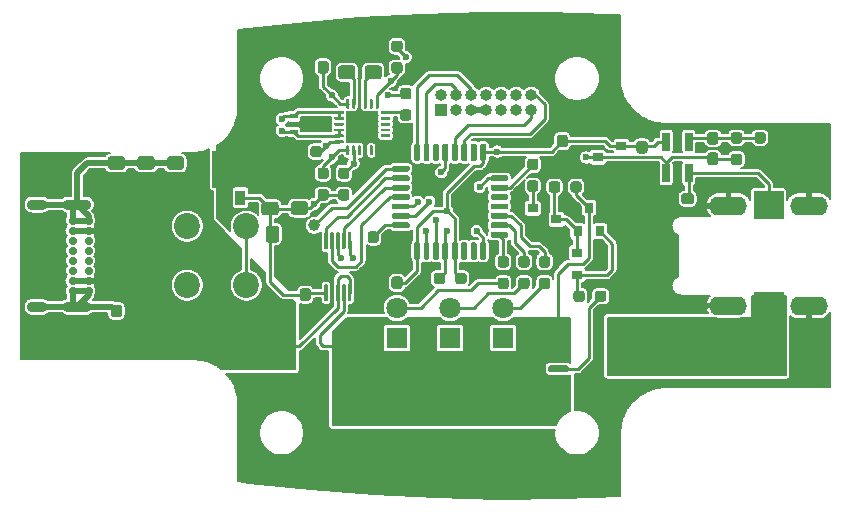
<source format=gbr>
%TF.GenerationSoftware,KiCad,Pcbnew,(5.1.9)-1*%
%TF.CreationDate,2021-04-16T14:28:35+02:00*%
%TF.ProjectId,loeti,6c6f6574-692e-46b6-9963-61645f706362,rev?*%
%TF.SameCoordinates,Original*%
%TF.FileFunction,Copper,L1,Top*%
%TF.FilePolarity,Positive*%
%FSLAX46Y46*%
G04 Gerber Fmt 4.6, Leading zero omitted, Abs format (unit mm)*
G04 Created by KiCad (PCBNEW (5.1.9)-1) date 2021-04-16 14:28:35*
%MOMM*%
%LPD*%
G01*
G04 APERTURE LIST*
%TA.AperFunction,ComponentPad*%
%ADD10C,2.200000*%
%TD*%
%TA.AperFunction,ComponentPad*%
%ADD11C,1.800000*%
%TD*%
%TA.AperFunction,ComponentPad*%
%ADD12R,1.800000X1.800000*%
%TD*%
%TA.AperFunction,ComponentPad*%
%ADD13O,3.200000X1.600000*%
%TD*%
%TA.AperFunction,SMDPad,CuDef*%
%ADD14R,2.500000X2.430000*%
%TD*%
%TA.AperFunction,SMDPad,CuDef*%
%ADD15R,0.650000X1.560000*%
%TD*%
%TA.AperFunction,SMDPad,CuDef*%
%ADD16R,2.700000X2.700000*%
%TD*%
%TA.AperFunction,SMDPad,CuDef*%
%ADD17C,0.100000*%
%TD*%
%TA.AperFunction,SMDPad,CuDef*%
%ADD18R,0.900000X1.300000*%
%TD*%
%TA.AperFunction,SMDPad,CuDef*%
%ADD19R,0.900000X0.800000*%
%TD*%
%TA.AperFunction,SMDPad,CuDef*%
%ADD20R,0.800000X0.900000*%
%TD*%
%TA.AperFunction,ComponentPad*%
%ADD21O,1.000000X1.000000*%
%TD*%
%TA.AperFunction,ComponentPad*%
%ADD22R,1.000000X1.000000*%
%TD*%
%TA.AperFunction,ComponentPad*%
%ADD23O,1.700000X0.900000*%
%TD*%
%TA.AperFunction,ComponentPad*%
%ADD24O,2.400000X0.900000*%
%TD*%
%TA.AperFunction,ComponentPad*%
%ADD25C,0.700000*%
%TD*%
%TA.AperFunction,SMDPad,CuDef*%
%ADD26R,0.900000X1.200000*%
%TD*%
%TA.AperFunction,SMDPad,CuDef*%
%ADD27R,0.700000X0.450000*%
%TD*%
%TA.AperFunction,ViaPad*%
%ADD28C,0.600000*%
%TD*%
%TA.AperFunction,ViaPad*%
%ADD29C,1.000000*%
%TD*%
%TA.AperFunction,Conductor*%
%ADD30C,0.250000*%
%TD*%
%TA.AperFunction,Conductor*%
%ADD31C,0.500000*%
%TD*%
%TA.AperFunction,Conductor*%
%ADD32C,0.200000*%
%TD*%
%TA.AperFunction,Conductor*%
%ADD33C,0.100000*%
%TD*%
G04 APERTURE END LIST*
D10*
%TO.P,SW1,4*%
%TO.N,HEATER-*%
X68250000Y31180000D03*
%TO.P,SW1,3*%
X68250000Y26180000D03*
%TO.P,SW1,2*%
%TO.N,SW*%
X73250000Y31180000D03*
%TO.P,SW1,1*%
X73250000Y26180000D03*
%TD*%
%TO.P,R16,2*%
%TO.N,LED2*%
%TA.AperFunction,SMDPad,CuDef*%
G36*
G01*
X98737500Y27675000D02*
X98262500Y27675000D01*
G75*
G02*
X98025000Y27912500I0J237500D01*
G01*
X98025000Y28412500D01*
G75*
G02*
X98262500Y28650000I237500J0D01*
G01*
X98737500Y28650000D01*
G75*
G02*
X98975000Y28412500I0J-237500D01*
G01*
X98975000Y27912500D01*
G75*
G02*
X98737500Y27675000I-237500J0D01*
G01*
G37*
%TD.AperFunction*%
%TO.P,R16,1*%
%TO.N,Net-(D7-Pad2)*%
%TA.AperFunction,SMDPad,CuDef*%
G36*
G01*
X98737500Y25850000D02*
X98262500Y25850000D01*
G75*
G02*
X98025000Y26087500I0J237500D01*
G01*
X98025000Y26587500D01*
G75*
G02*
X98262500Y26825000I237500J0D01*
G01*
X98737500Y26825000D01*
G75*
G02*
X98975000Y26587500I0J-237500D01*
G01*
X98975000Y26087500D01*
G75*
G02*
X98737500Y25850000I-237500J0D01*
G01*
G37*
%TD.AperFunction*%
%TD*%
%TO.P,R15,2*%
%TO.N,LED1*%
%TA.AperFunction,SMDPad,CuDef*%
G36*
G01*
X96987500Y27675000D02*
X96512500Y27675000D01*
G75*
G02*
X96275000Y27912500I0J237500D01*
G01*
X96275000Y28412500D01*
G75*
G02*
X96512500Y28650000I237500J0D01*
G01*
X96987500Y28650000D01*
G75*
G02*
X97225000Y28412500I0J-237500D01*
G01*
X97225000Y27912500D01*
G75*
G02*
X96987500Y27675000I-237500J0D01*
G01*
G37*
%TD.AperFunction*%
%TO.P,R15,1*%
%TO.N,Net-(D6-Pad2)*%
%TA.AperFunction,SMDPad,CuDef*%
G36*
G01*
X96987500Y25850000D02*
X96512500Y25850000D01*
G75*
G02*
X96275000Y26087500I0J237500D01*
G01*
X96275000Y26587500D01*
G75*
G02*
X96512500Y26825000I237500J0D01*
G01*
X96987500Y26825000D01*
G75*
G02*
X97225000Y26587500I0J-237500D01*
G01*
X97225000Y26087500D01*
G75*
G02*
X96987500Y25850000I-237500J0D01*
G01*
G37*
%TD.AperFunction*%
%TD*%
%TO.P,R14,2*%
%TO.N,LED0*%
%TA.AperFunction,SMDPad,CuDef*%
G36*
G01*
X95237500Y27675000D02*
X94762500Y27675000D01*
G75*
G02*
X94525000Y27912500I0J237500D01*
G01*
X94525000Y28412500D01*
G75*
G02*
X94762500Y28650000I237500J0D01*
G01*
X95237500Y28650000D01*
G75*
G02*
X95475000Y28412500I0J-237500D01*
G01*
X95475000Y27912500D01*
G75*
G02*
X95237500Y27675000I-237500J0D01*
G01*
G37*
%TD.AperFunction*%
%TO.P,R14,1*%
%TO.N,Net-(D4-Pad2)*%
%TA.AperFunction,SMDPad,CuDef*%
G36*
G01*
X95237500Y25850000D02*
X94762500Y25850000D01*
G75*
G02*
X94525000Y26087500I0J237500D01*
G01*
X94525000Y26587500D01*
G75*
G02*
X94762500Y26825000I237500J0D01*
G01*
X95237500Y26825000D01*
G75*
G02*
X95475000Y26587500I0J-237500D01*
G01*
X95475000Y26087500D01*
G75*
G02*
X95237500Y25850000I-237500J0D01*
G01*
G37*
%TD.AperFunction*%
%TD*%
D11*
%TO.P,D7,2*%
%TO.N,Net-(D7-Pad2)*%
X95000000Y24250000D03*
D12*
%TO.P,D7,1*%
%TO.N,HEATER-*%
X95000000Y21710000D03*
%TD*%
D11*
%TO.P,D6,2*%
%TO.N,Net-(D6-Pad2)*%
X90500000Y24250000D03*
D12*
%TO.P,D6,1*%
%TO.N,HEATER-*%
X90500000Y21710000D03*
%TD*%
D11*
%TO.P,D4,2*%
%TO.N,Net-(D4-Pad2)*%
X86000000Y24250000D03*
D12*
%TO.P,D4,1*%
%TO.N,HEATER-*%
X86000000Y21710000D03*
%TD*%
%TO.P,U3,32*%
%TO.N,HEATER-*%
%TA.AperFunction,SMDPad,CuDef*%
G36*
G01*
X86950000Y30200000D02*
X85700000Y30200000D01*
G75*
G02*
X85575000Y30325000I0J125000D01*
G01*
X85575000Y30575000D01*
G75*
G02*
X85700000Y30700000I125000J0D01*
G01*
X86950000Y30700000D01*
G75*
G02*
X87075000Y30575000I0J-125000D01*
G01*
X87075000Y30325000D01*
G75*
G02*
X86950000Y30200000I-125000J0D01*
G01*
G37*
%TD.AperFunction*%
%TO.P,U3,31*%
%TO.N,BOOT0*%
%TA.AperFunction,SMDPad,CuDef*%
G36*
G01*
X86950000Y31000000D02*
X85700000Y31000000D01*
G75*
G02*
X85575000Y31125000I0J125000D01*
G01*
X85575000Y31375000D01*
G75*
G02*
X85700000Y31500000I125000J0D01*
G01*
X86950000Y31500000D01*
G75*
G02*
X87075000Y31375000I0J-125000D01*
G01*
X87075000Y31125000D01*
G75*
G02*
X86950000Y31000000I-125000J0D01*
G01*
G37*
%TD.AperFunction*%
%TO.P,U3,30*%
%TO.N,I2C1_SDA*%
%TA.AperFunction,SMDPad,CuDef*%
G36*
G01*
X86950000Y31800000D02*
X85700000Y31800000D01*
G75*
G02*
X85575000Y31925000I0J125000D01*
G01*
X85575000Y32175000D01*
G75*
G02*
X85700000Y32300000I125000J0D01*
G01*
X86950000Y32300000D01*
G75*
G02*
X87075000Y32175000I0J-125000D01*
G01*
X87075000Y31925000D01*
G75*
G02*
X86950000Y31800000I-125000J0D01*
G01*
G37*
%TD.AperFunction*%
%TO.P,U3,29*%
%TO.N,I2C1_SCL*%
%TA.AperFunction,SMDPad,CuDef*%
G36*
G01*
X86950000Y32600000D02*
X85700000Y32600000D01*
G75*
G02*
X85575000Y32725000I0J125000D01*
G01*
X85575000Y32975000D01*
G75*
G02*
X85700000Y33100000I125000J0D01*
G01*
X86950000Y33100000D01*
G75*
G02*
X87075000Y32975000I0J-125000D01*
G01*
X87075000Y32725000D01*
G75*
G02*
X86950000Y32600000I-125000J0D01*
G01*
G37*
%TD.AperFunction*%
%TO.P,U3,28*%
%TO.N,SPI1_MOSI*%
%TA.AperFunction,SMDPad,CuDef*%
G36*
G01*
X86950000Y33400000D02*
X85700000Y33400000D01*
G75*
G02*
X85575000Y33525000I0J125000D01*
G01*
X85575000Y33775000D01*
G75*
G02*
X85700000Y33900000I125000J0D01*
G01*
X86950000Y33900000D01*
G75*
G02*
X87075000Y33775000I0J-125000D01*
G01*
X87075000Y33525000D01*
G75*
G02*
X86950000Y33400000I-125000J0D01*
G01*
G37*
%TD.AperFunction*%
%TO.P,U3,27*%
%TO.N,SPI1_MISO*%
%TA.AperFunction,SMDPad,CuDef*%
G36*
G01*
X86950000Y34200000D02*
X85700000Y34200000D01*
G75*
G02*
X85575000Y34325000I0J125000D01*
G01*
X85575000Y34575000D01*
G75*
G02*
X85700000Y34700000I125000J0D01*
G01*
X86950000Y34700000D01*
G75*
G02*
X87075000Y34575000I0J-125000D01*
G01*
X87075000Y34325000D01*
G75*
G02*
X86950000Y34200000I-125000J0D01*
G01*
G37*
%TD.AperFunction*%
%TO.P,U3,26*%
%TO.N,SPI1_SCK*%
%TA.AperFunction,SMDPad,CuDef*%
G36*
G01*
X86950000Y35000000D02*
X85700000Y35000000D01*
G75*
G02*
X85575000Y35125000I0J125000D01*
G01*
X85575000Y35375000D01*
G75*
G02*
X85700000Y35500000I125000J0D01*
G01*
X86950000Y35500000D01*
G75*
G02*
X87075000Y35375000I0J-125000D01*
G01*
X87075000Y35125000D01*
G75*
G02*
X86950000Y35000000I-125000J0D01*
G01*
G37*
%TD.AperFunction*%
%TO.P,U3,25*%
%TO.N,SW*%
%TA.AperFunction,SMDPad,CuDef*%
G36*
G01*
X86950000Y35800000D02*
X85700000Y35800000D01*
G75*
G02*
X85575000Y35925000I0J125000D01*
G01*
X85575000Y36175000D01*
G75*
G02*
X85700000Y36300000I125000J0D01*
G01*
X86950000Y36300000D01*
G75*
G02*
X87075000Y36175000I0J-125000D01*
G01*
X87075000Y35925000D01*
G75*
G02*
X86950000Y35800000I-125000J0D01*
G01*
G37*
%TD.AperFunction*%
%TO.P,U3,24*%
%TO.N,SWCLK*%
%TA.AperFunction,SMDPad,CuDef*%
G36*
G01*
X87825000Y36675000D02*
X87575000Y36675000D01*
G75*
G02*
X87450000Y36800000I0J125000D01*
G01*
X87450000Y38050000D01*
G75*
G02*
X87575000Y38175000I125000J0D01*
G01*
X87825000Y38175000D01*
G75*
G02*
X87950000Y38050000I0J-125000D01*
G01*
X87950000Y36800000D01*
G75*
G02*
X87825000Y36675000I-125000J0D01*
G01*
G37*
%TD.AperFunction*%
%TO.P,U3,23*%
%TO.N,SWDIO*%
%TA.AperFunction,SMDPad,CuDef*%
G36*
G01*
X88625000Y36675000D02*
X88375000Y36675000D01*
G75*
G02*
X88250000Y36800000I0J125000D01*
G01*
X88250000Y38050000D01*
G75*
G02*
X88375000Y38175000I125000J0D01*
G01*
X88625000Y38175000D01*
G75*
G02*
X88750000Y38050000I0J-125000D01*
G01*
X88750000Y36800000D01*
G75*
G02*
X88625000Y36675000I-125000J0D01*
G01*
G37*
%TD.AperFunction*%
%TO.P,U3,22*%
%TO.N,N/C*%
%TA.AperFunction,SMDPad,CuDef*%
G36*
G01*
X89425000Y36675000D02*
X89175000Y36675000D01*
G75*
G02*
X89050000Y36800000I0J125000D01*
G01*
X89050000Y38050000D01*
G75*
G02*
X89175000Y38175000I125000J0D01*
G01*
X89425000Y38175000D01*
G75*
G02*
X89550000Y38050000I0J-125000D01*
G01*
X89550000Y36800000D01*
G75*
G02*
X89425000Y36675000I-125000J0D01*
G01*
G37*
%TD.AperFunction*%
%TO.P,U3,21*%
%TO.N,PD_ALERT_INT*%
%TA.AperFunction,SMDPad,CuDef*%
G36*
G01*
X90225000Y36675000D02*
X89975000Y36675000D01*
G75*
G02*
X89850000Y36800000I0J125000D01*
G01*
X89850000Y38050000D01*
G75*
G02*
X89975000Y38175000I125000J0D01*
G01*
X90225000Y38175000D01*
G75*
G02*
X90350000Y38050000I0J-125000D01*
G01*
X90350000Y36800000D01*
G75*
G02*
X90225000Y36675000I-125000J0D01*
G01*
G37*
%TD.AperFunction*%
%TO.P,U3,20*%
%TO.N,VCP_RX*%
%TA.AperFunction,SMDPad,CuDef*%
G36*
G01*
X91025000Y36675000D02*
X90775000Y36675000D01*
G75*
G02*
X90650000Y36800000I0J125000D01*
G01*
X90650000Y38050000D01*
G75*
G02*
X90775000Y38175000I125000J0D01*
G01*
X91025000Y38175000D01*
G75*
G02*
X91150000Y38050000I0J-125000D01*
G01*
X91150000Y36800000D01*
G75*
G02*
X91025000Y36675000I-125000J0D01*
G01*
G37*
%TD.AperFunction*%
%TO.P,U3,19*%
%TO.N,VCP_TX*%
%TA.AperFunction,SMDPad,CuDef*%
G36*
G01*
X91825000Y36675000D02*
X91575000Y36675000D01*
G75*
G02*
X91450000Y36800000I0J125000D01*
G01*
X91450000Y38050000D01*
G75*
G02*
X91575000Y38175000I125000J0D01*
G01*
X91825000Y38175000D01*
G75*
G02*
X91950000Y38050000I0J-125000D01*
G01*
X91950000Y36800000D01*
G75*
G02*
X91825000Y36675000I-125000J0D01*
G01*
G37*
%TD.AperFunction*%
%TO.P,U3,18*%
%TO.N,N/C*%
%TA.AperFunction,SMDPad,CuDef*%
G36*
G01*
X92625000Y36675000D02*
X92375000Y36675000D01*
G75*
G02*
X92250000Y36800000I0J125000D01*
G01*
X92250000Y38050000D01*
G75*
G02*
X92375000Y38175000I125000J0D01*
G01*
X92625000Y38175000D01*
G75*
G02*
X92750000Y38050000I0J-125000D01*
G01*
X92750000Y36800000D01*
G75*
G02*
X92625000Y36675000I-125000J0D01*
G01*
G37*
%TD.AperFunction*%
%TO.P,U3,17*%
%TO.N,+3V3*%
%TA.AperFunction,SMDPad,CuDef*%
G36*
G01*
X93425000Y36675000D02*
X93175000Y36675000D01*
G75*
G02*
X93050000Y36800000I0J125000D01*
G01*
X93050000Y38050000D01*
G75*
G02*
X93175000Y38175000I125000J0D01*
G01*
X93425000Y38175000D01*
G75*
G02*
X93550000Y38050000I0J-125000D01*
G01*
X93550000Y36800000D01*
G75*
G02*
X93425000Y36675000I-125000J0D01*
G01*
G37*
%TD.AperFunction*%
%TO.P,U3,16*%
%TO.N,HEATER-*%
%TA.AperFunction,SMDPad,CuDef*%
G36*
G01*
X95300000Y35800000D02*
X94050000Y35800000D01*
G75*
G02*
X93925000Y35925000I0J125000D01*
G01*
X93925000Y36175000D01*
G75*
G02*
X94050000Y36300000I125000J0D01*
G01*
X95300000Y36300000D01*
G75*
G02*
X95425000Y36175000I0J-125000D01*
G01*
X95425000Y35925000D01*
G75*
G02*
X95300000Y35800000I-125000J0D01*
G01*
G37*
%TD.AperFunction*%
%TO.P,U3,15*%
%TO.N,PD_RST*%
%TA.AperFunction,SMDPad,CuDef*%
G36*
G01*
X95300000Y35000000D02*
X94050000Y35000000D01*
G75*
G02*
X93925000Y35125000I0J125000D01*
G01*
X93925000Y35375000D01*
G75*
G02*
X94050000Y35500000I125000J0D01*
G01*
X95300000Y35500000D01*
G75*
G02*
X95425000Y35375000I0J-125000D01*
G01*
X95425000Y35125000D01*
G75*
G02*
X95300000Y35000000I-125000J0D01*
G01*
G37*
%TD.AperFunction*%
%TO.P,U3,14*%
%TO.N,PWM*%
%TA.AperFunction,SMDPad,CuDef*%
G36*
G01*
X95300000Y34200000D02*
X94050000Y34200000D01*
G75*
G02*
X93925000Y34325000I0J125000D01*
G01*
X93925000Y34575000D01*
G75*
G02*
X94050000Y34700000I125000J0D01*
G01*
X95300000Y34700000D01*
G75*
G02*
X95425000Y34575000I0J-125000D01*
G01*
X95425000Y34325000D01*
G75*
G02*
X95300000Y34200000I-125000J0D01*
G01*
G37*
%TD.AperFunction*%
%TO.P,U3,13*%
%TO.N,N/C*%
%TA.AperFunction,SMDPad,CuDef*%
G36*
G01*
X95300000Y33400000D02*
X94050000Y33400000D01*
G75*
G02*
X93925000Y33525000I0J125000D01*
G01*
X93925000Y33775000D01*
G75*
G02*
X94050000Y33900000I125000J0D01*
G01*
X95300000Y33900000D01*
G75*
G02*
X95425000Y33775000I0J-125000D01*
G01*
X95425000Y33525000D01*
G75*
G02*
X95300000Y33400000I-125000J0D01*
G01*
G37*
%TD.AperFunction*%
%TO.P,U3,12*%
%TA.AperFunction,SMDPad,CuDef*%
G36*
G01*
X95300000Y32600000D02*
X94050000Y32600000D01*
G75*
G02*
X93925000Y32725000I0J125000D01*
G01*
X93925000Y32975000D01*
G75*
G02*
X94050000Y33100000I125000J0D01*
G01*
X95300000Y33100000D01*
G75*
G02*
X95425000Y32975000I0J-125000D01*
G01*
X95425000Y32725000D01*
G75*
G02*
X95300000Y32600000I-125000J0D01*
G01*
G37*
%TD.AperFunction*%
%TO.P,U3,11*%
%TO.N,LED2*%
%TA.AperFunction,SMDPad,CuDef*%
G36*
G01*
X95300000Y31800000D02*
X94050000Y31800000D01*
G75*
G02*
X93925000Y31925000I0J125000D01*
G01*
X93925000Y32175000D01*
G75*
G02*
X94050000Y32300000I125000J0D01*
G01*
X95300000Y32300000D01*
G75*
G02*
X95425000Y32175000I0J-125000D01*
G01*
X95425000Y31925000D01*
G75*
G02*
X95300000Y31800000I-125000J0D01*
G01*
G37*
%TD.AperFunction*%
%TO.P,U3,10*%
%TO.N,LED1*%
%TA.AperFunction,SMDPad,CuDef*%
G36*
G01*
X95300000Y31000000D02*
X94050000Y31000000D01*
G75*
G02*
X93925000Y31125000I0J125000D01*
G01*
X93925000Y31375000D01*
G75*
G02*
X94050000Y31500000I125000J0D01*
G01*
X95300000Y31500000D01*
G75*
G02*
X95425000Y31375000I0J-125000D01*
G01*
X95425000Y31125000D01*
G75*
G02*
X95300000Y31000000I-125000J0D01*
G01*
G37*
%TD.AperFunction*%
%TO.P,U3,9*%
%TO.N,LED0*%
%TA.AperFunction,SMDPad,CuDef*%
G36*
G01*
X95300000Y30200000D02*
X94050000Y30200000D01*
G75*
G02*
X93925000Y30325000I0J125000D01*
G01*
X93925000Y30575000D01*
G75*
G02*
X94050000Y30700000I125000J0D01*
G01*
X95300000Y30700000D01*
G75*
G02*
X95425000Y30575000I0J-125000D01*
G01*
X95425000Y30325000D01*
G75*
G02*
X95300000Y30200000I-125000J0D01*
G01*
G37*
%TD.AperFunction*%
%TO.P,U3,8*%
%TO.N,ADC_IN2*%
%TA.AperFunction,SMDPad,CuDef*%
G36*
G01*
X93425000Y28325000D02*
X93175000Y28325000D01*
G75*
G02*
X93050000Y28450000I0J125000D01*
G01*
X93050000Y29700000D01*
G75*
G02*
X93175000Y29825000I125000J0D01*
G01*
X93425000Y29825000D01*
G75*
G02*
X93550000Y29700000I0J-125000D01*
G01*
X93550000Y28450000D01*
G75*
G02*
X93425000Y28325000I-125000J0D01*
G01*
G37*
%TD.AperFunction*%
%TO.P,U3,7*%
%TO.N,N/C*%
%TA.AperFunction,SMDPad,CuDef*%
G36*
G01*
X92625000Y28325000D02*
X92375000Y28325000D01*
G75*
G02*
X92250000Y28450000I0J125000D01*
G01*
X92250000Y29700000D01*
G75*
G02*
X92375000Y29825000I125000J0D01*
G01*
X92625000Y29825000D01*
G75*
G02*
X92750000Y29700000I0J-125000D01*
G01*
X92750000Y28450000D01*
G75*
G02*
X92625000Y28325000I-125000J0D01*
G01*
G37*
%TD.AperFunction*%
%TO.P,U3,6*%
%TA.AperFunction,SMDPad,CuDef*%
G36*
G01*
X91825000Y28325000D02*
X91575000Y28325000D01*
G75*
G02*
X91450000Y28450000I0J125000D01*
G01*
X91450000Y29700000D01*
G75*
G02*
X91575000Y29825000I125000J0D01*
G01*
X91825000Y29825000D01*
G75*
G02*
X91950000Y29700000I0J-125000D01*
G01*
X91950000Y28450000D01*
G75*
G02*
X91825000Y28325000I-125000J0D01*
G01*
G37*
%TD.AperFunction*%
%TO.P,U3,5*%
%TO.N,+3V3*%
%TA.AperFunction,SMDPad,CuDef*%
G36*
G01*
X91025000Y28325000D02*
X90775000Y28325000D01*
G75*
G02*
X90650000Y28450000I0J125000D01*
G01*
X90650000Y29700000D01*
G75*
G02*
X90775000Y29825000I125000J0D01*
G01*
X91025000Y29825000D01*
G75*
G02*
X91150000Y29700000I0J-125000D01*
G01*
X91150000Y28450000D01*
G75*
G02*
X91025000Y28325000I-125000J0D01*
G01*
G37*
%TD.AperFunction*%
%TO.P,U3,4*%
%TO.N,NRST*%
%TA.AperFunction,SMDPad,CuDef*%
G36*
G01*
X90225000Y28325000D02*
X89975000Y28325000D01*
G75*
G02*
X89850000Y28450000I0J125000D01*
G01*
X89850000Y29700000D01*
G75*
G02*
X89975000Y29825000I125000J0D01*
G01*
X90225000Y29825000D01*
G75*
G02*
X90350000Y29700000I0J-125000D01*
G01*
X90350000Y28450000D01*
G75*
G02*
X90225000Y28325000I-125000J0D01*
G01*
G37*
%TD.AperFunction*%
%TO.P,U3,3*%
%TO.N,CURR_ALERT*%
%TA.AperFunction,SMDPad,CuDef*%
G36*
G01*
X89425000Y28325000D02*
X89175000Y28325000D01*
G75*
G02*
X89050000Y28450000I0J125000D01*
G01*
X89050000Y29700000D01*
G75*
G02*
X89175000Y29825000I125000J0D01*
G01*
X89425000Y29825000D01*
G75*
G02*
X89550000Y29700000I0J-125000D01*
G01*
X89550000Y28450000D01*
G75*
G02*
X89425000Y28325000I-125000J0D01*
G01*
G37*
%TD.AperFunction*%
%TO.P,U3,2*%
%TO.N,CURR_CS*%
%TA.AperFunction,SMDPad,CuDef*%
G36*
G01*
X88625000Y28325000D02*
X88375000Y28325000D01*
G75*
G02*
X88250000Y28450000I0J125000D01*
G01*
X88250000Y29700000D01*
G75*
G02*
X88375000Y29825000I125000J0D01*
G01*
X88625000Y29825000D01*
G75*
G02*
X88750000Y29700000I0J-125000D01*
G01*
X88750000Y28450000D01*
G75*
G02*
X88625000Y28325000I-125000J0D01*
G01*
G37*
%TD.AperFunction*%
%TO.P,U3,1*%
%TO.N,+3V3*%
%TA.AperFunction,SMDPad,CuDef*%
G36*
G01*
X87825000Y28325000D02*
X87575000Y28325000D01*
G75*
G02*
X87450000Y28450000I0J125000D01*
G01*
X87450000Y29700000D01*
G75*
G02*
X87575000Y29825000I125000J0D01*
G01*
X87825000Y29825000D01*
G75*
G02*
X87950000Y29700000I0J-125000D01*
G01*
X87950000Y28450000D01*
G75*
G02*
X87825000Y28325000I-125000J0D01*
G01*
G37*
%TD.AperFunction*%
%TD*%
%TO.P,C17,2*%
%TO.N,HEATER-*%
%TA.AperFunction,SMDPad,CuDef*%
G36*
G01*
X86237500Y27575000D02*
X85762500Y27575000D01*
G75*
G02*
X85525000Y27812500I0J237500D01*
G01*
X85525000Y28412500D01*
G75*
G02*
X85762500Y28650000I237500J0D01*
G01*
X86237500Y28650000D01*
G75*
G02*
X86475000Y28412500I0J-237500D01*
G01*
X86475000Y27812500D01*
G75*
G02*
X86237500Y27575000I-237500J0D01*
G01*
G37*
%TD.AperFunction*%
%TO.P,C17,1*%
%TO.N,+3V3*%
%TA.AperFunction,SMDPad,CuDef*%
G36*
G01*
X86237500Y25850000D02*
X85762500Y25850000D01*
G75*
G02*
X85525000Y26087500I0J237500D01*
G01*
X85525000Y26687500D01*
G75*
G02*
X85762500Y26925000I237500J0D01*
G01*
X86237500Y26925000D01*
G75*
G02*
X86475000Y26687500I0J-237500D01*
G01*
X86475000Y26087500D01*
G75*
G02*
X86237500Y25850000I-237500J0D01*
G01*
G37*
%TD.AperFunction*%
%TD*%
%TO.P,C13,2*%
%TO.N,HEATER-*%
%TA.AperFunction,SMDPad,CuDef*%
G36*
G01*
X84950000Y13200000D02*
X86050000Y13200000D01*
G75*
G02*
X86300000Y12950000I0J-250000D01*
G01*
X86300000Y9950000D01*
G75*
G02*
X86050000Y9700000I-250000J0D01*
G01*
X84950000Y9700000D01*
G75*
G02*
X84700000Y9950000I0J250000D01*
G01*
X84700000Y12950000D01*
G75*
G02*
X84950000Y13200000I250000J0D01*
G01*
G37*
%TD.AperFunction*%
%TO.P,C13,1*%
%TO.N,SHUNT-*%
%TA.AperFunction,SMDPad,CuDef*%
G36*
G01*
X84950000Y18800000D02*
X86050000Y18800000D01*
G75*
G02*
X86300000Y18550000I0J-250000D01*
G01*
X86300000Y15550000D01*
G75*
G02*
X86050000Y15300000I-250000J0D01*
G01*
X84950000Y15300000D01*
G75*
G02*
X84700000Y15550000I0J250000D01*
G01*
X84700000Y18550000D01*
G75*
G02*
X84950000Y18800000I250000J0D01*
G01*
G37*
%TD.AperFunction*%
%TD*%
D13*
%TO.P,J2,S*%
%TO.N,HEATER-*%
X120870000Y32905000D03*
X114070000Y24455000D03*
X120870000Y24455000D03*
X114070000Y32905000D03*
D14*
%TO.P,J2,R*%
%TO.N,T+*%
X117470000Y32965000D03*
%TO.P,J2,T*%
%TO.N,HEATER+*%
X117470000Y24395000D03*
%TD*%
D15*
%TO.P,U4,5*%
%TO.N,+3V3*%
X108800000Y38350000D03*
%TO.P,U4,4*%
%TO.N,Net-(C12-Pad2)*%
X110700000Y38350000D03*
%TO.P,U4,3*%
%TO.N,T+*%
X110700000Y35650000D03*
%TO.P,U4,2*%
%TO.N,HEATER-*%
X109750000Y35650000D03*
%TO.P,U4,1*%
%TO.N,ADC_IN2*%
X108800000Y35650000D03*
%TD*%
%TO.P,C16,2*%
%TO.N,HEATER-*%
%TA.AperFunction,SMDPad,CuDef*%
G36*
G01*
X92700000Y13200000D02*
X93800000Y13200000D01*
G75*
G02*
X94050000Y12950000I0J-250000D01*
G01*
X94050000Y9950000D01*
G75*
G02*
X93800000Y9700000I-250000J0D01*
G01*
X92700000Y9700000D01*
G75*
G02*
X92450000Y9950000I0J250000D01*
G01*
X92450000Y12950000D01*
G75*
G02*
X92700000Y13200000I250000J0D01*
G01*
G37*
%TD.AperFunction*%
%TO.P,C16,1*%
%TO.N,SHUNT-*%
%TA.AperFunction,SMDPad,CuDef*%
G36*
G01*
X92700000Y18800000D02*
X93800000Y18800000D01*
G75*
G02*
X94050000Y18550000I0J-250000D01*
G01*
X94050000Y15550000D01*
G75*
G02*
X93800000Y15300000I-250000J0D01*
G01*
X92700000Y15300000D01*
G75*
G02*
X92450000Y15550000I0J250000D01*
G01*
X92450000Y18550000D01*
G75*
G02*
X92700000Y18800000I250000J0D01*
G01*
G37*
%TD.AperFunction*%
%TD*%
%TO.P,C15,2*%
%TO.N,HEATER-*%
%TA.AperFunction,SMDPad,CuDef*%
G36*
G01*
X109425000Y33737500D02*
X109425000Y33262500D01*
G75*
G02*
X109187500Y33025000I-237500J0D01*
G01*
X108587500Y33025000D01*
G75*
G02*
X108350000Y33262500I0J237500D01*
G01*
X108350000Y33737500D01*
G75*
G02*
X108587500Y33975000I237500J0D01*
G01*
X109187500Y33975000D01*
G75*
G02*
X109425000Y33737500I0J-237500D01*
G01*
G37*
%TD.AperFunction*%
%TO.P,C15,1*%
%TO.N,T+*%
%TA.AperFunction,SMDPad,CuDef*%
G36*
G01*
X111150000Y33737500D02*
X111150000Y33262500D01*
G75*
G02*
X110912500Y33025000I-237500J0D01*
G01*
X110312500Y33025000D01*
G75*
G02*
X110075000Y33262500I0J237500D01*
G01*
X110075000Y33737500D01*
G75*
G02*
X110312500Y33975000I237500J0D01*
G01*
X110912500Y33975000D01*
G75*
G02*
X111150000Y33737500I0J-237500D01*
G01*
G37*
%TD.AperFunction*%
%TD*%
%TO.P,U5,10*%
%TO.N,SHUNT+*%
%TA.AperFunction,SMDPad,CuDef*%
G36*
G01*
X81925000Y26275000D02*
X82075000Y26275000D01*
G75*
G02*
X82150000Y26200000I0J-75000D01*
G01*
X82150000Y24900000D01*
G75*
G02*
X82075000Y24825000I-75000J0D01*
G01*
X81925000Y24825000D01*
G75*
G02*
X81850000Y24900000I0J75000D01*
G01*
X81850000Y26200000D01*
G75*
G02*
X81925000Y26275000I75000J0D01*
G01*
G37*
%TD.AperFunction*%
%TO.P,U5,9*%
%TO.N,SHUNT-*%
%TA.AperFunction,SMDPad,CuDef*%
G36*
G01*
X81425000Y26275000D02*
X81575000Y26275000D01*
G75*
G02*
X81650000Y26200000I0J-75000D01*
G01*
X81650000Y24900000D01*
G75*
G02*
X81575000Y24825000I-75000J0D01*
G01*
X81425000Y24825000D01*
G75*
G02*
X81350000Y24900000I0J75000D01*
G01*
X81350000Y26200000D01*
G75*
G02*
X81425000Y26275000I75000J0D01*
G01*
G37*
%TD.AperFunction*%
%TO.P,U5,8*%
%TO.N,SHUNT+*%
%TA.AperFunction,SMDPad,CuDef*%
G36*
G01*
X80925000Y26275000D02*
X81075000Y26275000D01*
G75*
G02*
X81150000Y26200000I0J-75000D01*
G01*
X81150000Y24900000D01*
G75*
G02*
X81075000Y24825000I-75000J0D01*
G01*
X80925000Y24825000D01*
G75*
G02*
X80850000Y24900000I0J75000D01*
G01*
X80850000Y26200000D01*
G75*
G02*
X80925000Y26275000I75000J0D01*
G01*
G37*
%TD.AperFunction*%
%TO.P,U5,7*%
%TO.N,HEATER-*%
%TA.AperFunction,SMDPad,CuDef*%
G36*
G01*
X80425000Y26275000D02*
X80575000Y26275000D01*
G75*
G02*
X80650000Y26200000I0J-75000D01*
G01*
X80650000Y24900000D01*
G75*
G02*
X80575000Y24825000I-75000J0D01*
G01*
X80425000Y24825000D01*
G75*
G02*
X80350000Y24900000I0J75000D01*
G01*
X80350000Y26200000D01*
G75*
G02*
X80425000Y26275000I75000J0D01*
G01*
G37*
%TD.AperFunction*%
%TO.P,U5,6*%
%TO.N,+3V3*%
%TA.AperFunction,SMDPad,CuDef*%
G36*
G01*
X79925000Y26275000D02*
X80075000Y26275000D01*
G75*
G02*
X80150000Y26200000I0J-75000D01*
G01*
X80150000Y24900000D01*
G75*
G02*
X80075000Y24825000I-75000J0D01*
G01*
X79925000Y24825000D01*
G75*
G02*
X79850000Y24900000I0J75000D01*
G01*
X79850000Y26200000D01*
G75*
G02*
X79925000Y26275000I75000J0D01*
G01*
G37*
%TD.AperFunction*%
%TO.P,U5,5*%
%TO.N,SPI1_SCK*%
%TA.AperFunction,SMDPad,CuDef*%
G36*
G01*
X79925000Y30675000D02*
X80075000Y30675000D01*
G75*
G02*
X80150000Y30600000I0J-75000D01*
G01*
X80150000Y29300000D01*
G75*
G02*
X80075000Y29225000I-75000J0D01*
G01*
X79925000Y29225000D01*
G75*
G02*
X79850000Y29300000I0J75000D01*
G01*
X79850000Y30600000D01*
G75*
G02*
X79925000Y30675000I75000J0D01*
G01*
G37*
%TD.AperFunction*%
%TO.P,U5,4*%
%TO.N,SPI1_MOSI*%
%TA.AperFunction,SMDPad,CuDef*%
G36*
G01*
X80425000Y30675000D02*
X80575000Y30675000D01*
G75*
G02*
X80650000Y30600000I0J-75000D01*
G01*
X80650000Y29300000D01*
G75*
G02*
X80575000Y29225000I-75000J0D01*
G01*
X80425000Y29225000D01*
G75*
G02*
X80350000Y29300000I0J75000D01*
G01*
X80350000Y30600000D01*
G75*
G02*
X80425000Y30675000I75000J0D01*
G01*
G37*
%TD.AperFunction*%
%TO.P,U5,3*%
%TO.N,CURR_ALERT*%
%TA.AperFunction,SMDPad,CuDef*%
G36*
G01*
X80925000Y30675000D02*
X81075000Y30675000D01*
G75*
G02*
X81150000Y30600000I0J-75000D01*
G01*
X81150000Y29300000D01*
G75*
G02*
X81075000Y29225000I-75000J0D01*
G01*
X80925000Y29225000D01*
G75*
G02*
X80850000Y29300000I0J75000D01*
G01*
X80850000Y30600000D01*
G75*
G02*
X80925000Y30675000I75000J0D01*
G01*
G37*
%TD.AperFunction*%
%TO.P,U5,2*%
%TO.N,SPI1_MISO*%
%TA.AperFunction,SMDPad,CuDef*%
G36*
G01*
X81425000Y30675000D02*
X81575000Y30675000D01*
G75*
G02*
X81650000Y30600000I0J-75000D01*
G01*
X81650000Y29300000D01*
G75*
G02*
X81575000Y29225000I-75000J0D01*
G01*
X81425000Y29225000D01*
G75*
G02*
X81350000Y29300000I0J75000D01*
G01*
X81350000Y30600000D01*
G75*
G02*
X81425000Y30675000I75000J0D01*
G01*
G37*
%TD.AperFunction*%
%TO.P,U5,1*%
%TO.N,CURR_CS*%
%TA.AperFunction,SMDPad,CuDef*%
G36*
G01*
X81925000Y30675000D02*
X82075000Y30675000D01*
G75*
G02*
X82150000Y30600000I0J-75000D01*
G01*
X82150000Y29300000D01*
G75*
G02*
X82075000Y29225000I-75000J0D01*
G01*
X81925000Y29225000D01*
G75*
G02*
X81850000Y29300000I0J75000D01*
G01*
X81850000Y30600000D01*
G75*
G02*
X81925000Y30675000I75000J0D01*
G01*
G37*
%TD.AperFunction*%
%TD*%
D16*
%TO.P,U2,25*%
%TO.N,HEATER-*%
X83075000Y39575000D03*
%TO.P,U2,24*%
%TO.N,SHUNT+*%
%TA.AperFunction,SMDPad,CuDef*%
G36*
G01*
X81700000Y41187500D02*
X81700000Y41887500D01*
G75*
G02*
X81762500Y41950000I62500J0D01*
G01*
X81887500Y41950000D01*
G75*
G02*
X81950000Y41887500I0J-62500D01*
G01*
X81950000Y41187500D01*
G75*
G02*
X81887500Y41125000I-62500J0D01*
G01*
X81762500Y41125000D01*
G75*
G02*
X81700000Y41187500I0J62500D01*
G01*
G37*
%TD.AperFunction*%
%TO.P,U2,23*%
%TO.N,Net-(C3-Pad1)*%
%TA.AperFunction,SMDPad,CuDef*%
G36*
G01*
X82200000Y41187500D02*
X82200000Y41887500D01*
G75*
G02*
X82262500Y41950000I62500J0D01*
G01*
X82387500Y41950000D01*
G75*
G02*
X82450000Y41887500I0J-62500D01*
G01*
X82450000Y41187500D01*
G75*
G02*
X82387500Y41125000I-62500J0D01*
G01*
X82262500Y41125000D01*
G75*
G02*
X82200000Y41187500I0J62500D01*
G01*
G37*
%TD.AperFunction*%
%TO.P,U2,22*%
%TO.N,HEATER-*%
%TA.AperFunction,SMDPad,CuDef*%
G36*
G01*
X82700000Y41187500D02*
X82700000Y41887500D01*
G75*
G02*
X82762500Y41950000I62500J0D01*
G01*
X82887500Y41950000D01*
G75*
G02*
X82950000Y41887500I0J-62500D01*
G01*
X82950000Y41187500D01*
G75*
G02*
X82887500Y41125000I-62500J0D01*
G01*
X82762500Y41125000D01*
G75*
G02*
X82700000Y41187500I0J62500D01*
G01*
G37*
%TD.AperFunction*%
%TO.P,U2,21*%
%TO.N,Net-(C2-Pad2)*%
%TA.AperFunction,SMDPad,CuDef*%
G36*
G01*
X83200000Y41187500D02*
X83200000Y41887500D01*
G75*
G02*
X83262500Y41950000I62500J0D01*
G01*
X83387500Y41950000D01*
G75*
G02*
X83450000Y41887500I0J-62500D01*
G01*
X83450000Y41187500D01*
G75*
G02*
X83387500Y41125000I-62500J0D01*
G01*
X83262500Y41125000D01*
G75*
G02*
X83200000Y41187500I0J62500D01*
G01*
G37*
%TD.AperFunction*%
%TO.P,U2,20*%
%TO.N,N/C*%
%TA.AperFunction,SMDPad,CuDef*%
G36*
G01*
X83700000Y41187500D02*
X83700000Y41887500D01*
G75*
G02*
X83762500Y41950000I62500J0D01*
G01*
X83887500Y41950000D01*
G75*
G02*
X83950000Y41887500I0J-62500D01*
G01*
X83950000Y41187500D01*
G75*
G02*
X83887500Y41125000I-62500J0D01*
G01*
X83762500Y41125000D01*
G75*
G02*
X83700000Y41187500I0J62500D01*
G01*
G37*
%TD.AperFunction*%
%TO.P,U2,19*%
%TO.N,PD_ALERT_INT*%
%TA.AperFunction,SMDPad,CuDef*%
G36*
G01*
X84200000Y41187500D02*
X84200000Y41887500D01*
G75*
G02*
X84262500Y41950000I62500J0D01*
G01*
X84387500Y41950000D01*
G75*
G02*
X84450000Y41887500I0J-62500D01*
G01*
X84450000Y41187500D01*
G75*
G02*
X84387500Y41125000I-62500J0D01*
G01*
X84262500Y41125000D01*
G75*
G02*
X84200000Y41187500I0J62500D01*
G01*
G37*
%TD.AperFunction*%
%TO.P,U2,18*%
%TO.N,Net-(R1-Pad1)*%
%TA.AperFunction,SMDPad,CuDef*%
G36*
G01*
X84625000Y40762500D02*
X84625000Y40887500D01*
G75*
G02*
X84687500Y40950000I62500J0D01*
G01*
X85387500Y40950000D01*
G75*
G02*
X85450000Y40887500I0J-62500D01*
G01*
X85450000Y40762500D01*
G75*
G02*
X85387500Y40700000I-62500J0D01*
G01*
X84687500Y40700000D01*
G75*
G02*
X84625000Y40762500I0J62500D01*
G01*
G37*
%TD.AperFunction*%
%TO.P,U2,17*%
%TO.N,N/C*%
%TA.AperFunction,SMDPad,CuDef*%
G36*
G01*
X84625000Y40262500D02*
X84625000Y40387500D01*
G75*
G02*
X84687500Y40450000I62500J0D01*
G01*
X85387500Y40450000D01*
G75*
G02*
X85450000Y40387500I0J-62500D01*
G01*
X85450000Y40262500D01*
G75*
G02*
X85387500Y40200000I-62500J0D01*
G01*
X84687500Y40200000D01*
G75*
G02*
X84625000Y40262500I0J62500D01*
G01*
G37*
%TD.AperFunction*%
%TO.P,U2,16*%
%TA.AperFunction,SMDPad,CuDef*%
G36*
G01*
X84625000Y39762500D02*
X84625000Y39887500D01*
G75*
G02*
X84687500Y39950000I62500J0D01*
G01*
X85387500Y39950000D01*
G75*
G02*
X85450000Y39887500I0J-62500D01*
G01*
X85450000Y39762500D01*
G75*
G02*
X85387500Y39700000I-62500J0D01*
G01*
X84687500Y39700000D01*
G75*
G02*
X84625000Y39762500I0J62500D01*
G01*
G37*
%TD.AperFunction*%
%TO.P,U2,15*%
%TA.AperFunction,SMDPad,CuDef*%
G36*
G01*
X84625000Y39262500D02*
X84625000Y39387500D01*
G75*
G02*
X84687500Y39450000I62500J0D01*
G01*
X85387500Y39450000D01*
G75*
G02*
X85450000Y39387500I0J-62500D01*
G01*
X85450000Y39262500D01*
G75*
G02*
X85387500Y39200000I-62500J0D01*
G01*
X84687500Y39200000D01*
G75*
G02*
X84625000Y39262500I0J62500D01*
G01*
G37*
%TD.AperFunction*%
%TO.P,U2,14*%
%TA.AperFunction,SMDPad,CuDef*%
G36*
G01*
X84625000Y38762500D02*
X84625000Y38887500D01*
G75*
G02*
X84687500Y38950000I62500J0D01*
G01*
X85387500Y38950000D01*
G75*
G02*
X85450000Y38887500I0J-62500D01*
G01*
X85450000Y38762500D01*
G75*
G02*
X85387500Y38700000I-62500J0D01*
G01*
X84687500Y38700000D01*
G75*
G02*
X84625000Y38762500I0J62500D01*
G01*
G37*
%TD.AperFunction*%
%TO.P,U2,13*%
%TO.N,HEATER-*%
%TA.AperFunction,SMDPad,CuDef*%
G36*
G01*
X84625000Y38262500D02*
X84625000Y38387500D01*
G75*
G02*
X84687500Y38450000I62500J0D01*
G01*
X85387500Y38450000D01*
G75*
G02*
X85450000Y38387500I0J-62500D01*
G01*
X85450000Y38262500D01*
G75*
G02*
X85387500Y38200000I-62500J0D01*
G01*
X84687500Y38200000D01*
G75*
G02*
X84625000Y38262500I0J62500D01*
G01*
G37*
%TD.AperFunction*%
%TO.P,U2,12*%
%TA.AperFunction,SMDPad,CuDef*%
G36*
G01*
X84200000Y37262500D02*
X84200000Y37962500D01*
G75*
G02*
X84262500Y38025000I62500J0D01*
G01*
X84387500Y38025000D01*
G75*
G02*
X84450000Y37962500I0J-62500D01*
G01*
X84450000Y37262500D01*
G75*
G02*
X84387500Y37200000I-62500J0D01*
G01*
X84262500Y37200000D01*
G75*
G02*
X84200000Y37262500I0J62500D01*
G01*
G37*
%TD.AperFunction*%
%TO.P,U2,11*%
%TO.N,N/C*%
%TA.AperFunction,SMDPad,CuDef*%
G36*
G01*
X83700000Y37262500D02*
X83700000Y37962500D01*
G75*
G02*
X83762500Y38025000I62500J0D01*
G01*
X83887500Y38025000D01*
G75*
G02*
X83950000Y37962500I0J-62500D01*
G01*
X83950000Y37262500D01*
G75*
G02*
X83887500Y37200000I-62500J0D01*
G01*
X83762500Y37200000D01*
G75*
G02*
X83700000Y37262500I0J62500D01*
G01*
G37*
%TD.AperFunction*%
%TO.P,U2,10*%
%TO.N,HEATER-*%
%TA.AperFunction,SMDPad,CuDef*%
G36*
G01*
X83200000Y37262500D02*
X83200000Y37962500D01*
G75*
G02*
X83262500Y38025000I62500J0D01*
G01*
X83387500Y38025000D01*
G75*
G02*
X83450000Y37962500I0J-62500D01*
G01*
X83450000Y37262500D01*
G75*
G02*
X83387500Y37200000I-62500J0D01*
G01*
X83262500Y37200000D01*
G75*
G02*
X83200000Y37262500I0J62500D01*
G01*
G37*
%TD.AperFunction*%
%TO.P,U2,9*%
%TO.N,N/C*%
%TA.AperFunction,SMDPad,CuDef*%
G36*
G01*
X82700000Y37262500D02*
X82700000Y37962500D01*
G75*
G02*
X82762500Y38025000I62500J0D01*
G01*
X82887500Y38025000D01*
G75*
G02*
X82950000Y37962500I0J-62500D01*
G01*
X82950000Y37262500D01*
G75*
G02*
X82887500Y37200000I-62500J0D01*
G01*
X82762500Y37200000D01*
G75*
G02*
X82700000Y37262500I0J62500D01*
G01*
G37*
%TD.AperFunction*%
%TO.P,U2,8*%
%TO.N,I2C1_SDA*%
%TA.AperFunction,SMDPad,CuDef*%
G36*
G01*
X82200000Y37262500D02*
X82200000Y37962500D01*
G75*
G02*
X82262500Y38025000I62500J0D01*
G01*
X82387500Y38025000D01*
G75*
G02*
X82450000Y37962500I0J-62500D01*
G01*
X82450000Y37262500D01*
G75*
G02*
X82387500Y37200000I-62500J0D01*
G01*
X82262500Y37200000D01*
G75*
G02*
X82200000Y37262500I0J62500D01*
G01*
G37*
%TD.AperFunction*%
%TO.P,U2,7*%
%TO.N,I2C1_SCL*%
%TA.AperFunction,SMDPad,CuDef*%
G36*
G01*
X81700000Y37262500D02*
X81700000Y37962500D01*
G75*
G02*
X81762500Y38025000I62500J0D01*
G01*
X81887500Y38025000D01*
G75*
G02*
X81950000Y37962500I0J-62500D01*
G01*
X81950000Y37262500D01*
G75*
G02*
X81887500Y37200000I-62500J0D01*
G01*
X81762500Y37200000D01*
G75*
G02*
X81700000Y37262500I0J62500D01*
G01*
G37*
%TD.AperFunction*%
%TO.P,U2,6*%
%TO.N,PD_RST*%
%TA.AperFunction,SMDPad,CuDef*%
G36*
G01*
X80700000Y38262500D02*
X80700000Y38387500D01*
G75*
G02*
X80762500Y38450000I62500J0D01*
G01*
X81462500Y38450000D01*
G75*
G02*
X81525000Y38387500I0J-62500D01*
G01*
X81525000Y38262500D01*
G75*
G02*
X81462500Y38200000I-62500J0D01*
G01*
X80762500Y38200000D01*
G75*
G02*
X80700000Y38262500I0J62500D01*
G01*
G37*
%TD.AperFunction*%
%TO.P,U2,5*%
%TO.N,CC2*%
%TA.AperFunction,SMDPad,CuDef*%
G36*
G01*
X80700000Y38762500D02*
X80700000Y38887500D01*
G75*
G02*
X80762500Y38950000I62500J0D01*
G01*
X81462500Y38950000D01*
G75*
G02*
X81525000Y38887500I0J-62500D01*
G01*
X81525000Y38762500D01*
G75*
G02*
X81462500Y38700000I-62500J0D01*
G01*
X80762500Y38700000D01*
G75*
G02*
X80700000Y38762500I0J62500D01*
G01*
G37*
%TD.AperFunction*%
%TO.P,U2,4*%
%TA.AperFunction,SMDPad,CuDef*%
G36*
G01*
X80700000Y39262500D02*
X80700000Y39387500D01*
G75*
G02*
X80762500Y39450000I62500J0D01*
G01*
X81462500Y39450000D01*
G75*
G02*
X81525000Y39387500I0J-62500D01*
G01*
X81525000Y39262500D01*
G75*
G02*
X81462500Y39200000I-62500J0D01*
G01*
X80762500Y39200000D01*
G75*
G02*
X80700000Y39262500I0J62500D01*
G01*
G37*
%TD.AperFunction*%
%TO.P,U2,3*%
%TO.N,N/C*%
%TA.AperFunction,SMDPad,CuDef*%
G36*
G01*
X80700000Y39762500D02*
X80700000Y39887500D01*
G75*
G02*
X80762500Y39950000I62500J0D01*
G01*
X81462500Y39950000D01*
G75*
G02*
X81525000Y39887500I0J-62500D01*
G01*
X81525000Y39762500D01*
G75*
G02*
X81462500Y39700000I-62500J0D01*
G01*
X80762500Y39700000D01*
G75*
G02*
X80700000Y39762500I0J62500D01*
G01*
G37*
%TD.AperFunction*%
%TO.P,U2,2*%
%TO.N,CC1*%
%TA.AperFunction,SMDPad,CuDef*%
G36*
G01*
X80700000Y40262500D02*
X80700000Y40387500D01*
G75*
G02*
X80762500Y40450000I62500J0D01*
G01*
X81462500Y40450000D01*
G75*
G02*
X81525000Y40387500I0J-62500D01*
G01*
X81525000Y40262500D01*
G75*
G02*
X81462500Y40200000I-62500J0D01*
G01*
X80762500Y40200000D01*
G75*
G02*
X80700000Y40262500I0J62500D01*
G01*
G37*
%TD.AperFunction*%
%TO.P,U2,1*%
%TA.AperFunction,SMDPad,CuDef*%
G36*
G01*
X80700000Y40762500D02*
X80700000Y40887500D01*
G75*
G02*
X80762500Y40950000I62500J0D01*
G01*
X81462500Y40950000D01*
G75*
G02*
X81525000Y40887500I0J-62500D01*
G01*
X81525000Y40762500D01*
G75*
G02*
X81462500Y40700000I-62500J0D01*
G01*
X80762500Y40700000D01*
G75*
G02*
X80700000Y40762500I0J62500D01*
G01*
G37*
%TD.AperFunction*%
%TD*%
%TA.AperFunction,SMDPad,CuDef*%
D17*
%TO.P,U1,2*%
%TO.N,HEATER-*%
G36*
X72116500Y37550000D02*
G01*
X72116500Y34425000D01*
X71700000Y34425000D01*
X71700000Y32950000D01*
X70800000Y32950000D01*
X70800000Y34425000D01*
X70383500Y34425000D01*
X70383500Y37550000D01*
X72116500Y37550000D01*
G37*
%TD.AperFunction*%
D18*
%TO.P,U1,3*%
%TO.N,+3V3*%
X72750000Y33600000D03*
%TO.P,U1,1*%
%TO.N,SHUNT+*%
X69750000Y33600000D03*
%TD*%
%TO.P,R13,2*%
%TO.N,SHUNT-*%
%TA.AperFunction,SMDPad,CuDef*%
G36*
G01*
X80700000Y19924999D02*
X80700000Y22075001D01*
G75*
G02*
X80949999Y22325000I249999J0D01*
G01*
X81850001Y22325000D01*
G75*
G02*
X82100000Y22075001I0J-249999D01*
G01*
X82100000Y19924999D01*
G75*
G02*
X81850001Y19675000I-249999J0D01*
G01*
X80949999Y19675000D01*
G75*
G02*
X80700000Y19924999I0J249999D01*
G01*
G37*
%TD.AperFunction*%
%TO.P,R13,1*%
%TO.N,SHUNT+*%
%TA.AperFunction,SMDPad,CuDef*%
G36*
G01*
X75900000Y19924999D02*
X75900000Y22075001D01*
G75*
G02*
X76149999Y22325000I249999J0D01*
G01*
X77050001Y22325000D01*
G75*
G02*
X77300000Y22075001I0J-249999D01*
G01*
X77300000Y19924999D01*
G75*
G02*
X77050001Y19675000I-249999J0D01*
G01*
X76149999Y19675000D01*
G75*
G02*
X75900000Y19924999I0J249999D01*
G01*
G37*
%TD.AperFunction*%
%TD*%
%TO.P,R12,2*%
%TO.N,Net-(Q4-Pad4)*%
%TA.AperFunction,SMDPad,CuDef*%
G36*
G01*
X102762500Y25012500D02*
X102762500Y25487500D01*
G75*
G02*
X103000000Y25725000I237500J0D01*
G01*
X103500000Y25725000D01*
G75*
G02*
X103737500Y25487500I0J-237500D01*
G01*
X103737500Y25012500D01*
G75*
G02*
X103500000Y24775000I-237500J0D01*
G01*
X103000000Y24775000D01*
G75*
G02*
X102762500Y25012500I0J237500D01*
G01*
G37*
%TD.AperFunction*%
%TO.P,R12,1*%
%TO.N,Net-(Q2-Pad2)*%
%TA.AperFunction,SMDPad,CuDef*%
G36*
G01*
X100937500Y25012500D02*
X100937500Y25487500D01*
G75*
G02*
X101175000Y25725000I237500J0D01*
G01*
X101675000Y25725000D01*
G75*
G02*
X101912500Y25487500I0J-237500D01*
G01*
X101912500Y25012500D01*
G75*
G02*
X101675000Y24775000I-237500J0D01*
G01*
X101175000Y24775000D01*
G75*
G02*
X100937500Y25012500I0J237500D01*
G01*
G37*
%TD.AperFunction*%
%TD*%
%TO.P,R11,2*%
%TO.N,HEATER-*%
%TA.AperFunction,SMDPad,CuDef*%
G36*
G01*
X116512500Y37325000D02*
X116987500Y37325000D01*
G75*
G02*
X117225000Y37087500I0J-237500D01*
G01*
X117225000Y36587500D01*
G75*
G02*
X116987500Y36350000I-237500J0D01*
G01*
X116512500Y36350000D01*
G75*
G02*
X116275000Y36587500I0J237500D01*
G01*
X116275000Y37087500D01*
G75*
G02*
X116512500Y37325000I237500J0D01*
G01*
G37*
%TD.AperFunction*%
%TO.P,R11,1*%
%TO.N,Net-(C12-Pad2)*%
%TA.AperFunction,SMDPad,CuDef*%
G36*
G01*
X116512500Y39150000D02*
X116987500Y39150000D01*
G75*
G02*
X117225000Y38912500I0J-237500D01*
G01*
X117225000Y38412500D01*
G75*
G02*
X116987500Y38175000I-237500J0D01*
G01*
X116512500Y38175000D01*
G75*
G02*
X116275000Y38412500I0J237500D01*
G01*
X116275000Y38912500D01*
G75*
G02*
X116512500Y39150000I237500J0D01*
G01*
G37*
%TD.AperFunction*%
%TD*%
%TO.P,R10,2*%
%TO.N,Net-(C12-Pad2)*%
%TA.AperFunction,SMDPad,CuDef*%
G36*
G01*
X114987500Y38175000D02*
X114512500Y38175000D01*
G75*
G02*
X114275000Y38412500I0J237500D01*
G01*
X114275000Y38912500D01*
G75*
G02*
X114512500Y39150000I237500J0D01*
G01*
X114987500Y39150000D01*
G75*
G02*
X115225000Y38912500I0J-237500D01*
G01*
X115225000Y38412500D01*
G75*
G02*
X114987500Y38175000I-237500J0D01*
G01*
G37*
%TD.AperFunction*%
%TO.P,R10,1*%
%TO.N,ADC_IN2*%
%TA.AperFunction,SMDPad,CuDef*%
G36*
G01*
X114987500Y36350000D02*
X114512500Y36350000D01*
G75*
G02*
X114275000Y36587500I0J237500D01*
G01*
X114275000Y37087500D01*
G75*
G02*
X114512500Y37325000I237500J0D01*
G01*
X114987500Y37325000D01*
G75*
G02*
X115225000Y37087500I0J-237500D01*
G01*
X115225000Y36587500D01*
G75*
G02*
X114987500Y36350000I-237500J0D01*
G01*
G37*
%TD.AperFunction*%
%TD*%
%TO.P,R9,2*%
%TO.N,SHUNT-*%
%TA.AperFunction,SMDPad,CuDef*%
G36*
G01*
X100675000Y34262500D02*
X100675000Y34737500D01*
G75*
G02*
X100912500Y34975000I237500J0D01*
G01*
X101412500Y34975000D01*
G75*
G02*
X101650000Y34737500I0J-237500D01*
G01*
X101650000Y34262500D01*
G75*
G02*
X101412500Y34025000I-237500J0D01*
G01*
X100912500Y34025000D01*
G75*
G02*
X100675000Y34262500I0J237500D01*
G01*
G37*
%TD.AperFunction*%
%TO.P,R9,1*%
%TO.N,Net-(Q1-Pad3)*%
%TA.AperFunction,SMDPad,CuDef*%
G36*
G01*
X98850000Y34262500D02*
X98850000Y34737500D01*
G75*
G02*
X99087500Y34975000I237500J0D01*
G01*
X99587500Y34975000D01*
G75*
G02*
X99825000Y34737500I0J-237500D01*
G01*
X99825000Y34262500D01*
G75*
G02*
X99587500Y34025000I-237500J0D01*
G01*
X99087500Y34025000D01*
G75*
G02*
X98850000Y34262500I0J237500D01*
G01*
G37*
%TD.AperFunction*%
%TD*%
%TO.P,R8,2*%
%TO.N,Net-(Q1-Pad1)*%
%TA.AperFunction,SMDPad,CuDef*%
G36*
G01*
X97262500Y35075000D02*
X97737500Y35075000D01*
G75*
G02*
X97975000Y34837500I0J-237500D01*
G01*
X97975000Y34337500D01*
G75*
G02*
X97737500Y34100000I-237500J0D01*
G01*
X97262500Y34100000D01*
G75*
G02*
X97025000Y34337500I0J237500D01*
G01*
X97025000Y34837500D01*
G75*
G02*
X97262500Y35075000I237500J0D01*
G01*
G37*
%TD.AperFunction*%
%TO.P,R8,1*%
%TO.N,PWM*%
%TA.AperFunction,SMDPad,CuDef*%
G36*
G01*
X97262500Y36900000D02*
X97737500Y36900000D01*
G75*
G02*
X97975000Y36662500I0J-237500D01*
G01*
X97975000Y36162500D01*
G75*
G02*
X97737500Y35925000I-237500J0D01*
G01*
X97262500Y35925000D01*
G75*
G02*
X97025000Y36162500I0J237500D01*
G01*
X97025000Y36662500D01*
G75*
G02*
X97262500Y36900000I237500J0D01*
G01*
G37*
%TD.AperFunction*%
%TD*%
%TO.P,R7,2*%
%TO.N,BOOT0*%
%TA.AperFunction,SMDPad,CuDef*%
G36*
G01*
X84237500Y29762500D02*
X83762500Y29762500D01*
G75*
G02*
X83525000Y30000000I0J237500D01*
G01*
X83525000Y30500000D01*
G75*
G02*
X83762500Y30737500I237500J0D01*
G01*
X84237500Y30737500D01*
G75*
G02*
X84475000Y30500000I0J-237500D01*
G01*
X84475000Y30000000D01*
G75*
G02*
X84237500Y29762500I-237500J0D01*
G01*
G37*
%TD.AperFunction*%
%TO.P,R7,1*%
%TO.N,HEATER-*%
%TA.AperFunction,SMDPad,CuDef*%
G36*
G01*
X84237500Y27937500D02*
X83762500Y27937500D01*
G75*
G02*
X83525000Y28175000I0J237500D01*
G01*
X83525000Y28675000D01*
G75*
G02*
X83762500Y28912500I237500J0D01*
G01*
X84237500Y28912500D01*
G75*
G02*
X84475000Y28675000I0J-237500D01*
G01*
X84475000Y28175000D01*
G75*
G02*
X84237500Y27937500I-237500J0D01*
G01*
G37*
%TD.AperFunction*%
%TD*%
%TO.P,R6,2*%
%TO.N,NRST*%
%TA.AperFunction,SMDPad,CuDef*%
G36*
G01*
X90075000Y26987500D02*
X90075000Y26512500D01*
G75*
G02*
X89837500Y26275000I-237500J0D01*
G01*
X89337500Y26275000D01*
G75*
G02*
X89100000Y26512500I0J237500D01*
G01*
X89100000Y26987500D01*
G75*
G02*
X89337500Y27225000I237500J0D01*
G01*
X89837500Y27225000D01*
G75*
G02*
X90075000Y26987500I0J-237500D01*
G01*
G37*
%TD.AperFunction*%
%TO.P,R6,1*%
%TO.N,+3V3*%
%TA.AperFunction,SMDPad,CuDef*%
G36*
G01*
X91900000Y26987500D02*
X91900000Y26512500D01*
G75*
G02*
X91662500Y26275000I-237500J0D01*
G01*
X91162500Y26275000D01*
G75*
G02*
X90925000Y26512500I0J237500D01*
G01*
X90925000Y26987500D01*
G75*
G02*
X91162500Y27225000I237500J0D01*
G01*
X91662500Y27225000D01*
G75*
G02*
X91900000Y26987500I0J-237500D01*
G01*
G37*
%TD.AperFunction*%
%TD*%
%TO.P,R5,2*%
%TO.N,PD_RST*%
%TA.AperFunction,SMDPad,CuDef*%
G36*
G01*
X78675000Y37262500D02*
X78675000Y37737500D01*
G75*
G02*
X78912500Y37975000I237500J0D01*
G01*
X79412500Y37975000D01*
G75*
G02*
X79650000Y37737500I0J-237500D01*
G01*
X79650000Y37262500D01*
G75*
G02*
X79412500Y37025000I-237500J0D01*
G01*
X78912500Y37025000D01*
G75*
G02*
X78675000Y37262500I0J237500D01*
G01*
G37*
%TD.AperFunction*%
%TO.P,R5,1*%
%TO.N,HEATER-*%
%TA.AperFunction,SMDPad,CuDef*%
G36*
G01*
X76850000Y37262500D02*
X76850000Y37737500D01*
G75*
G02*
X77087500Y37975000I237500J0D01*
G01*
X77587500Y37975000D01*
G75*
G02*
X77825000Y37737500I0J-237500D01*
G01*
X77825000Y37262500D01*
G75*
G02*
X77587500Y37025000I-237500J0D01*
G01*
X77087500Y37025000D01*
G75*
G02*
X76850000Y37262500I0J237500D01*
G01*
G37*
%TD.AperFunction*%
%TD*%
%TO.P,R4,2*%
%TO.N,+3V3*%
%TA.AperFunction,SMDPad,CuDef*%
G36*
G01*
X86237500Y45925000D02*
X85762500Y45925000D01*
G75*
G02*
X85525000Y46162500I0J237500D01*
G01*
X85525000Y46662500D01*
G75*
G02*
X85762500Y46900000I237500J0D01*
G01*
X86237500Y46900000D01*
G75*
G02*
X86475000Y46662500I0J-237500D01*
G01*
X86475000Y46162500D01*
G75*
G02*
X86237500Y45925000I-237500J0D01*
G01*
G37*
%TD.AperFunction*%
%TO.P,R4,1*%
%TO.N,PD_ALERT_INT*%
%TA.AperFunction,SMDPad,CuDef*%
G36*
G01*
X86237500Y44100000D02*
X85762500Y44100000D01*
G75*
G02*
X85525000Y44337500I0J237500D01*
G01*
X85525000Y44837500D01*
G75*
G02*
X85762500Y45075000I237500J0D01*
G01*
X86237500Y45075000D01*
G75*
G02*
X86475000Y44837500I0J-237500D01*
G01*
X86475000Y44337500D01*
G75*
G02*
X86237500Y44100000I-237500J0D01*
G01*
G37*
%TD.AperFunction*%
%TD*%
%TO.P,R3,2*%
%TO.N,+3V3*%
%TA.AperFunction,SMDPad,CuDef*%
G36*
G01*
X81262500Y34325000D02*
X81737500Y34325000D01*
G75*
G02*
X81975000Y34087500I0J-237500D01*
G01*
X81975000Y33587500D01*
G75*
G02*
X81737500Y33350000I-237500J0D01*
G01*
X81262500Y33350000D01*
G75*
G02*
X81025000Y33587500I0J237500D01*
G01*
X81025000Y34087500D01*
G75*
G02*
X81262500Y34325000I237500J0D01*
G01*
G37*
%TD.AperFunction*%
%TO.P,R3,1*%
%TO.N,I2C1_SDA*%
%TA.AperFunction,SMDPad,CuDef*%
G36*
G01*
X81262500Y36150000D02*
X81737500Y36150000D01*
G75*
G02*
X81975000Y35912500I0J-237500D01*
G01*
X81975000Y35412500D01*
G75*
G02*
X81737500Y35175000I-237500J0D01*
G01*
X81262500Y35175000D01*
G75*
G02*
X81025000Y35412500I0J237500D01*
G01*
X81025000Y35912500D01*
G75*
G02*
X81262500Y36150000I237500J0D01*
G01*
G37*
%TD.AperFunction*%
%TD*%
%TO.P,R2,2*%
%TO.N,+3V3*%
%TA.AperFunction,SMDPad,CuDef*%
G36*
G01*
X79512500Y34325000D02*
X79987500Y34325000D01*
G75*
G02*
X80225000Y34087500I0J-237500D01*
G01*
X80225000Y33587500D01*
G75*
G02*
X79987500Y33350000I-237500J0D01*
G01*
X79512500Y33350000D01*
G75*
G02*
X79275000Y33587500I0J237500D01*
G01*
X79275000Y34087500D01*
G75*
G02*
X79512500Y34325000I237500J0D01*
G01*
G37*
%TD.AperFunction*%
%TO.P,R2,1*%
%TO.N,I2C1_SCL*%
%TA.AperFunction,SMDPad,CuDef*%
G36*
G01*
X79512500Y36150000D02*
X79987500Y36150000D01*
G75*
G02*
X80225000Y35912500I0J-237500D01*
G01*
X80225000Y35412500D01*
G75*
G02*
X79987500Y35175000I-237500J0D01*
G01*
X79512500Y35175000D01*
G75*
G02*
X79275000Y35412500I0J237500D01*
G01*
X79275000Y35912500D01*
G75*
G02*
X79512500Y36150000I237500J0D01*
G01*
G37*
%TD.AperFunction*%
%TD*%
%TO.P,R1,2*%
%TO.N,SHUNT+*%
%TA.AperFunction,SMDPad,CuDef*%
G36*
G01*
X86987500Y41925000D02*
X86512500Y41925000D01*
G75*
G02*
X86275000Y42162500I0J237500D01*
G01*
X86275000Y42662500D01*
G75*
G02*
X86512500Y42900000I237500J0D01*
G01*
X86987500Y42900000D01*
G75*
G02*
X87225000Y42662500I0J-237500D01*
G01*
X87225000Y42162500D01*
G75*
G02*
X86987500Y41925000I-237500J0D01*
G01*
G37*
%TD.AperFunction*%
%TO.P,R1,1*%
%TO.N,Net-(R1-Pad1)*%
%TA.AperFunction,SMDPad,CuDef*%
G36*
G01*
X86987500Y40100000D02*
X86512500Y40100000D01*
G75*
G02*
X86275000Y40337500I0J237500D01*
G01*
X86275000Y40837500D01*
G75*
G02*
X86512500Y41075000I237500J0D01*
G01*
X86987500Y41075000D01*
G75*
G02*
X87225000Y40837500I0J-237500D01*
G01*
X87225000Y40337500D01*
G75*
G02*
X86987500Y40100000I-237500J0D01*
G01*
G37*
%TD.AperFunction*%
%TD*%
%TO.P,Q4,8*%
%TO.N,HEATER+*%
%TA.AperFunction,SMDPad,CuDef*%
G36*
G01*
X103950000Y22755000D02*
X103950000Y23055000D01*
G75*
G02*
X104100000Y23205000I150000J0D01*
G01*
X105550000Y23205000D01*
G75*
G02*
X105700000Y23055000I0J-150000D01*
G01*
X105700000Y22755000D01*
G75*
G02*
X105550000Y22605000I-150000J0D01*
G01*
X104100000Y22605000D01*
G75*
G02*
X103950000Y22755000I0J150000D01*
G01*
G37*
%TD.AperFunction*%
%TO.P,Q4,7*%
%TA.AperFunction,SMDPad,CuDef*%
G36*
G01*
X103950000Y21485000D02*
X103950000Y21785000D01*
G75*
G02*
X104100000Y21935000I150000J0D01*
G01*
X105550000Y21935000D01*
G75*
G02*
X105700000Y21785000I0J-150000D01*
G01*
X105700000Y21485000D01*
G75*
G02*
X105550000Y21335000I-150000J0D01*
G01*
X104100000Y21335000D01*
G75*
G02*
X103950000Y21485000I0J150000D01*
G01*
G37*
%TD.AperFunction*%
%TO.P,Q4,6*%
%TA.AperFunction,SMDPad,CuDef*%
G36*
G01*
X103950000Y20215000D02*
X103950000Y20515000D01*
G75*
G02*
X104100000Y20665000I150000J0D01*
G01*
X105550000Y20665000D01*
G75*
G02*
X105700000Y20515000I0J-150000D01*
G01*
X105700000Y20215000D01*
G75*
G02*
X105550000Y20065000I-150000J0D01*
G01*
X104100000Y20065000D01*
G75*
G02*
X103950000Y20215000I0J150000D01*
G01*
G37*
%TD.AperFunction*%
%TO.P,Q4,5*%
%TA.AperFunction,SMDPad,CuDef*%
G36*
G01*
X103950000Y18945000D02*
X103950000Y19245000D01*
G75*
G02*
X104100000Y19395000I150000J0D01*
G01*
X105550000Y19395000D01*
G75*
G02*
X105700000Y19245000I0J-150000D01*
G01*
X105700000Y18945000D01*
G75*
G02*
X105550000Y18795000I-150000J0D01*
G01*
X104100000Y18795000D01*
G75*
G02*
X103950000Y18945000I0J150000D01*
G01*
G37*
%TD.AperFunction*%
%TO.P,Q4,4*%
%TO.N,Net-(Q4-Pad4)*%
%TA.AperFunction,SMDPad,CuDef*%
G36*
G01*
X98800000Y18945000D02*
X98800000Y19245000D01*
G75*
G02*
X98950000Y19395000I150000J0D01*
G01*
X100400000Y19395000D01*
G75*
G02*
X100550000Y19245000I0J-150000D01*
G01*
X100550000Y18945000D01*
G75*
G02*
X100400000Y18795000I-150000J0D01*
G01*
X98950000Y18795000D01*
G75*
G02*
X98800000Y18945000I0J150000D01*
G01*
G37*
%TD.AperFunction*%
%TO.P,Q4,3*%
%TO.N,SHUNT-*%
%TA.AperFunction,SMDPad,CuDef*%
G36*
G01*
X98800000Y20215000D02*
X98800000Y20515000D01*
G75*
G02*
X98950000Y20665000I150000J0D01*
G01*
X100400000Y20665000D01*
G75*
G02*
X100550000Y20515000I0J-150000D01*
G01*
X100550000Y20215000D01*
G75*
G02*
X100400000Y20065000I-150000J0D01*
G01*
X98950000Y20065000D01*
G75*
G02*
X98800000Y20215000I0J150000D01*
G01*
G37*
%TD.AperFunction*%
%TO.P,Q4,2*%
%TA.AperFunction,SMDPad,CuDef*%
G36*
G01*
X98800000Y21485000D02*
X98800000Y21785000D01*
G75*
G02*
X98950000Y21935000I150000J0D01*
G01*
X100400000Y21935000D01*
G75*
G02*
X100550000Y21785000I0J-150000D01*
G01*
X100550000Y21485000D01*
G75*
G02*
X100400000Y21335000I-150000J0D01*
G01*
X98950000Y21335000D01*
G75*
G02*
X98800000Y21485000I0J150000D01*
G01*
G37*
%TD.AperFunction*%
%TO.P,Q4,1*%
%TA.AperFunction,SMDPad,CuDef*%
G36*
G01*
X98800000Y22755000D02*
X98800000Y23055000D01*
G75*
G02*
X98950000Y23205000I150000J0D01*
G01*
X100400000Y23205000D01*
G75*
G02*
X100550000Y23055000I0J-150000D01*
G01*
X100550000Y22755000D01*
G75*
G02*
X100400000Y22605000I-150000J0D01*
G01*
X98950000Y22605000D01*
G75*
G02*
X98800000Y22755000I0J150000D01*
G01*
G37*
%TD.AperFunction*%
%TD*%
D19*
%TO.P,Q3,3*%
%TO.N,HEATER-*%
X103250000Y28000000D03*
%TO.P,Q3,2*%
%TO.N,Net-(Q2-Pad2)*%
X101250000Y27050000D03*
%TO.P,Q3,1*%
%TO.N,Net-(Q1-Pad3)*%
X101250000Y28950000D03*
%TD*%
D20*
%TO.P,Q2,3*%
%TO.N,SHUNT-*%
X102250000Y32750000D03*
%TO.P,Q2,2*%
%TO.N,Net-(Q2-Pad2)*%
X103200000Y30750000D03*
%TO.P,Q2,1*%
%TO.N,Net-(Q1-Pad3)*%
X101300000Y30750000D03*
%TD*%
D19*
%TO.P,Q1,3*%
%TO.N,Net-(Q1-Pad3)*%
X99500000Y31750000D03*
%TO.P,Q1,2*%
%TO.N,HEATER-*%
X97500000Y30800000D03*
%TO.P,Q1,1*%
%TO.N,Net-(Q1-Pad1)*%
X97500000Y32700000D03*
%TD*%
D21*
%TO.P,J3,14*%
%TO.N,VCP_TX*%
X97370000Y42270000D03*
%TO.P,J3,13*%
%TO.N,VCP_RX*%
X97370000Y41000000D03*
%TO.P,J3,12*%
%TO.N,NRST*%
X96100000Y42270000D03*
%TO.P,J3,11*%
%TO.N,HEATER-*%
X96100000Y41000000D03*
%TO.P,J3,10*%
%TO.N,N/C*%
X94830000Y42270000D03*
%TO.P,J3,9*%
X94830000Y41000000D03*
%TO.P,J3,8*%
X93560000Y42270000D03*
%TO.P,J3,7*%
%TO.N,HEATER-*%
X93560000Y41000000D03*
%TO.P,J3,6*%
%TO.N,SWCLK*%
X92290000Y42270000D03*
%TO.P,J3,5*%
%TO.N,HEATER-*%
X92290000Y41000000D03*
%TO.P,J3,4*%
%TO.N,SWDIO*%
X91020000Y42270000D03*
%TO.P,J3,3*%
%TO.N,+3V3*%
X91020000Y41000000D03*
%TO.P,J3,2*%
%TO.N,N/C*%
X89750000Y42270000D03*
D22*
%TO.P,J3,1*%
X89750000Y41000000D03*
%TD*%
D23*
%TO.P,J1,S1*%
%TO.N,HEATER-*%
X55540000Y24350000D03*
X55540000Y33000000D03*
D24*
X58920000Y24350000D03*
X58920000Y33000000D03*
D25*
%TO.P,J1,B6*%
%TO.N,N/C*%
X58550000Y28250000D03*
%TO.P,J1,B1*%
%TO.N,HEATER-*%
X58550000Y25700000D03*
%TO.P,J1,B4*%
%TO.N,SHUNT+*%
X58550000Y26550000D03*
%TO.P,J1,B5*%
%TO.N,CC2*%
X58550000Y27400000D03*
%TO.P,J1,B12*%
%TO.N,HEATER-*%
X58550000Y31650000D03*
%TO.P,J1,B8*%
%TO.N,N/C*%
X58550000Y29950000D03*
%TO.P,J1,B7*%
X58550000Y29100000D03*
%TO.P,J1,B9*%
%TO.N,SHUNT+*%
X58550000Y30800000D03*
%TO.P,J1,A12*%
%TO.N,HEATER-*%
X59900000Y25700000D03*
%TO.P,J1,A9*%
%TO.N,SHUNT+*%
X59900000Y26550000D03*
%TO.P,J1,A8*%
%TO.N,N/C*%
X59900000Y27400000D03*
%TO.P,J1,A7*%
X59900000Y28250000D03*
%TO.P,J1,A6*%
X59900000Y29100000D03*
%TO.P,J1,A5*%
%TO.N,CC1*%
X59900000Y29950000D03*
%TO.P,J1,A4*%
%TO.N,SHUNT+*%
X59900000Y30800000D03*
%TO.P,J1,A1*%
%TO.N,HEATER-*%
X59900000Y31650000D03*
%TD*%
D26*
%TO.P,D5,2*%
%TO.N,HEATER-*%
X121400000Y21250000D03*
%TO.P,D5,1*%
%TO.N,HEATER+*%
X118100000Y21250000D03*
%TD*%
D19*
%TO.P,D3,3*%
%TO.N,ADC_IN2*%
X103000000Y37000000D03*
%TO.P,D3,2*%
%TO.N,+3V3*%
X105000000Y37950000D03*
%TO.P,D3,1*%
%TO.N,HEATER-*%
X105000000Y36050000D03*
%TD*%
%TO.P,D2,2*%
%TO.N,HEATER-*%
%TA.AperFunction,SMDPad,CuDef*%
G36*
G01*
X62012500Y24525000D02*
X62487500Y24525000D01*
G75*
G02*
X62725000Y24287500I0J-237500D01*
G01*
X62725000Y23712500D01*
G75*
G02*
X62487500Y23475000I-237500J0D01*
G01*
X62012500Y23475000D01*
G75*
G02*
X61775000Y23712500I0J237500D01*
G01*
X61775000Y24287500D01*
G75*
G02*
X62012500Y24525000I237500J0D01*
G01*
G37*
%TD.AperFunction*%
%TO.P,D2,1*%
%TO.N,SHUNT+*%
%TA.AperFunction,SMDPad,CuDef*%
G36*
G01*
X62012500Y26275000D02*
X62487500Y26275000D01*
G75*
G02*
X62725000Y26037500I0J-237500D01*
G01*
X62725000Y25462500D01*
G75*
G02*
X62487500Y25225000I-237500J0D01*
G01*
X62012500Y25225000D01*
G75*
G02*
X61775000Y25462500I0J237500D01*
G01*
X61775000Y26037500D01*
G75*
G02*
X62012500Y26275000I237500J0D01*
G01*
G37*
%TD.AperFunction*%
%TD*%
D27*
%TO.P,D1,3*%
%TO.N,HEATER-*%
X79250000Y39825000D03*
%TO.P,D1,2*%
%TO.N,CC2*%
X77250000Y39175000D03*
%TO.P,D1,1*%
%TO.N,CC1*%
X77250000Y40475000D03*
%TD*%
%TO.P,C14,2*%
%TO.N,HEATER-*%
%TA.AperFunction,SMDPad,CuDef*%
G36*
G01*
X75725000Y34162500D02*
X74775000Y34162500D01*
G75*
G02*
X74525000Y34412500I0J250000D01*
G01*
X74525000Y35087500D01*
G75*
G02*
X74775000Y35337500I250000J0D01*
G01*
X75725000Y35337500D01*
G75*
G02*
X75975000Y35087500I0J-250000D01*
G01*
X75975000Y34412500D01*
G75*
G02*
X75725000Y34162500I-250000J0D01*
G01*
G37*
%TD.AperFunction*%
%TO.P,C14,1*%
%TO.N,+3V3*%
%TA.AperFunction,SMDPad,CuDef*%
G36*
G01*
X75725000Y32087500D02*
X74775000Y32087500D01*
G75*
G02*
X74525000Y32337500I0J250000D01*
G01*
X74525000Y33012500D01*
G75*
G02*
X74775000Y33262500I250000J0D01*
G01*
X75725000Y33262500D01*
G75*
G02*
X75975000Y33012500I0J-250000D01*
G01*
X75975000Y32337500D01*
G75*
G02*
X75725000Y32087500I-250000J0D01*
G01*
G37*
%TD.AperFunction*%
%TD*%
%TO.P,C12,2*%
%TO.N,Net-(C12-Pad2)*%
%TA.AperFunction,SMDPad,CuDef*%
G36*
G01*
X112987500Y38075000D02*
X112512500Y38075000D01*
G75*
G02*
X112275000Y38312500I0J237500D01*
G01*
X112275000Y38912500D01*
G75*
G02*
X112512500Y39150000I237500J0D01*
G01*
X112987500Y39150000D01*
G75*
G02*
X113225000Y38912500I0J-237500D01*
G01*
X113225000Y38312500D01*
G75*
G02*
X112987500Y38075000I-237500J0D01*
G01*
G37*
%TD.AperFunction*%
%TO.P,C12,1*%
%TO.N,ADC_IN2*%
%TA.AperFunction,SMDPad,CuDef*%
G36*
G01*
X112987500Y36350000D02*
X112512500Y36350000D01*
G75*
G02*
X112275000Y36587500I0J237500D01*
G01*
X112275000Y37187500D01*
G75*
G02*
X112512500Y37425000I237500J0D01*
G01*
X112987500Y37425000D01*
G75*
G02*
X113225000Y37187500I0J-237500D01*
G01*
X113225000Y36587500D01*
G75*
G02*
X112987500Y36350000I-237500J0D01*
G01*
G37*
%TD.AperFunction*%
%TD*%
%TO.P,C11,2*%
%TO.N,HEATER-*%
%TA.AperFunction,SMDPad,CuDef*%
G36*
G01*
X65225000Y35950000D02*
X64275000Y35950000D01*
G75*
G02*
X64025000Y36200000I0J250000D01*
G01*
X64025000Y36875000D01*
G75*
G02*
X64275000Y37125000I250000J0D01*
G01*
X65225000Y37125000D01*
G75*
G02*
X65475000Y36875000I0J-250000D01*
G01*
X65475000Y36200000D01*
G75*
G02*
X65225000Y35950000I-250000J0D01*
G01*
G37*
%TD.AperFunction*%
%TO.P,C11,1*%
%TO.N,SHUNT+*%
%TA.AperFunction,SMDPad,CuDef*%
G36*
G01*
X65225000Y33875000D02*
X64275000Y33875000D01*
G75*
G02*
X64025000Y34125000I0J250000D01*
G01*
X64025000Y34800000D01*
G75*
G02*
X64275000Y35050000I250000J0D01*
G01*
X65225000Y35050000D01*
G75*
G02*
X65475000Y34800000I0J-250000D01*
G01*
X65475000Y34125000D01*
G75*
G02*
X65225000Y33875000I-250000J0D01*
G01*
G37*
%TD.AperFunction*%
%TD*%
%TO.P,C10,2*%
%TO.N,HEATER-*%
%TA.AperFunction,SMDPad,CuDef*%
G36*
G01*
X78225000Y34200000D02*
X77275000Y34200000D01*
G75*
G02*
X77025000Y34450000I0J250000D01*
G01*
X77025000Y35125000D01*
G75*
G02*
X77275000Y35375000I250000J0D01*
G01*
X78225000Y35375000D01*
G75*
G02*
X78475000Y35125000I0J-250000D01*
G01*
X78475000Y34450000D01*
G75*
G02*
X78225000Y34200000I-250000J0D01*
G01*
G37*
%TD.AperFunction*%
%TO.P,C10,1*%
%TO.N,+3V3*%
%TA.AperFunction,SMDPad,CuDef*%
G36*
G01*
X78225000Y32125000D02*
X77275000Y32125000D01*
G75*
G02*
X77025000Y32375000I0J250000D01*
G01*
X77025000Y33050000D01*
G75*
G02*
X77275000Y33300000I250000J0D01*
G01*
X78225000Y33300000D01*
G75*
G02*
X78475000Y33050000I0J-250000D01*
G01*
X78475000Y32375000D01*
G75*
G02*
X78225000Y32125000I-250000J0D01*
G01*
G37*
%TD.AperFunction*%
%TD*%
%TO.P,C9,2*%
%TO.N,HEATER-*%
%TA.AperFunction,SMDPad,CuDef*%
G36*
G01*
X78487500Y26575000D02*
X78012500Y26575000D01*
G75*
G02*
X77775000Y26812500I0J237500D01*
G01*
X77775000Y27412500D01*
G75*
G02*
X78012500Y27650000I237500J0D01*
G01*
X78487500Y27650000D01*
G75*
G02*
X78725000Y27412500I0J-237500D01*
G01*
X78725000Y26812500D01*
G75*
G02*
X78487500Y26575000I-237500J0D01*
G01*
G37*
%TD.AperFunction*%
%TO.P,C9,1*%
%TO.N,+3V3*%
%TA.AperFunction,SMDPad,CuDef*%
G36*
G01*
X78487500Y24850000D02*
X78012500Y24850000D01*
G75*
G02*
X77775000Y25087500I0J237500D01*
G01*
X77775000Y25687500D01*
G75*
G02*
X78012500Y25925000I237500J0D01*
G01*
X78487500Y25925000D01*
G75*
G02*
X78725000Y25687500I0J-237500D01*
G01*
X78725000Y25087500D01*
G75*
G02*
X78487500Y24850000I-237500J0D01*
G01*
G37*
%TD.AperFunction*%
%TD*%
%TO.P,C8,2*%
%TO.N,HEATER-*%
%TA.AperFunction,SMDPad,CuDef*%
G36*
G01*
X100237500Y39575000D02*
X99762500Y39575000D01*
G75*
G02*
X99525000Y39812500I0J237500D01*
G01*
X99525000Y40412500D01*
G75*
G02*
X99762500Y40650000I237500J0D01*
G01*
X100237500Y40650000D01*
G75*
G02*
X100475000Y40412500I0J-237500D01*
G01*
X100475000Y39812500D01*
G75*
G02*
X100237500Y39575000I-237500J0D01*
G01*
G37*
%TD.AperFunction*%
%TO.P,C8,1*%
%TO.N,+3V3*%
%TA.AperFunction,SMDPad,CuDef*%
G36*
G01*
X100237500Y37850000D02*
X99762500Y37850000D01*
G75*
G02*
X99525000Y38087500I0J237500D01*
G01*
X99525000Y38687500D01*
G75*
G02*
X99762500Y38925000I237500J0D01*
G01*
X100237500Y38925000D01*
G75*
G02*
X100475000Y38687500I0J-237500D01*
G01*
X100475000Y38087500D01*
G75*
G02*
X100237500Y37850000I-237500J0D01*
G01*
G37*
%TD.AperFunction*%
%TD*%
%TO.P,C7,2*%
%TO.N,HEATER-*%
%TA.AperFunction,SMDPad,CuDef*%
G36*
G01*
X106512500Y36675000D02*
X106987500Y36675000D01*
G75*
G02*
X107225000Y36437500I0J-237500D01*
G01*
X107225000Y35837500D01*
G75*
G02*
X106987500Y35600000I-237500J0D01*
G01*
X106512500Y35600000D01*
G75*
G02*
X106275000Y35837500I0J237500D01*
G01*
X106275000Y36437500D01*
G75*
G02*
X106512500Y36675000I237500J0D01*
G01*
G37*
%TD.AperFunction*%
%TO.P,C7,1*%
%TO.N,+3V3*%
%TA.AperFunction,SMDPad,CuDef*%
G36*
G01*
X106512500Y38400000D02*
X106987500Y38400000D01*
G75*
G02*
X107225000Y38162500I0J-237500D01*
G01*
X107225000Y37562500D01*
G75*
G02*
X106987500Y37325000I-237500J0D01*
G01*
X106512500Y37325000D01*
G75*
G02*
X106275000Y37562500I0J237500D01*
G01*
X106275000Y38162500D01*
G75*
G02*
X106512500Y38400000I237500J0D01*
G01*
G37*
%TD.AperFunction*%
%TD*%
%TO.P,C6,2*%
%TO.N,SHUNT+*%
%TA.AperFunction,SMDPad,CuDef*%
G36*
G01*
X79512500Y45175000D02*
X79987500Y45175000D01*
G75*
G02*
X80225000Y44937500I0J-237500D01*
G01*
X80225000Y44337500D01*
G75*
G02*
X79987500Y44100000I-237500J0D01*
G01*
X79512500Y44100000D01*
G75*
G02*
X79275000Y44337500I0J237500D01*
G01*
X79275000Y44937500D01*
G75*
G02*
X79512500Y45175000I237500J0D01*
G01*
G37*
%TD.AperFunction*%
%TO.P,C6,1*%
%TO.N,HEATER-*%
%TA.AperFunction,SMDPad,CuDef*%
G36*
G01*
X79512500Y46900000D02*
X79987500Y46900000D01*
G75*
G02*
X80225000Y46662500I0J-237500D01*
G01*
X80225000Y46062500D01*
G75*
G02*
X79987500Y45825000I-237500J0D01*
G01*
X79512500Y45825000D01*
G75*
G02*
X79275000Y46062500I0J237500D01*
G01*
X79275000Y46662500D01*
G75*
G02*
X79512500Y46900000I237500J0D01*
G01*
G37*
%TD.AperFunction*%
%TD*%
%TO.P,C5,2*%
%TO.N,HEATER-*%
%TA.AperFunction,SMDPad,CuDef*%
G36*
G01*
X67725000Y35950000D02*
X66775000Y35950000D01*
G75*
G02*
X66525000Y36200000I0J250000D01*
G01*
X66525000Y36875000D01*
G75*
G02*
X66775000Y37125000I250000J0D01*
G01*
X67725000Y37125000D01*
G75*
G02*
X67975000Y36875000I0J-250000D01*
G01*
X67975000Y36200000D01*
G75*
G02*
X67725000Y35950000I-250000J0D01*
G01*
G37*
%TD.AperFunction*%
%TO.P,C5,1*%
%TO.N,SHUNT+*%
%TA.AperFunction,SMDPad,CuDef*%
G36*
G01*
X67725000Y33875000D02*
X66775000Y33875000D01*
G75*
G02*
X66525000Y34125000I0J250000D01*
G01*
X66525000Y34800000D01*
G75*
G02*
X66775000Y35050000I250000J0D01*
G01*
X67725000Y35050000D01*
G75*
G02*
X67975000Y34800000I0J-250000D01*
G01*
X67975000Y34125000D01*
G75*
G02*
X67725000Y33875000I-250000J0D01*
G01*
G37*
%TD.AperFunction*%
%TD*%
%TO.P,C4,2*%
%TO.N,HEATER-*%
%TA.AperFunction,SMDPad,CuDef*%
G36*
G01*
X76950000Y30025000D02*
X76950000Y30975000D01*
G75*
G02*
X77200000Y31225000I250000J0D01*
G01*
X77875000Y31225000D01*
G75*
G02*
X78125000Y30975000I0J-250000D01*
G01*
X78125000Y30025000D01*
G75*
G02*
X77875000Y29775000I-250000J0D01*
G01*
X77200000Y29775000D01*
G75*
G02*
X76950000Y30025000I0J250000D01*
G01*
G37*
%TD.AperFunction*%
%TO.P,C4,1*%
%TO.N,+3V3*%
%TA.AperFunction,SMDPad,CuDef*%
G36*
G01*
X74875000Y30025000D02*
X74875000Y30975000D01*
G75*
G02*
X75125000Y31225000I250000J0D01*
G01*
X75800000Y31225000D01*
G75*
G02*
X76050000Y30975000I0J-250000D01*
G01*
X76050000Y30025000D01*
G75*
G02*
X75800000Y29775000I-250000J0D01*
G01*
X75125000Y29775000D01*
G75*
G02*
X74875000Y30025000I0J250000D01*
G01*
G37*
%TD.AperFunction*%
%TD*%
%TO.P,C3,2*%
%TO.N,HEATER-*%
%TA.AperFunction,SMDPad,CuDef*%
G36*
G01*
X82225000Y45700000D02*
X81275000Y45700000D01*
G75*
G02*
X81025000Y45950000I0J250000D01*
G01*
X81025000Y46625000D01*
G75*
G02*
X81275000Y46875000I250000J0D01*
G01*
X82225000Y46875000D01*
G75*
G02*
X82475000Y46625000I0J-250000D01*
G01*
X82475000Y45950000D01*
G75*
G02*
X82225000Y45700000I-250000J0D01*
G01*
G37*
%TD.AperFunction*%
%TO.P,C3,1*%
%TO.N,Net-(C3-Pad1)*%
%TA.AperFunction,SMDPad,CuDef*%
G36*
G01*
X82225000Y43625000D02*
X81275000Y43625000D01*
G75*
G02*
X81025000Y43875000I0J250000D01*
G01*
X81025000Y44550000D01*
G75*
G02*
X81275000Y44800000I250000J0D01*
G01*
X82225000Y44800000D01*
G75*
G02*
X82475000Y44550000I0J-250000D01*
G01*
X82475000Y43875000D01*
G75*
G02*
X82225000Y43625000I-250000J0D01*
G01*
G37*
%TD.AperFunction*%
%TD*%
%TO.P,C2,2*%
%TO.N,Net-(C2-Pad2)*%
%TA.AperFunction,SMDPad,CuDef*%
G36*
G01*
X83525000Y44800000D02*
X84475000Y44800000D01*
G75*
G02*
X84725000Y44550000I0J-250000D01*
G01*
X84725000Y43875000D01*
G75*
G02*
X84475000Y43625000I-250000J0D01*
G01*
X83525000Y43625000D01*
G75*
G02*
X83275000Y43875000I0J250000D01*
G01*
X83275000Y44550000D01*
G75*
G02*
X83525000Y44800000I250000J0D01*
G01*
G37*
%TD.AperFunction*%
%TO.P,C2,1*%
%TO.N,HEATER-*%
%TA.AperFunction,SMDPad,CuDef*%
G36*
G01*
X83525000Y46875000D02*
X84475000Y46875000D01*
G75*
G02*
X84725000Y46625000I0J-250000D01*
G01*
X84725000Y45950000D01*
G75*
G02*
X84475000Y45700000I-250000J0D01*
G01*
X83525000Y45700000D01*
G75*
G02*
X83275000Y45950000I0J250000D01*
G01*
X83275000Y46625000D01*
G75*
G02*
X83525000Y46875000I250000J0D01*
G01*
G37*
%TD.AperFunction*%
%TD*%
%TO.P,C1,2*%
%TO.N,HEATER-*%
%TA.AperFunction,SMDPad,CuDef*%
G36*
G01*
X62725000Y35950000D02*
X61775000Y35950000D01*
G75*
G02*
X61525000Y36200000I0J250000D01*
G01*
X61525000Y36875000D01*
G75*
G02*
X61775000Y37125000I250000J0D01*
G01*
X62725000Y37125000D01*
G75*
G02*
X62975000Y36875000I0J-250000D01*
G01*
X62975000Y36200000D01*
G75*
G02*
X62725000Y35950000I-250000J0D01*
G01*
G37*
%TD.AperFunction*%
%TO.P,C1,1*%
%TO.N,SHUNT+*%
%TA.AperFunction,SMDPad,CuDef*%
G36*
G01*
X62725000Y33875000D02*
X61775000Y33875000D01*
G75*
G02*
X61525000Y34125000I0J250000D01*
G01*
X61525000Y34800000D01*
G75*
G02*
X61775000Y35050000I250000J0D01*
G01*
X62725000Y35050000D01*
G75*
G02*
X62975000Y34800000I0J-250000D01*
G01*
X62975000Y34125000D01*
G75*
G02*
X62725000Y33875000I-250000J0D01*
G01*
G37*
%TD.AperFunction*%
%TD*%
D28*
%TO.N,+3V3*%
X94500000Y37500000D03*
X78956250Y33043750D03*
X90250000Y32500000D03*
X86750000Y45500016D03*
%TO.N,CC2*%
X76250000Y39250000D03*
%TO.N,CC1*%
X76250000Y40250000D03*
%TO.N,HEATER-*%
X84000000Y38750000D03*
X84000000Y40500000D03*
X106750000Y35250000D03*
X108000000Y33500000D03*
X79750000Y47500000D03*
X78000000Y36750000D03*
X77750000Y35750000D03*
X76250000Y33750000D03*
X84000000Y27250000D03*
X103250000Y29000000D03*
X80000000Y39500000D03*
X78250000Y28250000D03*
X80000000Y27250000D03*
X86000000Y29500000D03*
X93000000Y35500000D03*
X97500000Y31750000D03*
X101000000Y39249990D03*
D29*
X82500000Y13500000D03*
X82500000Y12250000D03*
X88500000Y13500000D03*
X88500000Y12250000D03*
X90250000Y13500000D03*
X90250000Y12250000D03*
X96250000Y13500000D03*
X96250000Y12250000D03*
X95000000Y13500000D03*
X95000000Y12250000D03*
X91500000Y13500000D03*
X91500000Y12250000D03*
X87250000Y13500000D03*
X87250000Y12250000D03*
X83750000Y13500000D03*
X83750000Y12250000D03*
X90250000Y11000000D03*
X91500000Y11000000D03*
X95000000Y11000000D03*
X96250000Y11000000D03*
X88500000Y11000000D03*
X87250000Y11000000D03*
X83750000Y11000000D03*
X82500000Y11000000D03*
D28*
X81250000Y47500000D03*
X83500024Y47500000D03*
%TO.N,I2C1_SCL*%
X87750000Y33250000D03*
X80500000Y37000000D03*
%TO.N,I2C1_SDA*%
X82325000Y36487500D03*
X88750000Y33250000D03*
%TO.N,PD_ALERT_INT*%
X89750000Y35750000D03*
X85500000Y43500000D03*
%TO.N,NRST*%
X90250000Y30750000D03*
%TO.N,ADC_IN2*%
X92750000Y30750000D03*
X102000000Y37000000D03*
%TO.N,PD_RST*%
X80000000Y38000000D03*
X93000000Y34500000D03*
%TO.N,SHUNT+*%
X80500060Y42250000D03*
X85250000Y42250000D03*
X69750000Y32500000D03*
%TO.N,CURR_ALERT*%
X81250000Y28500000D03*
X89299979Y31700021D03*
%TO.N,CURR_CS*%
X82250000Y28500000D03*
X88500000Y30750000D03*
D29*
%TO.N,SW*%
X79000000Y31250000D03*
%TD*%
D30*
%TO.N,+3V3*%
X106887500Y38000000D02*
X106750000Y37862500D01*
X107750000Y38000000D02*
X106887500Y38000000D01*
X108100000Y38350000D02*
X107750000Y38000000D01*
X108800000Y38350000D02*
X108100000Y38350000D01*
X106662500Y37950000D02*
X106750000Y37862500D01*
X105000000Y37950000D02*
X106662500Y37950000D01*
X78412500Y25550000D02*
X78250000Y25387500D01*
X80000000Y25550000D02*
X78412500Y25550000D01*
X90900000Y27262500D02*
X91412500Y26750000D01*
X90900000Y29075000D02*
X90900000Y27262500D01*
X93375000Y37500000D02*
X93300000Y37425000D01*
X94500000Y37500000D02*
X93375000Y37500000D01*
X99112500Y37500000D02*
X100000000Y38387500D01*
X94500000Y37500000D02*
X99112500Y37500000D01*
X104050000Y37950000D02*
X103612500Y38387500D01*
X103612500Y38387500D02*
X100000000Y38387500D01*
X105000000Y37950000D02*
X104050000Y37950000D01*
X75250000Y30537500D02*
X75287500Y30500000D01*
X75250000Y32675000D02*
X75250000Y30537500D01*
X77712500Y32675000D02*
X77750000Y32712500D01*
X75250000Y32675000D02*
X77712500Y32675000D01*
X77750000Y32712500D02*
X78625000Y32712500D01*
X79750000Y33837500D02*
X81500000Y33837500D01*
X78250000Y25387500D02*
X76362500Y25387500D01*
X75287500Y26462500D02*
X75287500Y30500000D01*
X76362500Y25387500D02*
X75287500Y26462500D01*
X78956250Y33043750D02*
X79750000Y33837500D01*
X78625000Y32712500D02*
X78956250Y33043750D01*
X89075736Y32500000D02*
X90250000Y32500000D01*
X90900000Y29075000D02*
X90900000Y31850000D01*
X90900000Y31850000D02*
X90250000Y32500000D01*
X87700000Y29075000D02*
X87700000Y31124264D01*
X87700000Y31124264D02*
X89075736Y32500000D01*
X90250000Y33625000D02*
X90250000Y32500000D01*
X92500000Y36250000D02*
X90250000Y34000000D01*
X93000000Y36250000D02*
X92500000Y36250000D01*
X93300000Y36550000D02*
X93000000Y36250000D01*
X90250000Y34000000D02*
X90250000Y33625000D01*
X93300000Y37425000D02*
X93300000Y36550000D01*
X86693750Y26387500D02*
X86000000Y26387500D01*
X87700000Y27393750D02*
X86693750Y26387500D01*
X87700000Y29075000D02*
X87700000Y27393750D01*
X74325000Y33600000D02*
X75250000Y32675000D01*
X72750000Y33600000D02*
X74325000Y33600000D01*
X86000000Y46250016D02*
X86750000Y45500016D01*
X86000000Y46412500D02*
X86000000Y46250016D01*
%TO.N,CC2*%
X81112500Y39325000D02*
X81112500Y38825000D01*
X76325000Y39175000D02*
X76250000Y39250000D01*
X77250000Y39175000D02*
X76325000Y39175000D01*
X77600000Y38825000D02*
X77250000Y39175000D01*
X81112500Y38825000D02*
X77600000Y38825000D01*
%TO.N,CC1*%
X81112500Y40825000D02*
X81112500Y40325000D01*
X76475000Y40475000D02*
X76250000Y40250000D01*
X77250000Y40475000D02*
X76475000Y40475000D01*
X77600000Y40825000D02*
X77250000Y40475000D01*
X81112500Y40825000D02*
X77600000Y40825000D01*
%TO.N,PWM*%
X95537500Y34450000D02*
X97500000Y36412500D01*
X94675000Y34450000D02*
X95537500Y34450000D01*
%TO.N,HEATER-*%
X109750000Y34362500D02*
X108887500Y33500000D01*
X109750000Y35650000D02*
X109750000Y34362500D01*
X106750000Y36137500D02*
X106750000Y35250000D01*
X108887500Y33500000D02*
X108000000Y33500000D01*
X106662500Y36050000D02*
X106750000Y36137500D01*
X105000000Y36050000D02*
X106662500Y36050000D01*
X79750000Y46362500D02*
X79750000Y47500000D01*
X77337500Y37412500D02*
X78000000Y36750000D01*
X77337500Y37500000D02*
X77337500Y37412500D01*
X77750000Y34787500D02*
X77750000Y35750000D01*
X75250000Y34750000D02*
X76250000Y33750000D01*
X84000000Y28425000D02*
X84000000Y27250000D01*
X103250000Y28000000D02*
X103250000Y29000000D01*
X82825000Y39825000D02*
X83075000Y39575000D01*
X82825000Y41537500D02*
X82825000Y39825000D01*
X84425000Y38325000D02*
X84000000Y38750000D01*
X85037500Y38325000D02*
X84425000Y38325000D01*
X84325000Y38425000D02*
X84000000Y38750000D01*
X84325000Y37612500D02*
X84325000Y38425000D01*
X83325000Y39325000D02*
X83075000Y39575000D01*
X83325000Y37612500D02*
X83325000Y39325000D01*
X82825000Y45112500D02*
X84000000Y46287500D01*
X82825000Y41537500D02*
X82825000Y45112500D01*
X81750000Y46187500D02*
X81750000Y46287500D01*
X82825000Y45112500D02*
X81750000Y46187500D01*
X79675000Y39825000D02*
X80000000Y39500000D01*
X79250000Y39825000D02*
X79675000Y39825000D01*
X78250000Y27112500D02*
X78250000Y28250000D01*
X80500000Y26750000D02*
X80000000Y27250000D01*
X80500000Y25550000D02*
X80500000Y26750000D01*
X86325000Y29825000D02*
X86000000Y29500000D01*
X86325000Y30450000D02*
X86325000Y29825000D01*
X93550000Y36050000D02*
X93000000Y35500000D01*
X94675000Y36050000D02*
X93550000Y36050000D01*
X97500000Y30800000D02*
X97500000Y31750000D01*
X100000000Y40112500D02*
X100862510Y39249990D01*
X100862510Y39249990D02*
X101000000Y39249990D01*
D31*
X55540000Y33000000D02*
X58920000Y33000000D01*
X55540000Y24350000D02*
X58920000Y24350000D01*
X61900000Y24350000D02*
X62250000Y24000000D01*
X58920000Y24350000D02*
X61900000Y24350000D01*
X58550000Y25700000D02*
X59900000Y25700000D01*
X58550000Y31650000D02*
X59900000Y31650000D01*
X58550000Y32630000D02*
X58920000Y33000000D01*
X58550000Y31650000D02*
X58550000Y32630000D01*
X59900000Y32020000D02*
X58920000Y33000000D01*
X59900000Y31650000D02*
X59900000Y32020000D01*
X58550000Y24720000D02*
X58920000Y24350000D01*
X58550000Y25700000D02*
X58550000Y24720000D01*
X59900000Y25330000D02*
X58920000Y24350000D01*
X59900000Y25700000D02*
X59900000Y25330000D01*
X67250000Y36537500D02*
X64750000Y36537500D01*
X64750000Y36537500D02*
X62250000Y36537500D01*
X62250000Y36537500D02*
X59787500Y36537500D01*
X58920000Y35670000D02*
X58920000Y33000000D01*
X59787500Y36537500D02*
X58920000Y35670000D01*
D30*
X81750000Y46287500D02*
X81750000Y47000000D01*
X81750000Y47000000D02*
X81250000Y47500000D01*
X84000000Y46287500D02*
X84000000Y47000024D01*
X84000000Y47000024D02*
X83500024Y47500000D01*
%TO.N,T+*%
X110700000Y35650000D02*
X116600000Y35650000D01*
X117470000Y34780000D02*
X117470000Y32965000D01*
X116600000Y35650000D02*
X117470000Y34780000D01*
X110700000Y33587500D02*
X110612500Y33500000D01*
X110700000Y35650000D02*
X110700000Y33587500D01*
%TO.N,I2C1_SCL*%
X79750000Y36250000D02*
X79750000Y35662500D01*
X81825000Y37612500D02*
X81112500Y37612500D01*
X87350000Y32850000D02*
X87750000Y33250000D01*
X86325000Y32850000D02*
X87350000Y32850000D01*
X80500000Y37000000D02*
X79750000Y36250000D01*
X81112500Y37612500D02*
X80500000Y37000000D01*
%TO.N,I2C1_SDA*%
X82325000Y36487500D02*
X81500000Y35662500D01*
X82325000Y37612500D02*
X82325000Y36487500D01*
X86325000Y32050000D02*
X87550000Y32050000D01*
X87550000Y32050000D02*
X88750000Y33250000D01*
%TO.N,PD_ALERT_INT*%
X86000000Y44000000D02*
X86000000Y44587500D01*
X84325000Y41537500D02*
X84325000Y42325000D01*
X90100000Y36100000D02*
X89750000Y35750000D01*
X90100000Y37425000D02*
X90100000Y36100000D01*
X85500000Y43500000D02*
X86000000Y44000000D01*
X84325000Y42325000D02*
X85500000Y43500000D01*
%TO.N,SPI1_MOSI*%
X85400000Y33650000D02*
X86325000Y33650000D01*
X83000000Y31250000D02*
X85400000Y33650000D01*
X83000000Y28250000D02*
X83000000Y31250000D01*
X82500000Y27750000D02*
X83000000Y28250000D01*
X81000000Y27750000D02*
X82500000Y27750000D01*
X80500000Y28250000D02*
X81000000Y27750000D01*
X80500000Y29950000D02*
X80500000Y28250000D01*
%TO.N,SPI1_MISO*%
X81500000Y31000000D02*
X81500000Y29950000D01*
X84950000Y34450000D02*
X81500000Y31000000D01*
X86325000Y34450000D02*
X84950000Y34450000D01*
%TO.N,SPI1_SCK*%
X80000000Y31000000D02*
X80000000Y29950000D01*
X81000000Y32000000D02*
X80000000Y31000000D01*
X81750000Y32000000D02*
X81000000Y32000000D01*
X85000000Y35250000D02*
X81750000Y32000000D01*
X86325000Y35250000D02*
X85000000Y35250000D01*
%TO.N,NRST*%
X90100000Y27262500D02*
X89587500Y26750000D01*
X90100000Y29075000D02*
X90100000Y27262500D01*
X90100000Y30600000D02*
X90250000Y30750000D01*
X90100000Y29075000D02*
X90100000Y30600000D01*
%TO.N,SWCLK*%
X87700000Y42950000D02*
X87700000Y37425000D01*
X88750000Y44000000D02*
X87700000Y42950000D01*
X91080000Y44000000D02*
X88750000Y44000000D01*
X92290000Y42790000D02*
X91080000Y44000000D01*
X92290000Y42270000D02*
X92290000Y42790000D01*
%TO.N,SWDIO*%
X88500000Y42500000D02*
X88500000Y39000000D01*
X89250000Y43250000D02*
X88500000Y42500000D01*
X90540000Y43250000D02*
X89250000Y43250000D01*
X88500000Y39000000D02*
X88500000Y37425000D01*
X91020000Y42770000D02*
X90540000Y43250000D01*
X91020000Y42270000D02*
X91020000Y42770000D01*
%TO.N,ADC_IN2*%
X112800000Y36837500D02*
X112750000Y36887500D01*
X114750000Y36837500D02*
X112800000Y36837500D01*
X108800000Y35650000D02*
X108800000Y36550000D01*
X108800000Y36550000D02*
X109250000Y37000000D01*
X112637500Y37000000D02*
X112750000Y36887500D01*
X109250000Y37000000D02*
X112637500Y37000000D01*
X108350000Y37000000D02*
X108800000Y36550000D01*
X103000000Y37000000D02*
X108350000Y37000000D01*
X93300000Y30200000D02*
X92750000Y30750000D01*
X93300000Y29075000D02*
X93300000Y30200000D01*
X102000000Y37000000D02*
X103000000Y37000000D01*
%TO.N,PD_RST*%
X80325000Y38325000D02*
X80000000Y38000000D01*
X81112500Y38325000D02*
X80325000Y38325000D01*
X79500000Y37500000D02*
X80000000Y38000000D01*
X79162500Y37500000D02*
X79500000Y37500000D01*
X93750000Y35250000D02*
X93000000Y34500000D01*
X94675000Y35250000D02*
X93750000Y35250000D01*
%TO.N,Net-(Q1-Pad1)*%
X97500000Y34587500D02*
X97500000Y32700000D01*
%TO.N,Net-(Q1-Pad3)*%
X101250000Y30700000D02*
X101300000Y30750000D01*
X101250000Y28950000D02*
X101250000Y30700000D01*
X99337500Y31912500D02*
X99500000Y31750000D01*
X99337500Y34500000D02*
X99337500Y31912500D01*
X100300000Y31750000D02*
X101300000Y30750000D01*
X99500000Y31750000D02*
X100300000Y31750000D01*
%TO.N,Net-(Q2-Pad2)*%
X101250000Y25425000D02*
X101425000Y25250000D01*
X101250000Y27050000D02*
X101250000Y25425000D01*
X101250000Y27050000D02*
X103800000Y27050000D01*
X103800000Y27050000D02*
X104250000Y27500000D01*
X104250000Y29700000D02*
X103200000Y30750000D01*
X104250000Y27500000D02*
X104250000Y29700000D01*
%TO.N,Net-(Q4-Pad4)*%
X99675000Y19095000D02*
X101345000Y19095000D01*
X101345000Y19095000D02*
X102250000Y20000000D01*
X102250000Y24250000D02*
X103250000Y25250000D01*
X102250000Y20000000D02*
X102250000Y24250000D01*
%TO.N,Net-(R1-Pad1)*%
X86512500Y40825000D02*
X86750000Y40587500D01*
X85037500Y40825000D02*
X86512500Y40825000D01*
%TO.N,SHUNT+*%
X81000000Y25550000D02*
X81000000Y26750000D01*
X81000000Y26750000D02*
X81250000Y27000000D01*
X81250000Y27000000D02*
X81750000Y27000000D01*
X82000000Y26750000D02*
X82000000Y25550000D01*
X81750000Y27000000D02*
X82000000Y26750000D01*
X79750000Y44637500D02*
X79750000Y43000060D01*
X79750000Y43000060D02*
X80500060Y42250000D01*
X81212560Y41537500D02*
X80500060Y42250000D01*
X81825000Y41537500D02*
X81212560Y41537500D01*
X86587500Y42250000D02*
X85250000Y42250000D01*
X86750000Y42412500D02*
X86587500Y42250000D01*
X81000000Y25550000D02*
X81000000Y24250000D01*
X77750000Y21000000D02*
X76600000Y21000000D01*
X81000000Y24250000D02*
X77750000Y21000000D01*
X69750000Y33600000D02*
X69750000Y32500000D01*
D31*
X59900000Y30800000D02*
X61550000Y30800000D01*
X62250000Y31500000D02*
X62250000Y34462500D01*
X61550000Y30800000D02*
X62250000Y31500000D01*
X61450000Y26550000D02*
X62250000Y25750000D01*
X59900000Y26550000D02*
X61450000Y26550000D01*
X58550000Y30800000D02*
X59900000Y30800000D01*
X59900000Y26550000D02*
X58550000Y26550000D01*
D30*
%TO.N,SHUNT-*%
X101162500Y33837500D02*
X102250000Y32750000D01*
X101162500Y34500000D02*
X101162500Y33837500D01*
X99675000Y27175000D02*
X99675000Y22905000D01*
X100500000Y28000000D02*
X99675000Y27175000D01*
X101750000Y28000000D02*
X100500000Y28000000D01*
X102250000Y28500000D02*
X101750000Y28000000D01*
X102250000Y32750000D02*
X102250000Y28500000D01*
X81500000Y24000000D02*
X81500000Y25550000D01*
X79500000Y22000000D02*
X81500000Y24000000D01*
X79750000Y21000000D02*
X79500000Y21250000D01*
X79500000Y21250000D02*
X79500000Y22000000D01*
X81400000Y21000000D02*
X79750000Y21000000D01*
%TO.N,BOOT0*%
X85000000Y31250000D02*
X84000000Y30250000D01*
X86325000Y31250000D02*
X85000000Y31250000D01*
%TO.N,VCP_TX*%
X91700000Y38450000D02*
X91700000Y37425000D01*
X92250000Y39000000D02*
X91700000Y38450000D01*
X97250000Y39000000D02*
X92250000Y39000000D01*
X98500000Y40250000D02*
X97250000Y39000000D01*
X98500000Y41500000D02*
X98500000Y40250000D01*
X97730000Y42270000D02*
X98500000Y41500000D01*
X97370000Y42270000D02*
X97730000Y42270000D01*
%TO.N,VCP_RX*%
X90900000Y38650000D02*
X90900000Y37425000D01*
X92000000Y39750000D02*
X90900000Y38650000D01*
X96750000Y39750000D02*
X92000000Y39750000D01*
X97370000Y40370000D02*
X96750000Y39750000D01*
X97370000Y41000000D02*
X97370000Y40370000D01*
%TO.N,Net-(C2-Pad2)*%
X83325000Y43537500D02*
X84000000Y44212500D01*
X83325000Y41537500D02*
X83325000Y43537500D01*
%TO.N,Net-(C3-Pad1)*%
X82325000Y43637500D02*
X81750000Y44212500D01*
X82325000Y41537500D02*
X82325000Y43637500D01*
%TO.N,CURR_ALERT*%
X81000000Y28750000D02*
X81250000Y28500000D01*
X81000000Y29950000D02*
X81000000Y28750000D01*
X89300000Y29075000D02*
X89300000Y31700000D01*
X89300000Y31700000D02*
X89299979Y31700021D01*
%TO.N,CURR_CS*%
X82000000Y28750000D02*
X82250000Y28500000D01*
X82000000Y29950000D02*
X82000000Y28750000D01*
X88500000Y30750000D02*
X88500000Y29075000D01*
%TO.N,Net-(C12-Pad2)*%
X116750000Y38662500D02*
X114750000Y38662500D01*
X112800000Y38662500D02*
X112750000Y38612500D01*
X114750000Y38662500D02*
X112800000Y38662500D01*
X110962500Y38612500D02*
X110700000Y38350000D01*
X112750000Y38612500D02*
X110962500Y38612500D01*
%TO.N,LED0*%
X95000000Y30125000D02*
X95000000Y28162500D01*
X94675000Y30450000D02*
X95000000Y30125000D01*
%TO.N,LED1*%
X96750000Y29000000D02*
X96750000Y28162500D01*
X96000000Y29750000D02*
X96750000Y29000000D01*
X96000000Y30750000D02*
X96000000Y29750000D01*
X95500000Y31250000D02*
X96000000Y30750000D01*
X94675000Y31250000D02*
X95500000Y31250000D01*
%TO.N,LED2*%
X98500000Y29000000D02*
X98500000Y28162500D01*
X98000000Y29500000D02*
X98500000Y29000000D01*
X97250000Y29500000D02*
X98000000Y29500000D01*
X96500000Y30250000D02*
X97250000Y29500000D01*
X96500000Y31250000D02*
X96500000Y30250000D01*
X95700000Y32050000D02*
X96500000Y31250000D01*
X94675000Y32050000D02*
X95700000Y32050000D01*
%TO.N,Net-(D4-Pad2)*%
X88000000Y24250000D02*
X86000000Y24250000D01*
X89500000Y25750000D02*
X88000000Y24250000D01*
X92250000Y25750000D02*
X89500000Y25750000D01*
X92837500Y26337500D02*
X92250000Y25750000D01*
X95000000Y26337500D02*
X92837500Y26337500D01*
%TO.N,Net-(D6-Pad2)*%
X95912500Y25500000D02*
X96750000Y26337500D01*
X93750000Y25500000D02*
X95912500Y25500000D01*
X92540000Y24290000D02*
X93750000Y25500000D01*
X90500000Y24290000D02*
X92540000Y24290000D01*
%TO.N,Net-(D7-Pad2)*%
X96452500Y24290000D02*
X95000000Y24290000D01*
X98500000Y26337500D02*
X96452500Y24290000D01*
%TO.N,SW*%
X86325000Y36050000D02*
X85050000Y36050000D01*
X85050000Y36050000D02*
X81750000Y32750000D01*
X80500000Y32750000D02*
X79000000Y31250000D01*
X81750000Y32750000D02*
X80500000Y32750000D01*
X73250000Y31180000D02*
X73250000Y26180000D01*
%TD*%
D32*
%TO.N,SHUNT+*%
X70104995Y37665361D02*
X70087840Y37608810D01*
X70082048Y37550000D01*
X70082048Y34425000D01*
X70087840Y34366190D01*
X70104995Y34309639D01*
X70132852Y34257522D01*
X70170341Y34211841D01*
X70216022Y34174352D01*
X70268139Y34146495D01*
X70324690Y34129340D01*
X70383500Y34123548D01*
X70400000Y34123548D01*
X70400000Y31750000D01*
X70401921Y31730491D01*
X70407612Y31711732D01*
X70416853Y31694443D01*
X70429289Y31679289D01*
X72825000Y29283578D01*
X72825001Y27519309D01*
X72586851Y27420664D01*
X72357552Y27267451D01*
X72162549Y27072448D01*
X72009336Y26843149D01*
X71903801Y26588365D01*
X71850000Y26317888D01*
X71850000Y26042112D01*
X71903801Y25771635D01*
X72009336Y25516851D01*
X72162549Y25287552D01*
X72357552Y25092549D01*
X72586851Y24939336D01*
X72841635Y24833801D01*
X73112112Y24780000D01*
X73387888Y24780000D01*
X73658365Y24833801D01*
X73913149Y24939336D01*
X74142448Y25092549D01*
X74337451Y25287552D01*
X74490664Y25516851D01*
X74596199Y25771635D01*
X74650000Y26042112D01*
X74650000Y26317888D01*
X74596199Y26588365D01*
X74490664Y26843149D01*
X74337451Y27072448D01*
X74142448Y27267451D01*
X73913149Y27420664D01*
X73675000Y27519309D01*
X73675000Y28433578D01*
X74862500Y27246078D01*
X74862500Y26483367D01*
X74860445Y26462500D01*
X74862500Y26441633D01*
X74862500Y26441627D01*
X74868650Y26379187D01*
X74892952Y26299074D01*
X74932416Y26225241D01*
X74985526Y26160526D01*
X75001744Y26147216D01*
X76047216Y25101744D01*
X76060526Y25085526D01*
X76125240Y25032416D01*
X76199073Y24992952D01*
X76279186Y24968650D01*
X76362500Y24960444D01*
X76383374Y24962500D01*
X77146078Y24962500D01*
X77400000Y24708578D01*
X77400000Y19100000D01*
X71120545Y19100000D01*
X70898515Y19281083D01*
X70868318Y19301146D01*
X70838405Y19321628D01*
X70833492Y19324285D01*
X70242652Y19638440D01*
X70209125Y19652259D01*
X70175812Y19666537D01*
X70170476Y19668189D01*
X69529869Y19861600D01*
X69494284Y19868646D01*
X69458844Y19876179D01*
X69453289Y19876763D01*
X68787315Y19942062D01*
X68787301Y19942062D01*
X68767929Y19943970D01*
X54210555Y19943970D01*
X54210555Y37415789D01*
X61667199Y37415789D01*
X61563969Y37384474D01*
X61468630Y37333515D01*
X61385065Y37264935D01*
X61316485Y37181370D01*
X61266311Y37087500D01*
X59814507Y37087500D01*
X59787499Y37090160D01*
X59760491Y37087500D01*
X59760482Y37087500D01*
X59679681Y37079542D01*
X59576006Y37048092D01*
X59480458Y36997021D01*
X59469597Y36988107D01*
X59417695Y36945513D01*
X59417690Y36945508D01*
X59396710Y36928290D01*
X59379492Y36907310D01*
X58550196Y36078013D01*
X58529210Y36060790D01*
X58460479Y35977042D01*
X58409408Y35881493D01*
X58377958Y35777818D01*
X58370000Y35697017D01*
X58370000Y35697008D01*
X58367340Y35670000D01*
X58370000Y35642992D01*
X58370001Y33750000D01*
X58133165Y33750000D01*
X58022974Y33739147D01*
X57881599Y33696261D01*
X57751307Y33626619D01*
X57657947Y33550000D01*
X56452053Y33550000D01*
X56358693Y33626619D01*
X56228401Y33696261D01*
X56087026Y33739147D01*
X55976835Y33750000D01*
X55103165Y33750000D01*
X54992974Y33739147D01*
X54851599Y33696261D01*
X54721307Y33626619D01*
X54607105Y33532895D01*
X54513381Y33418693D01*
X54443739Y33288401D01*
X54400853Y33147026D01*
X54386372Y33000000D01*
X54400853Y32852974D01*
X54443739Y32711599D01*
X54513381Y32581307D01*
X54607105Y32467105D01*
X54721307Y32373381D01*
X54851599Y32303739D01*
X54992974Y32260853D01*
X55103165Y32250000D01*
X55976835Y32250000D01*
X56087026Y32260853D01*
X56228401Y32303739D01*
X56358693Y32373381D01*
X56452053Y32450000D01*
X57657947Y32450000D01*
X57751307Y32373381D01*
X57881599Y32303739D01*
X58000001Y32267822D01*
X58000000Y31996836D01*
X57973978Y31957890D01*
X57924979Y31839598D01*
X57900000Y31714019D01*
X57900000Y31585981D01*
X57924979Y31460402D01*
X57973978Y31342110D01*
X58023676Y31267731D01*
X57946905Y31190960D01*
X58021548Y31116317D01*
X57905870Y31082578D01*
X57863119Y30951484D01*
X57846764Y30814569D01*
X57857434Y30677095D01*
X57894719Y30544343D01*
X57905870Y30517422D01*
X58021548Y30483683D01*
X57946905Y30409040D01*
X58023676Y30332269D01*
X57973978Y30257890D01*
X57924979Y30139598D01*
X57900000Y30014019D01*
X57900000Y29885981D01*
X57924979Y29760402D01*
X57973978Y29642110D01*
X58045112Y29535649D01*
X58055761Y29525000D01*
X58045112Y29514351D01*
X57973978Y29407890D01*
X57924979Y29289598D01*
X57900000Y29164019D01*
X57900000Y29035981D01*
X57924979Y28910402D01*
X57973978Y28792110D01*
X58045112Y28685649D01*
X58055761Y28675000D01*
X58045112Y28664351D01*
X57973978Y28557890D01*
X57924979Y28439598D01*
X57900000Y28314019D01*
X57900000Y28185981D01*
X57924979Y28060402D01*
X57973978Y27942110D01*
X58045112Y27835649D01*
X58055761Y27825000D01*
X58045112Y27814351D01*
X57973978Y27707890D01*
X57924979Y27589598D01*
X57900000Y27464019D01*
X57900000Y27335981D01*
X57924979Y27210402D01*
X57973978Y27092110D01*
X58023676Y27017731D01*
X57946905Y26940960D01*
X58021548Y26866317D01*
X57905870Y26832578D01*
X57863119Y26701484D01*
X57846764Y26564569D01*
X57857434Y26427095D01*
X57894719Y26294343D01*
X57905870Y26267422D01*
X58021548Y26233683D01*
X57946905Y26159040D01*
X58023676Y26082269D01*
X57973978Y26007890D01*
X57924979Y25889598D01*
X57900000Y25764019D01*
X57900000Y25635981D01*
X57924979Y25510402D01*
X57973978Y25392110D01*
X58000000Y25353164D01*
X58000001Y25082178D01*
X57881599Y25046261D01*
X57751307Y24976619D01*
X57657947Y24900000D01*
X56452053Y24900000D01*
X56358693Y24976619D01*
X56228401Y25046261D01*
X56087026Y25089147D01*
X55976835Y25100000D01*
X55103165Y25100000D01*
X54992974Y25089147D01*
X54851599Y25046261D01*
X54721307Y24976619D01*
X54607105Y24882895D01*
X54513381Y24768693D01*
X54443739Y24638401D01*
X54400853Y24497026D01*
X54386372Y24350000D01*
X54400853Y24202974D01*
X54443739Y24061599D01*
X54513381Y23931307D01*
X54607105Y23817105D01*
X54721307Y23723381D01*
X54851599Y23653739D01*
X54992974Y23610853D01*
X55103165Y23600000D01*
X55976835Y23600000D01*
X56087026Y23610853D01*
X56228401Y23653739D01*
X56358693Y23723381D01*
X56452053Y23800000D01*
X57657947Y23800000D01*
X57751307Y23723381D01*
X57881599Y23653739D01*
X58022974Y23610853D01*
X58133165Y23600000D01*
X59706835Y23600000D01*
X59817026Y23610853D01*
X59958401Y23653739D01*
X60088693Y23723381D01*
X60182053Y23800000D01*
X61473549Y23800000D01*
X61473549Y23712500D01*
X61483905Y23607356D01*
X61514574Y23506252D01*
X61564379Y23413075D01*
X61631404Y23331404D01*
X61713075Y23264379D01*
X61806252Y23214574D01*
X61907356Y23183905D01*
X62012500Y23173549D01*
X62487500Y23173549D01*
X62592644Y23183905D01*
X62693748Y23214574D01*
X62786925Y23264379D01*
X62868596Y23331404D01*
X62935621Y23413075D01*
X62985426Y23506252D01*
X63016095Y23607356D01*
X63026451Y23712500D01*
X63026451Y24287500D01*
X63016095Y24392644D01*
X62985426Y24493748D01*
X62935621Y24586925D01*
X62868596Y24668596D01*
X62786925Y24735621D01*
X62693748Y24785426D01*
X62592644Y24816095D01*
X62487500Y24826451D01*
X62175368Y24826451D01*
X62111494Y24860592D01*
X62007819Y24892042D01*
X61927018Y24900000D01*
X61927008Y24900000D01*
X61900000Y24902660D01*
X61872992Y24900000D01*
X60247818Y24900000D01*
X60269810Y24921992D01*
X60290790Y24939210D01*
X60308008Y24960190D01*
X60308013Y24960195D01*
X60359520Y25022957D01*
X60359521Y25022958D01*
X60410592Y25118506D01*
X60442042Y25222182D01*
X60450000Y25302983D01*
X60450000Y25302991D01*
X60452660Y25329999D01*
X60450330Y25353658D01*
X60476022Y25392110D01*
X60525021Y25510402D01*
X60550000Y25635981D01*
X60550000Y25764019D01*
X60525021Y25889598D01*
X60476022Y26007890D01*
X60426324Y26082269D01*
X60503095Y26159040D01*
X60428452Y26233683D01*
X60544130Y26267422D01*
X60560587Y26317888D01*
X66850000Y26317888D01*
X66850000Y26042112D01*
X66903801Y25771635D01*
X67009336Y25516851D01*
X67162549Y25287552D01*
X67357552Y25092549D01*
X67586851Y24939336D01*
X67841635Y24833801D01*
X68112112Y24780000D01*
X68387888Y24780000D01*
X68658365Y24833801D01*
X68913149Y24939336D01*
X69142448Y25092549D01*
X69337451Y25287552D01*
X69490664Y25516851D01*
X69596199Y25771635D01*
X69650000Y26042112D01*
X69650000Y26317888D01*
X69596199Y26588365D01*
X69490664Y26843149D01*
X69337451Y27072448D01*
X69142448Y27267451D01*
X68913149Y27420664D01*
X68658365Y27526199D01*
X68387888Y27580000D01*
X68112112Y27580000D01*
X67841635Y27526199D01*
X67586851Y27420664D01*
X67357552Y27267451D01*
X67162549Y27072448D01*
X67009336Y26843149D01*
X66903801Y26588365D01*
X66850000Y26317888D01*
X60560587Y26317888D01*
X60586881Y26398516D01*
X60603236Y26535431D01*
X60592566Y26672905D01*
X60555281Y26805657D01*
X60544130Y26832578D01*
X60428452Y26866317D01*
X60503095Y26940960D01*
X60426324Y27017731D01*
X60476022Y27092110D01*
X60525021Y27210402D01*
X60550000Y27335981D01*
X60550000Y27464019D01*
X60525021Y27589598D01*
X60476022Y27707890D01*
X60404888Y27814351D01*
X60394239Y27825000D01*
X60404888Y27835649D01*
X60476022Y27942110D01*
X60525021Y28060402D01*
X60550000Y28185981D01*
X60550000Y28314019D01*
X60525021Y28439598D01*
X60476022Y28557890D01*
X60404888Y28664351D01*
X60394239Y28675000D01*
X60404888Y28685649D01*
X60476022Y28792110D01*
X60525021Y28910402D01*
X60550000Y29035981D01*
X60550000Y29164019D01*
X60525021Y29289598D01*
X60476022Y29407890D01*
X60404888Y29514351D01*
X60394239Y29525000D01*
X60404888Y29535649D01*
X60476022Y29642110D01*
X60525021Y29760402D01*
X60550000Y29885981D01*
X60550000Y30014019D01*
X60525021Y30139598D01*
X60476022Y30257890D01*
X60426324Y30332269D01*
X60503095Y30409040D01*
X60428452Y30483683D01*
X60544130Y30517422D01*
X60586881Y30648516D01*
X60603236Y30785431D01*
X60592566Y30922905D01*
X60555281Y31055657D01*
X60544130Y31082578D01*
X60428452Y31116317D01*
X60503095Y31190960D01*
X60426324Y31267731D01*
X60459837Y31317888D01*
X66850000Y31317888D01*
X66850000Y31042112D01*
X66903801Y30771635D01*
X67009336Y30516851D01*
X67162549Y30287552D01*
X67357552Y30092549D01*
X67586851Y29939336D01*
X67841635Y29833801D01*
X68112112Y29780000D01*
X68387888Y29780000D01*
X68658365Y29833801D01*
X68913149Y29939336D01*
X69142448Y30092549D01*
X69337451Y30287552D01*
X69490664Y30516851D01*
X69596199Y30771635D01*
X69650000Y31042112D01*
X69650000Y31317888D01*
X69596199Y31588365D01*
X69490664Y31843149D01*
X69337451Y32072448D01*
X69142448Y32267451D01*
X68913149Y32420664D01*
X68658365Y32526199D01*
X68387888Y32580000D01*
X68112112Y32580000D01*
X67841635Y32526199D01*
X67586851Y32420664D01*
X67357552Y32267451D01*
X67162549Y32072448D01*
X67009336Y31843149D01*
X66903801Y31588365D01*
X66850000Y31317888D01*
X60459837Y31317888D01*
X60476022Y31342110D01*
X60525021Y31460402D01*
X60550000Y31585981D01*
X60550000Y31714019D01*
X60525021Y31839598D01*
X60476022Y31957890D01*
X60450330Y31996342D01*
X60452660Y32020001D01*
X60450000Y32047009D01*
X60450000Y32047017D01*
X60442042Y32127818D01*
X60410592Y32231494D01*
X60359521Y32327042D01*
X60350607Y32337903D01*
X60308013Y32389805D01*
X60308008Y32389810D01*
X60290790Y32410790D01*
X60269810Y32428008D01*
X60215434Y32482384D01*
X60296619Y32581307D01*
X60366261Y32711599D01*
X60409147Y32852974D01*
X60423628Y33000000D01*
X60409147Y33147026D01*
X60366261Y33288401D01*
X60296619Y33418693D01*
X60202895Y33532895D01*
X60088693Y33626619D01*
X59958401Y33696261D01*
X59817026Y33739147D01*
X59706835Y33750000D01*
X59470000Y33750000D01*
X59470000Y35442183D01*
X60015318Y35987500D01*
X61266311Y35987500D01*
X61316485Y35893630D01*
X61385065Y35810065D01*
X61468630Y35741485D01*
X61563969Y35690526D01*
X61667417Y35659145D01*
X61775000Y35648549D01*
X62725000Y35648549D01*
X62832583Y35659145D01*
X62936031Y35690526D01*
X63031370Y35741485D01*
X63114935Y35810065D01*
X63183515Y35893630D01*
X63233689Y35987500D01*
X63766311Y35987500D01*
X63816485Y35893630D01*
X63885065Y35810065D01*
X63968630Y35741485D01*
X64063969Y35690526D01*
X64167417Y35659145D01*
X64275000Y35648549D01*
X65225000Y35648549D01*
X65332583Y35659145D01*
X65436031Y35690526D01*
X65531370Y35741485D01*
X65614935Y35810065D01*
X65683515Y35893630D01*
X65733689Y35987500D01*
X66266311Y35987500D01*
X66316485Y35893630D01*
X66385065Y35810065D01*
X66468630Y35741485D01*
X66563969Y35690526D01*
X66667417Y35659145D01*
X66775000Y35648549D01*
X67725000Y35648549D01*
X67832583Y35659145D01*
X67936031Y35690526D01*
X68031370Y35741485D01*
X68114935Y35810065D01*
X68183515Y35893630D01*
X68234474Y35988969D01*
X68265855Y36092417D01*
X68276451Y36200000D01*
X68276451Y36875000D01*
X68265855Y36982583D01*
X68234474Y37086031D01*
X68183515Y37181370D01*
X68114935Y37264935D01*
X68031370Y37333515D01*
X67936031Y37384474D01*
X67832801Y37415789D01*
X68767929Y37415789D01*
X68768624Y37415857D01*
X68773620Y37415875D01*
X68791001Y37417641D01*
X68808468Y37417519D01*
X68814027Y37418064D01*
X69479461Y37488003D01*
X69514950Y37495288D01*
X69550586Y37502086D01*
X69555933Y37503701D01*
X70110313Y37675310D01*
X70104995Y37665361D01*
%TA.AperFunction,Conductor*%
D33*
G36*
X70104995Y37665361D02*
G01*
X70087840Y37608810D01*
X70082048Y37550000D01*
X70082048Y34425000D01*
X70087840Y34366190D01*
X70104995Y34309639D01*
X70132852Y34257522D01*
X70170341Y34211841D01*
X70216022Y34174352D01*
X70268139Y34146495D01*
X70324690Y34129340D01*
X70383500Y34123548D01*
X70400000Y34123548D01*
X70400000Y31750000D01*
X70401921Y31730491D01*
X70407612Y31711732D01*
X70416853Y31694443D01*
X70429289Y31679289D01*
X72825000Y29283578D01*
X72825001Y27519309D01*
X72586851Y27420664D01*
X72357552Y27267451D01*
X72162549Y27072448D01*
X72009336Y26843149D01*
X71903801Y26588365D01*
X71850000Y26317888D01*
X71850000Y26042112D01*
X71903801Y25771635D01*
X72009336Y25516851D01*
X72162549Y25287552D01*
X72357552Y25092549D01*
X72586851Y24939336D01*
X72841635Y24833801D01*
X73112112Y24780000D01*
X73387888Y24780000D01*
X73658365Y24833801D01*
X73913149Y24939336D01*
X74142448Y25092549D01*
X74337451Y25287552D01*
X74490664Y25516851D01*
X74596199Y25771635D01*
X74650000Y26042112D01*
X74650000Y26317888D01*
X74596199Y26588365D01*
X74490664Y26843149D01*
X74337451Y27072448D01*
X74142448Y27267451D01*
X73913149Y27420664D01*
X73675000Y27519309D01*
X73675000Y28433578D01*
X74862500Y27246078D01*
X74862500Y26483367D01*
X74860445Y26462500D01*
X74862500Y26441633D01*
X74862500Y26441627D01*
X74868650Y26379187D01*
X74892952Y26299074D01*
X74932416Y26225241D01*
X74985526Y26160526D01*
X75001744Y26147216D01*
X76047216Y25101744D01*
X76060526Y25085526D01*
X76125240Y25032416D01*
X76199073Y24992952D01*
X76279186Y24968650D01*
X76362500Y24960444D01*
X76383374Y24962500D01*
X77146078Y24962500D01*
X77400000Y24708578D01*
X77400000Y19100000D01*
X71120545Y19100000D01*
X70898515Y19281083D01*
X70868318Y19301146D01*
X70838405Y19321628D01*
X70833492Y19324285D01*
X70242652Y19638440D01*
X70209125Y19652259D01*
X70175812Y19666537D01*
X70170476Y19668189D01*
X69529869Y19861600D01*
X69494284Y19868646D01*
X69458844Y19876179D01*
X69453289Y19876763D01*
X68787315Y19942062D01*
X68787301Y19942062D01*
X68767929Y19943970D01*
X54210555Y19943970D01*
X54210555Y37415789D01*
X61667199Y37415789D01*
X61563969Y37384474D01*
X61468630Y37333515D01*
X61385065Y37264935D01*
X61316485Y37181370D01*
X61266311Y37087500D01*
X59814507Y37087500D01*
X59787499Y37090160D01*
X59760491Y37087500D01*
X59760482Y37087500D01*
X59679681Y37079542D01*
X59576006Y37048092D01*
X59480458Y36997021D01*
X59469597Y36988107D01*
X59417695Y36945513D01*
X59417690Y36945508D01*
X59396710Y36928290D01*
X59379492Y36907310D01*
X58550196Y36078013D01*
X58529210Y36060790D01*
X58460479Y35977042D01*
X58409408Y35881493D01*
X58377958Y35777818D01*
X58370000Y35697017D01*
X58370000Y35697008D01*
X58367340Y35670000D01*
X58370000Y35642992D01*
X58370001Y33750000D01*
X58133165Y33750000D01*
X58022974Y33739147D01*
X57881599Y33696261D01*
X57751307Y33626619D01*
X57657947Y33550000D01*
X56452053Y33550000D01*
X56358693Y33626619D01*
X56228401Y33696261D01*
X56087026Y33739147D01*
X55976835Y33750000D01*
X55103165Y33750000D01*
X54992974Y33739147D01*
X54851599Y33696261D01*
X54721307Y33626619D01*
X54607105Y33532895D01*
X54513381Y33418693D01*
X54443739Y33288401D01*
X54400853Y33147026D01*
X54386372Y33000000D01*
X54400853Y32852974D01*
X54443739Y32711599D01*
X54513381Y32581307D01*
X54607105Y32467105D01*
X54721307Y32373381D01*
X54851599Y32303739D01*
X54992974Y32260853D01*
X55103165Y32250000D01*
X55976835Y32250000D01*
X56087026Y32260853D01*
X56228401Y32303739D01*
X56358693Y32373381D01*
X56452053Y32450000D01*
X57657947Y32450000D01*
X57751307Y32373381D01*
X57881599Y32303739D01*
X58000001Y32267822D01*
X58000000Y31996836D01*
X57973978Y31957890D01*
X57924979Y31839598D01*
X57900000Y31714019D01*
X57900000Y31585981D01*
X57924979Y31460402D01*
X57973978Y31342110D01*
X58023676Y31267731D01*
X57946905Y31190960D01*
X58021548Y31116317D01*
X57905870Y31082578D01*
X57863119Y30951484D01*
X57846764Y30814569D01*
X57857434Y30677095D01*
X57894719Y30544343D01*
X57905870Y30517422D01*
X58021548Y30483683D01*
X57946905Y30409040D01*
X58023676Y30332269D01*
X57973978Y30257890D01*
X57924979Y30139598D01*
X57900000Y30014019D01*
X57900000Y29885981D01*
X57924979Y29760402D01*
X57973978Y29642110D01*
X58045112Y29535649D01*
X58055761Y29525000D01*
X58045112Y29514351D01*
X57973978Y29407890D01*
X57924979Y29289598D01*
X57900000Y29164019D01*
X57900000Y29035981D01*
X57924979Y28910402D01*
X57973978Y28792110D01*
X58045112Y28685649D01*
X58055761Y28675000D01*
X58045112Y28664351D01*
X57973978Y28557890D01*
X57924979Y28439598D01*
X57900000Y28314019D01*
X57900000Y28185981D01*
X57924979Y28060402D01*
X57973978Y27942110D01*
X58045112Y27835649D01*
X58055761Y27825000D01*
X58045112Y27814351D01*
X57973978Y27707890D01*
X57924979Y27589598D01*
X57900000Y27464019D01*
X57900000Y27335981D01*
X57924979Y27210402D01*
X57973978Y27092110D01*
X58023676Y27017731D01*
X57946905Y26940960D01*
X58021548Y26866317D01*
X57905870Y26832578D01*
X57863119Y26701484D01*
X57846764Y26564569D01*
X57857434Y26427095D01*
X57894719Y26294343D01*
X57905870Y26267422D01*
X58021548Y26233683D01*
X57946905Y26159040D01*
X58023676Y26082269D01*
X57973978Y26007890D01*
X57924979Y25889598D01*
X57900000Y25764019D01*
X57900000Y25635981D01*
X57924979Y25510402D01*
X57973978Y25392110D01*
X58000000Y25353164D01*
X58000001Y25082178D01*
X57881599Y25046261D01*
X57751307Y24976619D01*
X57657947Y24900000D01*
X56452053Y24900000D01*
X56358693Y24976619D01*
X56228401Y25046261D01*
X56087026Y25089147D01*
X55976835Y25100000D01*
X55103165Y25100000D01*
X54992974Y25089147D01*
X54851599Y25046261D01*
X54721307Y24976619D01*
X54607105Y24882895D01*
X54513381Y24768693D01*
X54443739Y24638401D01*
X54400853Y24497026D01*
X54386372Y24350000D01*
X54400853Y24202974D01*
X54443739Y24061599D01*
X54513381Y23931307D01*
X54607105Y23817105D01*
X54721307Y23723381D01*
X54851599Y23653739D01*
X54992974Y23610853D01*
X55103165Y23600000D01*
X55976835Y23600000D01*
X56087026Y23610853D01*
X56228401Y23653739D01*
X56358693Y23723381D01*
X56452053Y23800000D01*
X57657947Y23800000D01*
X57751307Y23723381D01*
X57881599Y23653739D01*
X58022974Y23610853D01*
X58133165Y23600000D01*
X59706835Y23600000D01*
X59817026Y23610853D01*
X59958401Y23653739D01*
X60088693Y23723381D01*
X60182053Y23800000D01*
X61473549Y23800000D01*
X61473549Y23712500D01*
X61483905Y23607356D01*
X61514574Y23506252D01*
X61564379Y23413075D01*
X61631404Y23331404D01*
X61713075Y23264379D01*
X61806252Y23214574D01*
X61907356Y23183905D01*
X62012500Y23173549D01*
X62487500Y23173549D01*
X62592644Y23183905D01*
X62693748Y23214574D01*
X62786925Y23264379D01*
X62868596Y23331404D01*
X62935621Y23413075D01*
X62985426Y23506252D01*
X63016095Y23607356D01*
X63026451Y23712500D01*
X63026451Y24287500D01*
X63016095Y24392644D01*
X62985426Y24493748D01*
X62935621Y24586925D01*
X62868596Y24668596D01*
X62786925Y24735621D01*
X62693748Y24785426D01*
X62592644Y24816095D01*
X62487500Y24826451D01*
X62175368Y24826451D01*
X62111494Y24860592D01*
X62007819Y24892042D01*
X61927018Y24900000D01*
X61927008Y24900000D01*
X61900000Y24902660D01*
X61872992Y24900000D01*
X60247818Y24900000D01*
X60269810Y24921992D01*
X60290790Y24939210D01*
X60308008Y24960190D01*
X60308013Y24960195D01*
X60359520Y25022957D01*
X60359521Y25022958D01*
X60410592Y25118506D01*
X60442042Y25222182D01*
X60450000Y25302983D01*
X60450000Y25302991D01*
X60452660Y25329999D01*
X60450330Y25353658D01*
X60476022Y25392110D01*
X60525021Y25510402D01*
X60550000Y25635981D01*
X60550000Y25764019D01*
X60525021Y25889598D01*
X60476022Y26007890D01*
X60426324Y26082269D01*
X60503095Y26159040D01*
X60428452Y26233683D01*
X60544130Y26267422D01*
X60560587Y26317888D01*
X66850000Y26317888D01*
X66850000Y26042112D01*
X66903801Y25771635D01*
X67009336Y25516851D01*
X67162549Y25287552D01*
X67357552Y25092549D01*
X67586851Y24939336D01*
X67841635Y24833801D01*
X68112112Y24780000D01*
X68387888Y24780000D01*
X68658365Y24833801D01*
X68913149Y24939336D01*
X69142448Y25092549D01*
X69337451Y25287552D01*
X69490664Y25516851D01*
X69596199Y25771635D01*
X69650000Y26042112D01*
X69650000Y26317888D01*
X69596199Y26588365D01*
X69490664Y26843149D01*
X69337451Y27072448D01*
X69142448Y27267451D01*
X68913149Y27420664D01*
X68658365Y27526199D01*
X68387888Y27580000D01*
X68112112Y27580000D01*
X67841635Y27526199D01*
X67586851Y27420664D01*
X67357552Y27267451D01*
X67162549Y27072448D01*
X67009336Y26843149D01*
X66903801Y26588365D01*
X66850000Y26317888D01*
X60560587Y26317888D01*
X60586881Y26398516D01*
X60603236Y26535431D01*
X60592566Y26672905D01*
X60555281Y26805657D01*
X60544130Y26832578D01*
X60428452Y26866317D01*
X60503095Y26940960D01*
X60426324Y27017731D01*
X60476022Y27092110D01*
X60525021Y27210402D01*
X60550000Y27335981D01*
X60550000Y27464019D01*
X60525021Y27589598D01*
X60476022Y27707890D01*
X60404888Y27814351D01*
X60394239Y27825000D01*
X60404888Y27835649D01*
X60476022Y27942110D01*
X60525021Y28060402D01*
X60550000Y28185981D01*
X60550000Y28314019D01*
X60525021Y28439598D01*
X60476022Y28557890D01*
X60404888Y28664351D01*
X60394239Y28675000D01*
X60404888Y28685649D01*
X60476022Y28792110D01*
X60525021Y28910402D01*
X60550000Y29035981D01*
X60550000Y29164019D01*
X60525021Y29289598D01*
X60476022Y29407890D01*
X60404888Y29514351D01*
X60394239Y29525000D01*
X60404888Y29535649D01*
X60476022Y29642110D01*
X60525021Y29760402D01*
X60550000Y29885981D01*
X60550000Y30014019D01*
X60525021Y30139598D01*
X60476022Y30257890D01*
X60426324Y30332269D01*
X60503095Y30409040D01*
X60428452Y30483683D01*
X60544130Y30517422D01*
X60586881Y30648516D01*
X60603236Y30785431D01*
X60592566Y30922905D01*
X60555281Y31055657D01*
X60544130Y31082578D01*
X60428452Y31116317D01*
X60503095Y31190960D01*
X60426324Y31267731D01*
X60459837Y31317888D01*
X66850000Y31317888D01*
X66850000Y31042112D01*
X66903801Y30771635D01*
X67009336Y30516851D01*
X67162549Y30287552D01*
X67357552Y30092549D01*
X67586851Y29939336D01*
X67841635Y29833801D01*
X68112112Y29780000D01*
X68387888Y29780000D01*
X68658365Y29833801D01*
X68913149Y29939336D01*
X69142448Y30092549D01*
X69337451Y30287552D01*
X69490664Y30516851D01*
X69596199Y30771635D01*
X69650000Y31042112D01*
X69650000Y31317888D01*
X69596199Y31588365D01*
X69490664Y31843149D01*
X69337451Y32072448D01*
X69142448Y32267451D01*
X68913149Y32420664D01*
X68658365Y32526199D01*
X68387888Y32580000D01*
X68112112Y32580000D01*
X67841635Y32526199D01*
X67586851Y32420664D01*
X67357552Y32267451D01*
X67162549Y32072448D01*
X67009336Y31843149D01*
X66903801Y31588365D01*
X66850000Y31317888D01*
X60459837Y31317888D01*
X60476022Y31342110D01*
X60525021Y31460402D01*
X60550000Y31585981D01*
X60550000Y31714019D01*
X60525021Y31839598D01*
X60476022Y31957890D01*
X60450330Y31996342D01*
X60452660Y32020001D01*
X60450000Y32047009D01*
X60450000Y32047017D01*
X60442042Y32127818D01*
X60410592Y32231494D01*
X60359521Y32327042D01*
X60350607Y32337903D01*
X60308013Y32389805D01*
X60308008Y32389810D01*
X60290790Y32410790D01*
X60269810Y32428008D01*
X60215434Y32482384D01*
X60296619Y32581307D01*
X60366261Y32711599D01*
X60409147Y32852974D01*
X60423628Y33000000D01*
X60409147Y33147026D01*
X60366261Y33288401D01*
X60296619Y33418693D01*
X60202895Y33532895D01*
X60088693Y33626619D01*
X59958401Y33696261D01*
X59817026Y33739147D01*
X59706835Y33750000D01*
X59470000Y33750000D01*
X59470000Y35442183D01*
X60015318Y35987500D01*
X61266311Y35987500D01*
X61316485Y35893630D01*
X61385065Y35810065D01*
X61468630Y35741485D01*
X61563969Y35690526D01*
X61667417Y35659145D01*
X61775000Y35648549D01*
X62725000Y35648549D01*
X62832583Y35659145D01*
X62936031Y35690526D01*
X63031370Y35741485D01*
X63114935Y35810065D01*
X63183515Y35893630D01*
X63233689Y35987500D01*
X63766311Y35987500D01*
X63816485Y35893630D01*
X63885065Y35810065D01*
X63968630Y35741485D01*
X64063969Y35690526D01*
X64167417Y35659145D01*
X64275000Y35648549D01*
X65225000Y35648549D01*
X65332583Y35659145D01*
X65436031Y35690526D01*
X65531370Y35741485D01*
X65614935Y35810065D01*
X65683515Y35893630D01*
X65733689Y35987500D01*
X66266311Y35987500D01*
X66316485Y35893630D01*
X66385065Y35810065D01*
X66468630Y35741485D01*
X66563969Y35690526D01*
X66667417Y35659145D01*
X66775000Y35648549D01*
X67725000Y35648549D01*
X67832583Y35659145D01*
X67936031Y35690526D01*
X68031370Y35741485D01*
X68114935Y35810065D01*
X68183515Y35893630D01*
X68234474Y35988969D01*
X68265855Y36092417D01*
X68276451Y36200000D01*
X68276451Y36875000D01*
X68265855Y36982583D01*
X68234474Y37086031D01*
X68183515Y37181370D01*
X68114935Y37264935D01*
X68031370Y37333515D01*
X67936031Y37384474D01*
X67832801Y37415789D01*
X68767929Y37415789D01*
X68768624Y37415857D01*
X68773620Y37415875D01*
X68791001Y37417641D01*
X68808468Y37417519D01*
X68814027Y37418064D01*
X69479461Y37488003D01*
X69514950Y37495288D01*
X69550586Y37502086D01*
X69555933Y37503701D01*
X70110313Y37675310D01*
X70104995Y37665361D01*
G37*
%TD.AperFunction*%
D32*
X58776275Y26564143D02*
X58762132Y26550000D01*
X58776275Y26535858D01*
X58590417Y26350000D01*
X58509583Y26350000D01*
X58323726Y26535858D01*
X58337868Y26550000D01*
X58323726Y26564143D01*
X58509583Y26750000D01*
X58590417Y26750000D01*
X58776275Y26564143D01*
%TA.AperFunction,Conductor*%
D33*
G36*
X58776275Y26564143D02*
G01*
X58762132Y26550000D01*
X58776275Y26535858D01*
X58590417Y26350000D01*
X58509583Y26350000D01*
X58323726Y26535858D01*
X58337868Y26550000D01*
X58323726Y26564143D01*
X58509583Y26750000D01*
X58590417Y26750000D01*
X58776275Y26564143D01*
G37*
%TD.AperFunction*%
D32*
X60126275Y26564143D02*
X60112132Y26550000D01*
X60126275Y26535858D01*
X59940417Y26350000D01*
X59859583Y26350000D01*
X59673726Y26535858D01*
X59687868Y26550000D01*
X59673726Y26564143D01*
X59859583Y26750000D01*
X59940417Y26750000D01*
X60126275Y26564143D01*
%TA.AperFunction,Conductor*%
D33*
G36*
X60126275Y26564143D02*
G01*
X60112132Y26550000D01*
X60126275Y26535858D01*
X59940417Y26350000D01*
X59859583Y26350000D01*
X59673726Y26535858D01*
X59687868Y26550000D01*
X59673726Y26564143D01*
X59859583Y26750000D01*
X59940417Y26750000D01*
X60126275Y26564143D01*
G37*
%TD.AperFunction*%
D32*
X58776275Y30814143D02*
X58762132Y30800000D01*
X58776275Y30785858D01*
X58590417Y30600000D01*
X58509583Y30600000D01*
X58323726Y30785858D01*
X58337868Y30800000D01*
X58323726Y30814143D01*
X58509583Y31000000D01*
X58590417Y31000000D01*
X58776275Y30814143D01*
%TA.AperFunction,Conductor*%
D33*
G36*
X58776275Y30814143D02*
G01*
X58762132Y30800000D01*
X58776275Y30785858D01*
X58590417Y30600000D01*
X58509583Y30600000D01*
X58323726Y30785858D01*
X58337868Y30800000D01*
X58323726Y30814143D01*
X58509583Y31000000D01*
X58590417Y31000000D01*
X58776275Y30814143D01*
G37*
%TD.AperFunction*%
D32*
X60126275Y30814143D02*
X60112132Y30800000D01*
X60126275Y30785858D01*
X59940417Y30600000D01*
X59859583Y30600000D01*
X59673726Y30785858D01*
X59687868Y30800000D01*
X59673726Y30814143D01*
X59859583Y31000000D01*
X59940417Y31000000D01*
X60126275Y30814143D01*
%TA.AperFunction,Conductor*%
D33*
G36*
X60126275Y30814143D02*
G01*
X60112132Y30800000D01*
X60126275Y30785858D01*
X59940417Y30600000D01*
X59859583Y30600000D01*
X59673726Y30785858D01*
X59687868Y30800000D01*
X59673726Y30814143D01*
X59859583Y31000000D01*
X59940417Y31000000D01*
X60126275Y30814143D01*
G37*
%TD.AperFunction*%
%TD*%
D32*
%TO.N,SHUNT-*%
X85235045Y23317899D02*
X85431587Y23186574D01*
X85649973Y23096116D01*
X85881810Y23050000D01*
X86118190Y23050000D01*
X86350027Y23096116D01*
X86568413Y23186574D01*
X86764955Y23317899D01*
X86847056Y23400000D01*
X89652944Y23400000D01*
X89735045Y23317899D01*
X89931587Y23186574D01*
X90149973Y23096116D01*
X90381810Y23050000D01*
X90618190Y23050000D01*
X90850027Y23096116D01*
X91068413Y23186574D01*
X91264955Y23317899D01*
X91347056Y23400000D01*
X94152944Y23400000D01*
X94235045Y23317899D01*
X94431587Y23186574D01*
X94649973Y23096116D01*
X94881810Y23050000D01*
X95118190Y23050000D01*
X95350027Y23096116D01*
X95568413Y23186574D01*
X95764955Y23317899D01*
X95847056Y23400000D01*
X100650000Y23400000D01*
X100650000Y19620803D01*
X100572763Y19662086D01*
X100488074Y19687776D01*
X100400000Y19696451D01*
X98950000Y19696451D01*
X98861926Y19687776D01*
X98777237Y19662086D01*
X98699187Y19620368D01*
X98630776Y19564224D01*
X98574632Y19495813D01*
X98532914Y19417763D01*
X98507224Y19333074D01*
X98498549Y19245000D01*
X98498549Y18945000D01*
X98507224Y18856926D01*
X98532914Y18772237D01*
X98574632Y18694187D01*
X98630776Y18625776D01*
X98699187Y18569632D01*
X98777237Y18527914D01*
X98861926Y18502224D01*
X98950000Y18493549D01*
X100400000Y18493549D01*
X100488074Y18502224D01*
X100572763Y18527914D01*
X100650000Y18569197D01*
X100650000Y15499136D01*
X100342791Y15371886D01*
X100029838Y15162777D01*
X99763693Y14896632D01*
X99554584Y14583679D01*
X99457791Y14350000D01*
X80600000Y14350000D01*
X80600000Y22208578D01*
X81001422Y22610000D01*
X84798549Y22610000D01*
X84798549Y20810000D01*
X84804341Y20751190D01*
X84821496Y20694640D01*
X84849353Y20642523D01*
X84886842Y20596842D01*
X84932523Y20559353D01*
X84984640Y20531496D01*
X85041190Y20514341D01*
X85100000Y20508549D01*
X86900000Y20508549D01*
X86958810Y20514341D01*
X87015360Y20531496D01*
X87067477Y20559353D01*
X87113158Y20596842D01*
X87150647Y20642523D01*
X87178504Y20694640D01*
X87195659Y20751190D01*
X87201451Y20810000D01*
X87201451Y22610000D01*
X89298549Y22610000D01*
X89298549Y20810000D01*
X89304341Y20751190D01*
X89321496Y20694640D01*
X89349353Y20642523D01*
X89386842Y20596842D01*
X89432523Y20559353D01*
X89484640Y20531496D01*
X89541190Y20514341D01*
X89600000Y20508549D01*
X91400000Y20508549D01*
X91458810Y20514341D01*
X91515360Y20531496D01*
X91567477Y20559353D01*
X91613158Y20596842D01*
X91650647Y20642523D01*
X91678504Y20694640D01*
X91695659Y20751190D01*
X91701451Y20810000D01*
X91701451Y22610000D01*
X93798549Y22610000D01*
X93798549Y20810000D01*
X93804341Y20751190D01*
X93821496Y20694640D01*
X93849353Y20642523D01*
X93886842Y20596842D01*
X93932523Y20559353D01*
X93984640Y20531496D01*
X94041190Y20514341D01*
X94100000Y20508549D01*
X95900000Y20508549D01*
X95958810Y20514341D01*
X96015360Y20531496D01*
X96067477Y20559353D01*
X96113158Y20596842D01*
X96150647Y20642523D01*
X96178504Y20694640D01*
X96195659Y20751190D01*
X96201451Y20810000D01*
X96201451Y22610000D01*
X96195659Y22668810D01*
X96178504Y22725360D01*
X96150647Y22777477D01*
X96113158Y22823158D01*
X96067477Y22860647D01*
X96015360Y22888504D01*
X95958810Y22905659D01*
X95900000Y22911451D01*
X94100000Y22911451D01*
X94041190Y22905659D01*
X93984640Y22888504D01*
X93932523Y22860647D01*
X93886842Y22823158D01*
X93849353Y22777477D01*
X93821496Y22725360D01*
X93804341Y22668810D01*
X93798549Y22610000D01*
X91701451Y22610000D01*
X91695659Y22668810D01*
X91678504Y22725360D01*
X91650647Y22777477D01*
X91613158Y22823158D01*
X91567477Y22860647D01*
X91515360Y22888504D01*
X91458810Y22905659D01*
X91400000Y22911451D01*
X89600000Y22911451D01*
X89541190Y22905659D01*
X89484640Y22888504D01*
X89432523Y22860647D01*
X89386842Y22823158D01*
X89349353Y22777477D01*
X89321496Y22725360D01*
X89304341Y22668810D01*
X89298549Y22610000D01*
X87201451Y22610000D01*
X87195659Y22668810D01*
X87178504Y22725360D01*
X87150647Y22777477D01*
X87113158Y22823158D01*
X87067477Y22860647D01*
X87015360Y22888504D01*
X86958810Y22905659D01*
X86900000Y22911451D01*
X85100000Y22911451D01*
X85041190Y22905659D01*
X84984640Y22888504D01*
X84932523Y22860647D01*
X84886842Y22823158D01*
X84849353Y22777477D01*
X84821496Y22725360D01*
X84804341Y22668810D01*
X84798549Y22610000D01*
X81001422Y22610000D01*
X81791422Y23400000D01*
X85152944Y23400000D01*
X85235045Y23317899D01*
%TA.AperFunction,Conductor*%
D33*
G36*
X85235045Y23317899D02*
G01*
X85431587Y23186574D01*
X85649973Y23096116D01*
X85881810Y23050000D01*
X86118190Y23050000D01*
X86350027Y23096116D01*
X86568413Y23186574D01*
X86764955Y23317899D01*
X86847056Y23400000D01*
X89652944Y23400000D01*
X89735045Y23317899D01*
X89931587Y23186574D01*
X90149973Y23096116D01*
X90381810Y23050000D01*
X90618190Y23050000D01*
X90850027Y23096116D01*
X91068413Y23186574D01*
X91264955Y23317899D01*
X91347056Y23400000D01*
X94152944Y23400000D01*
X94235045Y23317899D01*
X94431587Y23186574D01*
X94649973Y23096116D01*
X94881810Y23050000D01*
X95118190Y23050000D01*
X95350027Y23096116D01*
X95568413Y23186574D01*
X95764955Y23317899D01*
X95847056Y23400000D01*
X100650000Y23400000D01*
X100650000Y19620803D01*
X100572763Y19662086D01*
X100488074Y19687776D01*
X100400000Y19696451D01*
X98950000Y19696451D01*
X98861926Y19687776D01*
X98777237Y19662086D01*
X98699187Y19620368D01*
X98630776Y19564224D01*
X98574632Y19495813D01*
X98532914Y19417763D01*
X98507224Y19333074D01*
X98498549Y19245000D01*
X98498549Y18945000D01*
X98507224Y18856926D01*
X98532914Y18772237D01*
X98574632Y18694187D01*
X98630776Y18625776D01*
X98699187Y18569632D01*
X98777237Y18527914D01*
X98861926Y18502224D01*
X98950000Y18493549D01*
X100400000Y18493549D01*
X100488074Y18502224D01*
X100572763Y18527914D01*
X100650000Y18569197D01*
X100650000Y15499136D01*
X100342791Y15371886D01*
X100029838Y15162777D01*
X99763693Y14896632D01*
X99554584Y14583679D01*
X99457791Y14350000D01*
X80600000Y14350000D01*
X80600000Y22208578D01*
X81001422Y22610000D01*
X84798549Y22610000D01*
X84798549Y20810000D01*
X84804341Y20751190D01*
X84821496Y20694640D01*
X84849353Y20642523D01*
X84886842Y20596842D01*
X84932523Y20559353D01*
X84984640Y20531496D01*
X85041190Y20514341D01*
X85100000Y20508549D01*
X86900000Y20508549D01*
X86958810Y20514341D01*
X87015360Y20531496D01*
X87067477Y20559353D01*
X87113158Y20596842D01*
X87150647Y20642523D01*
X87178504Y20694640D01*
X87195659Y20751190D01*
X87201451Y20810000D01*
X87201451Y22610000D01*
X89298549Y22610000D01*
X89298549Y20810000D01*
X89304341Y20751190D01*
X89321496Y20694640D01*
X89349353Y20642523D01*
X89386842Y20596842D01*
X89432523Y20559353D01*
X89484640Y20531496D01*
X89541190Y20514341D01*
X89600000Y20508549D01*
X91400000Y20508549D01*
X91458810Y20514341D01*
X91515360Y20531496D01*
X91567477Y20559353D01*
X91613158Y20596842D01*
X91650647Y20642523D01*
X91678504Y20694640D01*
X91695659Y20751190D01*
X91701451Y20810000D01*
X91701451Y22610000D01*
X93798549Y22610000D01*
X93798549Y20810000D01*
X93804341Y20751190D01*
X93821496Y20694640D01*
X93849353Y20642523D01*
X93886842Y20596842D01*
X93932523Y20559353D01*
X93984640Y20531496D01*
X94041190Y20514341D01*
X94100000Y20508549D01*
X95900000Y20508549D01*
X95958810Y20514341D01*
X96015360Y20531496D01*
X96067477Y20559353D01*
X96113158Y20596842D01*
X96150647Y20642523D01*
X96178504Y20694640D01*
X96195659Y20751190D01*
X96201451Y20810000D01*
X96201451Y22610000D01*
X96195659Y22668810D01*
X96178504Y22725360D01*
X96150647Y22777477D01*
X96113158Y22823158D01*
X96067477Y22860647D01*
X96015360Y22888504D01*
X95958810Y22905659D01*
X95900000Y22911451D01*
X94100000Y22911451D01*
X94041190Y22905659D01*
X93984640Y22888504D01*
X93932523Y22860647D01*
X93886842Y22823158D01*
X93849353Y22777477D01*
X93821496Y22725360D01*
X93804341Y22668810D01*
X93798549Y22610000D01*
X91701451Y22610000D01*
X91695659Y22668810D01*
X91678504Y22725360D01*
X91650647Y22777477D01*
X91613158Y22823158D01*
X91567477Y22860647D01*
X91515360Y22888504D01*
X91458810Y22905659D01*
X91400000Y22911451D01*
X89600000Y22911451D01*
X89541190Y22905659D01*
X89484640Y22888504D01*
X89432523Y22860647D01*
X89386842Y22823158D01*
X89349353Y22777477D01*
X89321496Y22725360D01*
X89304341Y22668810D01*
X89298549Y22610000D01*
X87201451Y22610000D01*
X87195659Y22668810D01*
X87178504Y22725360D01*
X87150647Y22777477D01*
X87113158Y22823158D01*
X87067477Y22860647D01*
X87015360Y22888504D01*
X86958810Y22905659D01*
X86900000Y22911451D01*
X85100000Y22911451D01*
X85041190Y22905659D01*
X84984640Y22888504D01*
X84932523Y22860647D01*
X84886842Y22823158D01*
X84849353Y22777477D01*
X84821496Y22725360D01*
X84804341Y22668810D01*
X84798549Y22610000D01*
X81001422Y22610000D01*
X81791422Y23400000D01*
X85152944Y23400000D01*
X85235045Y23317899D01*
G37*
%TD.AperFunction*%
%TD*%
D32*
%TO.N,HEATER-*%
X103734719Y37664240D02*
X103748026Y37648026D01*
X103764238Y37634721D01*
X103764239Y37634720D01*
X103785195Y37617522D01*
X103812740Y37594916D01*
X103886573Y37555452D01*
X103942383Y37538522D01*
X103966685Y37531150D01*
X103975098Y37530321D01*
X104029126Y37525000D01*
X104029132Y37525000D01*
X104049999Y37522945D01*
X104070866Y37525000D01*
X104251011Y37525000D01*
X104254341Y37491190D01*
X104271496Y37434640D01*
X104276649Y37425000D01*
X103748989Y37425000D01*
X103745659Y37458810D01*
X103728504Y37515360D01*
X103700647Y37567477D01*
X103663158Y37613158D01*
X103617477Y37650647D01*
X103565360Y37678504D01*
X103508810Y37695659D01*
X103450000Y37701451D01*
X102550000Y37701451D01*
X102491190Y37695659D01*
X102434640Y37678504D01*
X102382523Y37650647D01*
X102336842Y37613158D01*
X102299353Y37567477D01*
X102280956Y37533059D01*
X102175014Y37576942D01*
X102059095Y37600000D01*
X101940905Y37600000D01*
X101824986Y37576942D01*
X101715793Y37531713D01*
X101617522Y37466050D01*
X101533950Y37382478D01*
X101468287Y37284207D01*
X101423058Y37175014D01*
X101400000Y37059095D01*
X101400000Y36940905D01*
X101423058Y36824986D01*
X101468287Y36715793D01*
X101533950Y36617522D01*
X101617522Y36533950D01*
X101715793Y36468287D01*
X101824986Y36423058D01*
X101940905Y36400000D01*
X102059095Y36400000D01*
X102175014Y36423058D01*
X102280956Y36466941D01*
X102299353Y36432523D01*
X102336842Y36386842D01*
X102382523Y36349353D01*
X102434640Y36321496D01*
X102491190Y36304341D01*
X102550000Y36298549D01*
X103450000Y36298549D01*
X103508810Y36304341D01*
X103565360Y36321496D01*
X103617477Y36349353D01*
X103663158Y36386842D01*
X103700647Y36432523D01*
X103728504Y36484640D01*
X103745659Y36541190D01*
X103748989Y36575000D01*
X108173960Y36575000D01*
X108198970Y36549989D01*
X108196496Y36545360D01*
X108179341Y36488810D01*
X108173549Y36430000D01*
X108173549Y34870000D01*
X108179341Y34811190D01*
X108196496Y34754640D01*
X108224353Y34702523D01*
X108261842Y34656842D01*
X108307523Y34619353D01*
X108359640Y34591496D01*
X108416190Y34574341D01*
X108475000Y34568549D01*
X109125000Y34568549D01*
X109183810Y34574341D01*
X109240360Y34591496D01*
X109292477Y34619353D01*
X109338158Y34656842D01*
X109375647Y34702523D01*
X109403504Y34754640D01*
X109420659Y34811190D01*
X109426451Y34870000D01*
X109426451Y36430000D01*
X109420659Y36488810D01*
X109403504Y36545360D01*
X109401030Y36549989D01*
X109426041Y36575000D01*
X110112339Y36575000D01*
X110096496Y36545360D01*
X110079341Y36488810D01*
X110073549Y36430000D01*
X110073549Y34870000D01*
X110079341Y34811190D01*
X110096496Y34754640D01*
X110124353Y34702523D01*
X110161842Y34656842D01*
X110207523Y34619353D01*
X110259640Y34591496D01*
X110275001Y34586836D01*
X110275001Y34272758D01*
X110207356Y34266095D01*
X110106252Y34235426D01*
X110013075Y34185621D01*
X109931404Y34118596D01*
X109864379Y34036925D01*
X109814574Y33943748D01*
X109783905Y33842644D01*
X109773549Y33737500D01*
X109773549Y33262500D01*
X109783905Y33157356D01*
X109814574Y33056252D01*
X109864379Y32963075D01*
X109931404Y32881404D01*
X110013075Y32814379D01*
X110106252Y32764574D01*
X110207356Y32733905D01*
X110312500Y32723549D01*
X110912500Y32723549D01*
X111017644Y32733905D01*
X111118748Y32764574D01*
X111211925Y32814379D01*
X111293596Y32881404D01*
X111360621Y32963075D01*
X111410426Y33056252D01*
X111441095Y33157356D01*
X111448399Y33231516D01*
X112167328Y33231516D01*
X112218142Y33055000D01*
X113920000Y33055000D01*
X113920000Y34055000D01*
X113120000Y34055000D01*
X112898528Y34003640D01*
X112691332Y33910059D01*
X112506374Y33777855D01*
X112350761Y33612107D01*
X112230474Y33419186D01*
X112167328Y33231516D01*
X111448399Y33231516D01*
X111451451Y33262500D01*
X111451451Y33737500D01*
X111441095Y33842644D01*
X111410426Y33943748D01*
X111360621Y34036925D01*
X111293596Y34118596D01*
X111211925Y34185621D01*
X111125000Y34232084D01*
X111125000Y34586836D01*
X111140360Y34591496D01*
X111192477Y34619353D01*
X111238158Y34656842D01*
X111275647Y34702523D01*
X111303504Y34754640D01*
X111320659Y34811190D01*
X111326451Y34870000D01*
X111326451Y35225000D01*
X116423960Y35225000D01*
X117045000Y34603959D01*
X117045000Y34481451D01*
X116220000Y34481451D01*
X116161190Y34475659D01*
X116104640Y34458504D01*
X116052523Y34430647D01*
X116006842Y34393158D01*
X115969353Y34347477D01*
X115941496Y34295360D01*
X115924341Y34238810D01*
X115918549Y34180000D01*
X115918549Y33392370D01*
X115909526Y33419186D01*
X115789239Y33612107D01*
X115633626Y33777855D01*
X115448668Y33910059D01*
X115241472Y34003640D01*
X115020000Y34055000D01*
X114220000Y34055000D01*
X114220000Y33055000D01*
X114240000Y33055000D01*
X114240000Y32755000D01*
X114220000Y32755000D01*
X114220000Y32735000D01*
X113920000Y32735000D01*
X113920000Y32755000D01*
X112218142Y32755000D01*
X112167328Y32578484D01*
X112230474Y32390814D01*
X112350761Y32197893D01*
X112489564Y32050050D01*
X110055267Y32050050D01*
X110040199Y32048566D01*
X110033250Y32048566D01*
X110029084Y32048128D01*
X109925320Y32036489D01*
X109898739Y32030839D01*
X109872042Y32025553D01*
X109868040Y32024314D01*
X109768514Y31992741D01*
X109743522Y31982030D01*
X109718377Y31971666D01*
X109714700Y31969677D01*
X109714690Y31969673D01*
X109714682Y31969667D01*
X109623194Y31919372D01*
X109600730Y31903991D01*
X109578102Y31888958D01*
X109574882Y31886294D01*
X109574875Y31886289D01*
X109574870Y31886283D01*
X109494889Y31819172D01*
X109475841Y31799721D01*
X109456564Y31780578D01*
X109453916Y31777332D01*
X109388490Y31695958D01*
X109373593Y31673193D01*
X109358392Y31650657D01*
X109356426Y31646958D01*
X109308052Y31554427D01*
X109297856Y31529193D01*
X109287326Y31504143D01*
X109286117Y31500139D01*
X109286114Y31500132D01*
X109286113Y31500125D01*
X109256634Y31399967D01*
X109251538Y31373251D01*
X109246069Y31346612D01*
X109245661Y31342443D01*
X109236198Y31238458D01*
X109236388Y31211231D01*
X109236198Y31184071D01*
X109236606Y31179913D01*
X109236606Y31179900D01*
X109236608Y31179888D01*
X109247521Y31076060D01*
X109252992Y31049406D01*
X109258085Y31022706D01*
X109259293Y31018706D01*
X109259295Y31018696D01*
X109259299Y31018687D01*
X109290172Y30918951D01*
X109300710Y30893882D01*
X109310898Y30868665D01*
X109312860Y30864976D01*
X109312864Y30864967D01*
X109312869Y30864960D01*
X109362527Y30773119D01*
X109377765Y30750528D01*
X109392625Y30727819D01*
X109395269Y30724577D01*
X109395273Y30724571D01*
X109395278Y30724566D01*
X109461829Y30644120D01*
X109481121Y30624962D01*
X109500152Y30605528D01*
X109503380Y30602858D01*
X109584295Y30536865D01*
X109606966Y30521803D01*
X109629386Y30506451D01*
X109633066Y30504462D01*
X109633070Y30504459D01*
X109633074Y30504457D01*
X109725262Y30455440D01*
X109750394Y30445081D01*
X109769951Y30436699D01*
X109769950Y26923197D01*
X109768514Y26922741D01*
X109743522Y26912030D01*
X109718377Y26901666D01*
X109714700Y26899677D01*
X109714690Y26899673D01*
X109714682Y26899667D01*
X109623194Y26849372D01*
X109600730Y26833991D01*
X109578102Y26818958D01*
X109574882Y26816294D01*
X109574875Y26816289D01*
X109574870Y26816283D01*
X109494889Y26749172D01*
X109475841Y26729721D01*
X109456564Y26710578D01*
X109453916Y26707332D01*
X109388490Y26625958D01*
X109373593Y26603193D01*
X109358392Y26580657D01*
X109356426Y26576958D01*
X109308052Y26484427D01*
X109297856Y26459193D01*
X109287326Y26434143D01*
X109286117Y26430139D01*
X109286114Y26430132D01*
X109286113Y26430125D01*
X109256634Y26329967D01*
X109251538Y26303251D01*
X109246069Y26276612D01*
X109245661Y26272443D01*
X109236198Y26168458D01*
X109236388Y26141231D01*
X109236198Y26114071D01*
X109236606Y26109913D01*
X109236606Y26109900D01*
X109236608Y26109888D01*
X109247521Y26006060D01*
X109252992Y25979406D01*
X109258085Y25952706D01*
X109259293Y25948706D01*
X109259295Y25948696D01*
X109259299Y25948687D01*
X109290172Y25848951D01*
X109300710Y25823882D01*
X109310898Y25798665D01*
X109312860Y25794976D01*
X109312864Y25794967D01*
X109312869Y25794960D01*
X109362527Y25703119D01*
X109377765Y25680528D01*
X109392625Y25657819D01*
X109395269Y25654577D01*
X109395273Y25654571D01*
X109395278Y25654566D01*
X109461829Y25574120D01*
X109481121Y25554962D01*
X109500152Y25535528D01*
X109503380Y25532858D01*
X109584295Y25466865D01*
X109606966Y25451803D01*
X109629386Y25436451D01*
X109633066Y25434462D01*
X109633070Y25434459D01*
X109633074Y25434457D01*
X109725262Y25385440D01*
X109750394Y25375081D01*
X109775401Y25364363D01*
X109779403Y25363124D01*
X109879361Y25332945D01*
X109906051Y25327660D01*
X109932639Y25322009D01*
X109936805Y25321571D01*
X110040720Y25311382D01*
X110040727Y25311382D01*
X110055267Y25309950D01*
X112489564Y25309950D01*
X112350761Y25162107D01*
X112230474Y24969186D01*
X112167328Y24781516D01*
X112218142Y24605000D01*
X113920000Y24605000D01*
X113920000Y24625000D01*
X114220000Y24625000D01*
X114220000Y24605000D01*
X114240000Y24605000D01*
X114240000Y24305000D01*
X114220000Y24305000D01*
X114220000Y24285000D01*
X113920000Y24285000D01*
X113920000Y24305000D01*
X112218142Y24305000D01*
X112167328Y24128484D01*
X112230474Y23940814D01*
X112318272Y23800000D01*
X103750000Y23800000D01*
X103691473Y23794236D01*
X103635195Y23777164D01*
X103583329Y23749441D01*
X103537868Y23712132D01*
X103500559Y23666671D01*
X103472836Y23614805D01*
X103455764Y23558527D01*
X103450000Y23500000D01*
X103450000Y18500000D01*
X103455764Y18441473D01*
X103472836Y18385195D01*
X103500559Y18333329D01*
X103537868Y18287868D01*
X103583329Y18250559D01*
X103635195Y18222836D01*
X103691473Y18205764D01*
X103750000Y18200000D01*
X119000000Y18200000D01*
X119058527Y18205764D01*
X119114805Y18222836D01*
X119166671Y18250559D01*
X119212132Y18287868D01*
X119249441Y18333329D01*
X119277164Y18385195D01*
X119294236Y18441473D01*
X119300000Y18500000D01*
X119300000Y23588934D01*
X119306374Y23582145D01*
X119491332Y23449941D01*
X119698528Y23356360D01*
X119920000Y23305000D01*
X120720000Y23305000D01*
X120720000Y24305000D01*
X120700000Y24305000D01*
X120700000Y24605000D01*
X120720000Y24605000D01*
X120720000Y24625000D01*
X121020000Y24625000D01*
X121020000Y24605000D01*
X121040000Y24605000D01*
X121040000Y24305000D01*
X121020000Y24305000D01*
X121020000Y23305000D01*
X121820000Y23305000D01*
X122041472Y23356360D01*
X122248668Y23449941D01*
X122433626Y23582145D01*
X122589239Y23747893D01*
X122670328Y23877946D01*
X122673931Y17534252D01*
X108728222Y17534252D01*
X108727532Y17534184D01*
X108722351Y17534166D01*
X108704965Y17532400D01*
X108687491Y17532522D01*
X108681933Y17531977D01*
X108011200Y17461480D01*
X107975705Y17454194D01*
X107940075Y17447397D01*
X107934731Y17445783D01*
X107934725Y17445781D01*
X107290464Y17246349D01*
X107257075Y17232314D01*
X107223428Y17218719D01*
X107218497Y17216097D01*
X106625238Y16895323D01*
X106595182Y16875050D01*
X106564847Y16855199D01*
X106560518Y16851669D01*
X106040863Y16421773D01*
X106015315Y16396047D01*
X105989415Y16370683D01*
X105985860Y16366385D01*
X105985855Y16366380D01*
X105985851Y16366375D01*
X105559598Y15843737D01*
X105539528Y15813529D01*
X105519054Y15783627D01*
X105516397Y15778714D01*
X105199772Y15183230D01*
X105185954Y15149706D01*
X105171675Y15116389D01*
X105170023Y15111054D01*
X104975093Y14465411D01*
X104968051Y14429848D01*
X104960514Y14394387D01*
X104959930Y14388833D01*
X104894117Y13717624D01*
X104894117Y13717619D01*
X104892208Y13698236D01*
X104892210Y8318719D01*
X99967639Y8150286D01*
X94659320Y8117034D01*
X89352141Y8232013D01*
X84050263Y8495131D01*
X78757781Y8906185D01*
X73476692Y9465080D01*
X72576995Y9576045D01*
X72576995Y13866790D01*
X74337118Y13866790D01*
X74337118Y13490404D01*
X74410548Y13121250D01*
X74554584Y12773515D01*
X74763693Y12460562D01*
X75029838Y12194417D01*
X75342791Y11985308D01*
X75690526Y11841272D01*
X76059680Y11767842D01*
X76436066Y11767842D01*
X76805220Y11841272D01*
X77152955Y11985308D01*
X77465908Y12194417D01*
X77732053Y12460562D01*
X77941162Y12773515D01*
X78085198Y13121250D01*
X78158628Y13490404D01*
X78158628Y13866790D01*
X78085198Y14235944D01*
X77941162Y14583679D01*
X77732053Y14896632D01*
X77465908Y15162777D01*
X77152955Y15371886D01*
X76805220Y15515922D01*
X76436066Y15589352D01*
X76059680Y15589352D01*
X75690526Y15515922D01*
X75342791Y15371886D01*
X75029838Y15162777D01*
X74763693Y14896632D01*
X74554584Y14583679D01*
X74410548Y14235944D01*
X74337118Y13866790D01*
X72576995Y13866790D01*
X72576995Y16134905D01*
X72576927Y16135600D01*
X72576909Y16140599D01*
X72575143Y16157980D01*
X72575265Y16175448D01*
X72574720Y16181006D01*
X72504773Y16846507D01*
X72497488Y16881996D01*
X72490690Y16917632D01*
X72489075Y16922979D01*
X72291197Y17562221D01*
X72277151Y17595634D01*
X72263567Y17629256D01*
X72260945Y17634188D01*
X71942673Y18222820D01*
X71922400Y18252876D01*
X71902549Y18283211D01*
X71899019Y18287540D01*
X71557802Y18700000D01*
X77500000Y18700000D01*
X77558527Y18705764D01*
X77614805Y18722836D01*
X77666671Y18750559D01*
X77712132Y18787868D01*
X77749441Y18833329D01*
X77777164Y18885195D01*
X77794236Y18941473D01*
X77800000Y19000000D01*
X77800000Y20577869D01*
X77833314Y20581150D01*
X77913427Y20605452D01*
X77987260Y20644916D01*
X78051974Y20698026D01*
X78065283Y20714243D01*
X79075001Y21723960D01*
X79075000Y21270867D01*
X79072945Y21250000D01*
X79075000Y21229133D01*
X79075000Y21229127D01*
X79080321Y21175099D01*
X79081150Y21166686D01*
X79082139Y21163427D01*
X79105452Y21086574D01*
X79144916Y21012741D01*
X79198026Y20948026D01*
X79214244Y20934716D01*
X79434716Y20714244D01*
X79448026Y20698026D01*
X79512740Y20644916D01*
X79586573Y20605452D01*
X79633589Y20591190D01*
X79666685Y20581150D01*
X79675098Y20580321D01*
X79729126Y20575000D01*
X79729132Y20575000D01*
X79749999Y20572945D01*
X79770866Y20575000D01*
X80200000Y20575000D01*
X80200000Y14250000D01*
X80205764Y14191473D01*
X80222836Y14135195D01*
X80250559Y14083329D01*
X80287868Y14037868D01*
X80333329Y14000559D01*
X80385195Y13972836D01*
X80441473Y13955764D01*
X80500000Y13950000D01*
X99353670Y13950000D01*
X99337118Y13866790D01*
X99337118Y13490404D01*
X99410548Y13121250D01*
X99554584Y12773515D01*
X99763693Y12460562D01*
X100029838Y12194417D01*
X100342791Y11985308D01*
X100690526Y11841272D01*
X101059680Y11767842D01*
X101436066Y11767842D01*
X101805220Y11841272D01*
X102152955Y11985308D01*
X102465908Y12194417D01*
X102732053Y12460562D01*
X102941162Y12773515D01*
X103085198Y13121250D01*
X103158628Y13490404D01*
X103158628Y13866790D01*
X103085198Y14235944D01*
X102941162Y14583679D01*
X102732053Y14896632D01*
X102465908Y15162777D01*
X102152955Y15371886D01*
X101805220Y15515922D01*
X101436066Y15589352D01*
X101059680Y15589352D01*
X101050000Y15587427D01*
X101050000Y18670000D01*
X101324133Y18670000D01*
X101345000Y18667945D01*
X101365867Y18670000D01*
X101365874Y18670000D01*
X101428314Y18676150D01*
X101508427Y18700452D01*
X101582260Y18739916D01*
X101646974Y18793026D01*
X101660283Y18809243D01*
X102535763Y19684722D01*
X102551974Y19698026D01*
X102605084Y19762740D01*
X102644548Y19836573D01*
X102668850Y19916686D01*
X102675000Y19979126D01*
X102675000Y19979132D01*
X102677055Y19999999D01*
X102675000Y20020866D01*
X102675000Y24073960D01*
X103074589Y24473549D01*
X103500000Y24473549D01*
X103605144Y24483905D01*
X103706248Y24514574D01*
X103799425Y24564379D01*
X103881096Y24631404D01*
X103948121Y24713075D01*
X103997926Y24806252D01*
X104028595Y24907356D01*
X104038951Y25012500D01*
X104038951Y25487500D01*
X104028595Y25592644D01*
X103997926Y25693748D01*
X103948121Y25786925D01*
X103881096Y25868596D01*
X103799425Y25935621D01*
X103706248Y25985426D01*
X103605144Y26016095D01*
X103500000Y26026451D01*
X103000000Y26026451D01*
X102894856Y26016095D01*
X102793752Y25985426D01*
X102700575Y25935621D01*
X102618904Y25868596D01*
X102551879Y25786925D01*
X102502074Y25693748D01*
X102471405Y25592644D01*
X102461049Y25487500D01*
X102461049Y25062089D01*
X102135851Y24736891D01*
X102172926Y24806252D01*
X102203595Y24907356D01*
X102213951Y25012500D01*
X102213951Y25487500D01*
X102203595Y25592644D01*
X102172926Y25693748D01*
X102123121Y25786925D01*
X102056096Y25868596D01*
X101974425Y25935621D01*
X101881248Y25985426D01*
X101780144Y26016095D01*
X101675000Y26026451D01*
X101675000Y26348549D01*
X101700000Y26348549D01*
X101758810Y26354341D01*
X101815360Y26371496D01*
X101867477Y26399353D01*
X101913158Y26436842D01*
X101950647Y26482523D01*
X101978504Y26534640D01*
X101995659Y26591190D01*
X101998989Y26625000D01*
X103779133Y26625000D01*
X103800000Y26622945D01*
X103820867Y26625000D01*
X103820874Y26625000D01*
X103883314Y26631150D01*
X103963427Y26655452D01*
X104037260Y26694916D01*
X104101974Y26748026D01*
X104115283Y26764243D01*
X104535763Y27184722D01*
X104551974Y27198026D01*
X104605084Y27262740D01*
X104644548Y27336573D01*
X104667507Y27412259D01*
X104668850Y27416685D01*
X104673512Y27464019D01*
X104675000Y27479126D01*
X104675000Y27479132D01*
X104677055Y27499999D01*
X104675000Y27520866D01*
X104675000Y29679134D01*
X104677055Y29700001D01*
X104675000Y29720868D01*
X104675000Y29720874D01*
X104668850Y29783314D01*
X104667862Y29786573D01*
X104654339Y29831150D01*
X104644548Y29863427D01*
X104605084Y29937260D01*
X104551974Y30001974D01*
X104535762Y30015279D01*
X103901451Y30649589D01*
X103901451Y31200000D01*
X103895659Y31258810D01*
X103878504Y31315360D01*
X103850647Y31367477D01*
X103813158Y31413158D01*
X103767477Y31450647D01*
X103715360Y31478504D01*
X103658810Y31495659D01*
X103600000Y31501451D01*
X102800000Y31501451D01*
X102741190Y31495659D01*
X102684640Y31478504D01*
X102675000Y31473351D01*
X102675000Y32001011D01*
X102708810Y32004341D01*
X102765360Y32021496D01*
X102817477Y32049353D01*
X102863158Y32086842D01*
X102900647Y32132523D01*
X102928504Y32184640D01*
X102945659Y32241190D01*
X102951451Y32300000D01*
X102951451Y33200000D01*
X102945659Y33258810D01*
X102928504Y33315360D01*
X102900647Y33367477D01*
X102863158Y33413158D01*
X102817477Y33450647D01*
X102765360Y33478504D01*
X102708810Y33495659D01*
X102650000Y33501451D01*
X102099590Y33501451D01*
X101752974Y33848067D01*
X101793596Y33881404D01*
X101860621Y33963075D01*
X101910426Y34056252D01*
X101941095Y34157356D01*
X101951451Y34262500D01*
X101951451Y34737500D01*
X101941095Y34842644D01*
X101910426Y34943748D01*
X101860621Y35036925D01*
X101793596Y35118596D01*
X101711925Y35185621D01*
X101618748Y35235426D01*
X101517644Y35266095D01*
X101412500Y35276451D01*
X100912500Y35276451D01*
X100807356Y35266095D01*
X100706252Y35235426D01*
X100613075Y35185621D01*
X100531404Y35118596D01*
X100464379Y35036925D01*
X100414574Y34943748D01*
X100383905Y34842644D01*
X100373549Y34737500D01*
X100373549Y34262500D01*
X100383905Y34157356D01*
X100414574Y34056252D01*
X100464379Y33963075D01*
X100531404Y33881404D01*
X100613075Y33814379D01*
X100706252Y33764574D01*
X100743970Y33753133D01*
X100755219Y33716050D01*
X100767953Y33674073D01*
X100807417Y33600240D01*
X100860527Y33535526D01*
X100876739Y33522221D01*
X101548549Y32850410D01*
X101548549Y32300000D01*
X101554341Y32241190D01*
X101571496Y32184640D01*
X101599353Y32132523D01*
X101636842Y32086842D01*
X101682523Y32049353D01*
X101734640Y32021496D01*
X101791190Y32004341D01*
X101825000Y32001011D01*
X101825000Y31473351D01*
X101815360Y31478504D01*
X101758810Y31495659D01*
X101700000Y31501451D01*
X101149589Y31501451D01*
X100615284Y32035756D01*
X100601974Y32051974D01*
X100537260Y32105084D01*
X100463427Y32144548D01*
X100383314Y32168850D01*
X100320874Y32175000D01*
X100320867Y32175000D01*
X100300000Y32177055D01*
X100279133Y32175000D01*
X100248989Y32175000D01*
X100245659Y32208810D01*
X100228504Y32265360D01*
X100200647Y32317477D01*
X100163158Y32363158D01*
X100117477Y32400647D01*
X100065360Y32428504D01*
X100008810Y32445659D01*
X99950000Y32451451D01*
X99762500Y32451451D01*
X99762500Y33755095D01*
X99793748Y33764574D01*
X99886925Y33814379D01*
X99968596Y33881404D01*
X100035621Y33963075D01*
X100085426Y34056252D01*
X100116095Y34157356D01*
X100126451Y34262500D01*
X100126451Y34737500D01*
X100116095Y34842644D01*
X100085426Y34943748D01*
X100035621Y35036925D01*
X99968596Y35118596D01*
X99886925Y35185621D01*
X99793748Y35235426D01*
X99692644Y35266095D01*
X99587500Y35276451D01*
X99087500Y35276451D01*
X98982356Y35266095D01*
X98881252Y35235426D01*
X98788075Y35185621D01*
X98706404Y35118596D01*
X98639379Y35036925D01*
X98589574Y34943748D01*
X98558905Y34842644D01*
X98548549Y34737500D01*
X98548549Y34262500D01*
X98558905Y34157356D01*
X98589574Y34056252D01*
X98639379Y33963075D01*
X98706404Y33881404D01*
X98788075Y33814379D01*
X98881252Y33764574D01*
X98912500Y33755095D01*
X98912501Y32416670D01*
X98882523Y32400647D01*
X98836842Y32363158D01*
X98799353Y32317477D01*
X98771496Y32265360D01*
X98754341Y32208810D01*
X98748549Y32150000D01*
X98748549Y31350000D01*
X98754341Y31291190D01*
X98771496Y31234640D01*
X98799353Y31182523D01*
X98836842Y31136842D01*
X98882523Y31099353D01*
X98934640Y31071496D01*
X98991190Y31054341D01*
X99050000Y31048549D01*
X99950000Y31048549D01*
X100008810Y31054341D01*
X100065360Y31071496D01*
X100117477Y31099353D01*
X100163158Y31136842D01*
X100200647Y31182523D01*
X100223563Y31225397D01*
X100598549Y30850411D01*
X100598549Y30300000D01*
X100604341Y30241190D01*
X100621496Y30184640D01*
X100649353Y30132523D01*
X100686842Y30086842D01*
X100732523Y30049353D01*
X100784640Y30021496D01*
X100825001Y30009252D01*
X100825000Y29651451D01*
X100800000Y29651451D01*
X100741190Y29645659D01*
X100684640Y29628504D01*
X100632523Y29600647D01*
X100586842Y29563158D01*
X100549353Y29517477D01*
X100521496Y29465360D01*
X100504341Y29408810D01*
X100498549Y29350000D01*
X100498549Y28550000D01*
X100504341Y28491190D01*
X100521496Y28434640D01*
X100526649Y28425000D01*
X100520866Y28425000D01*
X100499999Y28427055D01*
X100479132Y28425000D01*
X100479126Y28425000D01*
X100425098Y28419679D01*
X100416685Y28418850D01*
X100395753Y28412500D01*
X100336573Y28394548D01*
X100262740Y28355084D01*
X100198026Y28301974D01*
X100184721Y28285762D01*
X99389243Y27490283D01*
X99373026Y27476974D01*
X99319916Y27412259D01*
X99280452Y27338426D01*
X99256150Y27258313D01*
X99250000Y27195873D01*
X99250000Y27195867D01*
X99247945Y27175000D01*
X99250000Y27154133D01*
X99250000Y26745703D01*
X99235426Y26793748D01*
X99185621Y26886925D01*
X99118596Y26968596D01*
X99036925Y27035621D01*
X98943748Y27085426D01*
X98842644Y27116095D01*
X98737500Y27126451D01*
X98262500Y27126451D01*
X98157356Y27116095D01*
X98056252Y27085426D01*
X97963075Y27035621D01*
X97881404Y26968596D01*
X97814379Y26886925D01*
X97764574Y26793748D01*
X97733905Y26692644D01*
X97723549Y26587500D01*
X97723549Y26162090D01*
X97504025Y25942566D01*
X97516095Y25982356D01*
X97526451Y26087500D01*
X97526451Y26587500D01*
X97516095Y26692644D01*
X97485426Y26793748D01*
X97435621Y26886925D01*
X97368596Y26968596D01*
X97286925Y27035621D01*
X97193748Y27085426D01*
X97092644Y27116095D01*
X96987500Y27126451D01*
X96512500Y27126451D01*
X96407356Y27116095D01*
X96306252Y27085426D01*
X96213075Y27035621D01*
X96131404Y26968596D01*
X96064379Y26886925D01*
X96014574Y26793748D01*
X95983905Y26692644D01*
X95973549Y26587500D01*
X95973549Y26162089D01*
X95754025Y25942565D01*
X95766095Y25982356D01*
X95776451Y26087500D01*
X95776451Y26587500D01*
X95766095Y26692644D01*
X95735426Y26793748D01*
X95685621Y26886925D01*
X95618596Y26968596D01*
X95536925Y27035621D01*
X95443748Y27085426D01*
X95342644Y27116095D01*
X95237500Y27126451D01*
X94762500Y27126451D01*
X94657356Y27116095D01*
X94556252Y27085426D01*
X94463075Y27035621D01*
X94381404Y26968596D01*
X94314379Y26886925D01*
X94264574Y26793748D01*
X94255095Y26762500D01*
X92858366Y26762500D01*
X92837499Y26764555D01*
X92816632Y26762500D01*
X92816626Y26762500D01*
X92762598Y26757179D01*
X92754185Y26756350D01*
X92733256Y26750001D01*
X92674073Y26732048D01*
X92600240Y26692584D01*
X92579013Y26675163D01*
X92566955Y26665267D01*
X92535526Y26639474D01*
X92522221Y26623262D01*
X92104151Y26205192D01*
X92110621Y26213075D01*
X92160426Y26306252D01*
X92191095Y26407356D01*
X92201451Y26512500D01*
X92201451Y26987500D01*
X92191095Y27092644D01*
X92160426Y27193748D01*
X92110621Y27286925D01*
X92043596Y27368596D01*
X91961925Y27435621D01*
X91868748Y27485426D01*
X91767644Y27516095D01*
X91662500Y27526451D01*
X91325000Y27526451D01*
X91325000Y28106151D01*
X91338077Y28095419D01*
X91411804Y28056011D01*
X91491804Y28031743D01*
X91575000Y28023549D01*
X91825000Y28023549D01*
X91908196Y28031743D01*
X91988196Y28056011D01*
X92061923Y28095419D01*
X92100000Y28126668D01*
X92138077Y28095419D01*
X92211804Y28056011D01*
X92291804Y28031743D01*
X92375000Y28023549D01*
X92625000Y28023549D01*
X92708196Y28031743D01*
X92788196Y28056011D01*
X92861923Y28095419D01*
X92900000Y28126668D01*
X92938077Y28095419D01*
X93011804Y28056011D01*
X93091804Y28031743D01*
X93175000Y28023549D01*
X93425000Y28023549D01*
X93508196Y28031743D01*
X93588196Y28056011D01*
X93661923Y28095419D01*
X93726546Y28148454D01*
X93779581Y28213077D01*
X93818989Y28286804D01*
X93843257Y28366804D01*
X93851451Y28450000D01*
X93851451Y29700000D01*
X93843257Y29783196D01*
X93818989Y29863196D01*
X93779581Y29936923D01*
X93726546Y30001546D01*
X93725000Y30002815D01*
X93725000Y30052033D01*
X93748454Y30023454D01*
X93813077Y29970419D01*
X93886804Y29931011D01*
X93966804Y29906743D01*
X94050000Y29898549D01*
X94575000Y29898549D01*
X94575001Y28916113D01*
X94556252Y28910426D01*
X94463075Y28860621D01*
X94381404Y28793596D01*
X94314379Y28711925D01*
X94264574Y28618748D01*
X94233905Y28517644D01*
X94223549Y28412500D01*
X94223549Y27912500D01*
X94233905Y27807356D01*
X94264574Y27706252D01*
X94314379Y27613075D01*
X94381404Y27531404D01*
X94463075Y27464379D01*
X94556252Y27414574D01*
X94657356Y27383905D01*
X94762500Y27373549D01*
X95237500Y27373549D01*
X95342644Y27383905D01*
X95443748Y27414574D01*
X95536925Y27464379D01*
X95618596Y27531404D01*
X95685621Y27613075D01*
X95735426Y27706252D01*
X95766095Y27807356D01*
X95776451Y27912500D01*
X95776451Y28412500D01*
X95766095Y28517644D01*
X95735426Y28618748D01*
X95685621Y28711925D01*
X95618596Y28793596D01*
X95536925Y28860621D01*
X95443748Y28910426D01*
X95425000Y28916113D01*
X95425000Y29919424D01*
X95463196Y29931011D01*
X95536923Y29970419D01*
X95575001Y30001669D01*
X95575001Y29770876D01*
X95572945Y29750000D01*
X95581150Y29666686D01*
X95596318Y29616687D01*
X95605453Y29586573D01*
X95644917Y29512740D01*
X95655372Y29500001D01*
X95677081Y29473549D01*
X95698027Y29448026D01*
X95714239Y29434721D01*
X96262122Y28886837D01*
X96213075Y28860621D01*
X96131404Y28793596D01*
X96064379Y28711925D01*
X96014574Y28618748D01*
X95983905Y28517644D01*
X95973549Y28412500D01*
X95973549Y27912500D01*
X95983905Y27807356D01*
X96014574Y27706252D01*
X96064379Y27613075D01*
X96131404Y27531404D01*
X96213075Y27464379D01*
X96306252Y27414574D01*
X96407356Y27383905D01*
X96512500Y27373549D01*
X96987500Y27373549D01*
X97092644Y27383905D01*
X97193748Y27414574D01*
X97286925Y27464379D01*
X97368596Y27531404D01*
X97435621Y27613075D01*
X97485426Y27706252D01*
X97516095Y27807356D01*
X97526451Y27912500D01*
X97526451Y28412500D01*
X97516095Y28517644D01*
X97485426Y28618748D01*
X97435621Y28711925D01*
X97368596Y28793596D01*
X97286925Y28860621D01*
X97193748Y28910426D01*
X97175000Y28916113D01*
X97175000Y28979134D01*
X97177055Y29000001D01*
X97175000Y29020868D01*
X97175000Y29020874D01*
X97169086Y29080913D01*
X97175098Y29080321D01*
X97229126Y29075000D01*
X97229132Y29075000D01*
X97249999Y29072945D01*
X97270866Y29075000D01*
X97823960Y29075000D01*
X98012122Y28886838D01*
X97963075Y28860621D01*
X97881404Y28793596D01*
X97814379Y28711925D01*
X97764574Y28618748D01*
X97733905Y28517644D01*
X97723549Y28412500D01*
X97723549Y27912500D01*
X97733905Y27807356D01*
X97764574Y27706252D01*
X97814379Y27613075D01*
X97881404Y27531404D01*
X97963075Y27464379D01*
X98056252Y27414574D01*
X98157356Y27383905D01*
X98262500Y27373549D01*
X98737500Y27373549D01*
X98842644Y27383905D01*
X98943748Y27414574D01*
X99036925Y27464379D01*
X99118596Y27531404D01*
X99185621Y27613075D01*
X99235426Y27706252D01*
X99266095Y27807356D01*
X99276451Y27912500D01*
X99276451Y28412500D01*
X99266095Y28517644D01*
X99235426Y28618748D01*
X99185621Y28711925D01*
X99118596Y28793596D01*
X99036925Y28860621D01*
X98943748Y28910426D01*
X98925000Y28916113D01*
X98925000Y28979133D01*
X98927055Y29000000D01*
X98925000Y29020867D01*
X98925000Y29020874D01*
X98918850Y29083314D01*
X98913788Y29100000D01*
X98894548Y29163428D01*
X98867388Y29214240D01*
X98855084Y29237260D01*
X98801974Y29301974D01*
X98785763Y29315278D01*
X98315283Y29785757D01*
X98301974Y29801974D01*
X98237260Y29855084D01*
X98163427Y29894548D01*
X98083314Y29918850D01*
X98020874Y29925000D01*
X98020867Y29925000D01*
X98000000Y29927055D01*
X97979133Y29925000D01*
X97426041Y29925000D01*
X96925000Y30426040D01*
X96925000Y31229133D01*
X96927055Y31250000D01*
X96925000Y31270867D01*
X96925000Y31270874D01*
X96918850Y31333314D01*
X96918850Y31333315D01*
X96894548Y31413428D01*
X96875026Y31449950D01*
X96855084Y31487260D01*
X96816134Y31534720D01*
X96815280Y31535761D01*
X96815279Y31535762D01*
X96801974Y31551974D01*
X96785761Y31565280D01*
X96015283Y32335757D01*
X96001974Y32351974D01*
X95937260Y32405084D01*
X95863427Y32444548D01*
X95783314Y32468850D01*
X95720874Y32475000D01*
X95720867Y32475000D01*
X95700000Y32477055D01*
X95679133Y32475000D01*
X95643849Y32475000D01*
X95654581Y32488077D01*
X95693989Y32561804D01*
X95718257Y32641804D01*
X95726451Y32725000D01*
X95726451Y32975000D01*
X95718257Y33058196D01*
X95693989Y33138196D01*
X95654581Y33211923D01*
X95623332Y33250000D01*
X95654581Y33288077D01*
X95693989Y33361804D01*
X95718257Y33441804D01*
X95726451Y33525000D01*
X95726451Y33775000D01*
X95718257Y33858196D01*
X95693989Y33938196D01*
X95654581Y34011923D01*
X95635216Y34035519D01*
X95700927Y34055452D01*
X95774760Y34094916D01*
X95839474Y34148026D01*
X95852783Y34164243D01*
X96801648Y35113108D01*
X96764574Y35043748D01*
X96733905Y34942644D01*
X96723549Y34837500D01*
X96723549Y34337500D01*
X96733905Y34232356D01*
X96764574Y34131252D01*
X96814379Y34038075D01*
X96881404Y33956404D01*
X96963075Y33889379D01*
X97056252Y33839574D01*
X97075000Y33833887D01*
X97075001Y33401451D01*
X97050000Y33401451D01*
X96991190Y33395659D01*
X96934640Y33378504D01*
X96882523Y33350647D01*
X96836842Y33313158D01*
X96799353Y33267477D01*
X96771496Y33215360D01*
X96754341Y33158810D01*
X96748549Y33100000D01*
X96748549Y32300000D01*
X96754341Y32241190D01*
X96771496Y32184640D01*
X96799353Y32132523D01*
X96836842Y32086842D01*
X96882523Y32049353D01*
X96934640Y32021496D01*
X96991190Y32004341D01*
X97050000Y31998549D01*
X97950000Y31998549D01*
X98008810Y32004341D01*
X98065360Y32021496D01*
X98117477Y32049353D01*
X98163158Y32086842D01*
X98200647Y32132523D01*
X98228504Y32184640D01*
X98245659Y32241190D01*
X98251451Y32300000D01*
X98251451Y33100000D01*
X98245659Y33158810D01*
X98228504Y33215360D01*
X98200647Y33267477D01*
X98163158Y33313158D01*
X98117477Y33350647D01*
X98065360Y33378504D01*
X98008810Y33395659D01*
X97950000Y33401451D01*
X97925000Y33401451D01*
X97925000Y33833887D01*
X97943748Y33839574D01*
X98036925Y33889379D01*
X98118596Y33956404D01*
X98185621Y34038075D01*
X98235426Y34131252D01*
X98266095Y34232356D01*
X98276451Y34337500D01*
X98276451Y34837500D01*
X98266095Y34942644D01*
X98235426Y35043748D01*
X98185621Y35136925D01*
X98118596Y35218596D01*
X98036925Y35285621D01*
X97943748Y35335426D01*
X97842644Y35366095D01*
X97737500Y35376451D01*
X97262500Y35376451D01*
X97157356Y35366095D01*
X97056252Y35335426D01*
X96986893Y35298352D01*
X97312090Y35623549D01*
X97737500Y35623549D01*
X97842644Y35633905D01*
X97943748Y35664574D01*
X98036925Y35714379D01*
X98118596Y35781404D01*
X98185621Y35863075D01*
X98235426Y35956252D01*
X98266095Y36057356D01*
X98276451Y36162500D01*
X98276451Y36662500D01*
X98266095Y36767644D01*
X98235426Y36868748D01*
X98185621Y36961925D01*
X98118596Y37043596D01*
X98080330Y37075000D01*
X99091633Y37075000D01*
X99112500Y37072945D01*
X99133367Y37075000D01*
X99133374Y37075000D01*
X99195814Y37081150D01*
X99275927Y37105452D01*
X99349760Y37144916D01*
X99414474Y37198026D01*
X99427784Y37214244D01*
X99762126Y37548586D01*
X99762500Y37548549D01*
X100237500Y37548549D01*
X100342644Y37558905D01*
X100443748Y37589574D01*
X100536925Y37639379D01*
X100618596Y37706404D01*
X100685621Y37788075D01*
X100735426Y37881252D01*
X100760072Y37962500D01*
X103436460Y37962500D01*
X103734719Y37664240D01*
%TA.AperFunction,Conductor*%
D33*
G36*
X103734719Y37664240D02*
G01*
X103748026Y37648026D01*
X103764238Y37634721D01*
X103764239Y37634720D01*
X103785195Y37617522D01*
X103812740Y37594916D01*
X103886573Y37555452D01*
X103942383Y37538522D01*
X103966685Y37531150D01*
X103975098Y37530321D01*
X104029126Y37525000D01*
X104029132Y37525000D01*
X104049999Y37522945D01*
X104070866Y37525000D01*
X104251011Y37525000D01*
X104254341Y37491190D01*
X104271496Y37434640D01*
X104276649Y37425000D01*
X103748989Y37425000D01*
X103745659Y37458810D01*
X103728504Y37515360D01*
X103700647Y37567477D01*
X103663158Y37613158D01*
X103617477Y37650647D01*
X103565360Y37678504D01*
X103508810Y37695659D01*
X103450000Y37701451D01*
X102550000Y37701451D01*
X102491190Y37695659D01*
X102434640Y37678504D01*
X102382523Y37650647D01*
X102336842Y37613158D01*
X102299353Y37567477D01*
X102280956Y37533059D01*
X102175014Y37576942D01*
X102059095Y37600000D01*
X101940905Y37600000D01*
X101824986Y37576942D01*
X101715793Y37531713D01*
X101617522Y37466050D01*
X101533950Y37382478D01*
X101468287Y37284207D01*
X101423058Y37175014D01*
X101400000Y37059095D01*
X101400000Y36940905D01*
X101423058Y36824986D01*
X101468287Y36715793D01*
X101533950Y36617522D01*
X101617522Y36533950D01*
X101715793Y36468287D01*
X101824986Y36423058D01*
X101940905Y36400000D01*
X102059095Y36400000D01*
X102175014Y36423058D01*
X102280956Y36466941D01*
X102299353Y36432523D01*
X102336842Y36386842D01*
X102382523Y36349353D01*
X102434640Y36321496D01*
X102491190Y36304341D01*
X102550000Y36298549D01*
X103450000Y36298549D01*
X103508810Y36304341D01*
X103565360Y36321496D01*
X103617477Y36349353D01*
X103663158Y36386842D01*
X103700647Y36432523D01*
X103728504Y36484640D01*
X103745659Y36541190D01*
X103748989Y36575000D01*
X108173960Y36575000D01*
X108198970Y36549989D01*
X108196496Y36545360D01*
X108179341Y36488810D01*
X108173549Y36430000D01*
X108173549Y34870000D01*
X108179341Y34811190D01*
X108196496Y34754640D01*
X108224353Y34702523D01*
X108261842Y34656842D01*
X108307523Y34619353D01*
X108359640Y34591496D01*
X108416190Y34574341D01*
X108475000Y34568549D01*
X109125000Y34568549D01*
X109183810Y34574341D01*
X109240360Y34591496D01*
X109292477Y34619353D01*
X109338158Y34656842D01*
X109375647Y34702523D01*
X109403504Y34754640D01*
X109420659Y34811190D01*
X109426451Y34870000D01*
X109426451Y36430000D01*
X109420659Y36488810D01*
X109403504Y36545360D01*
X109401030Y36549989D01*
X109426041Y36575000D01*
X110112339Y36575000D01*
X110096496Y36545360D01*
X110079341Y36488810D01*
X110073549Y36430000D01*
X110073549Y34870000D01*
X110079341Y34811190D01*
X110096496Y34754640D01*
X110124353Y34702523D01*
X110161842Y34656842D01*
X110207523Y34619353D01*
X110259640Y34591496D01*
X110275001Y34586836D01*
X110275001Y34272758D01*
X110207356Y34266095D01*
X110106252Y34235426D01*
X110013075Y34185621D01*
X109931404Y34118596D01*
X109864379Y34036925D01*
X109814574Y33943748D01*
X109783905Y33842644D01*
X109773549Y33737500D01*
X109773549Y33262500D01*
X109783905Y33157356D01*
X109814574Y33056252D01*
X109864379Y32963075D01*
X109931404Y32881404D01*
X110013075Y32814379D01*
X110106252Y32764574D01*
X110207356Y32733905D01*
X110312500Y32723549D01*
X110912500Y32723549D01*
X111017644Y32733905D01*
X111118748Y32764574D01*
X111211925Y32814379D01*
X111293596Y32881404D01*
X111360621Y32963075D01*
X111410426Y33056252D01*
X111441095Y33157356D01*
X111448399Y33231516D01*
X112167328Y33231516D01*
X112218142Y33055000D01*
X113920000Y33055000D01*
X113920000Y34055000D01*
X113120000Y34055000D01*
X112898528Y34003640D01*
X112691332Y33910059D01*
X112506374Y33777855D01*
X112350761Y33612107D01*
X112230474Y33419186D01*
X112167328Y33231516D01*
X111448399Y33231516D01*
X111451451Y33262500D01*
X111451451Y33737500D01*
X111441095Y33842644D01*
X111410426Y33943748D01*
X111360621Y34036925D01*
X111293596Y34118596D01*
X111211925Y34185621D01*
X111125000Y34232084D01*
X111125000Y34586836D01*
X111140360Y34591496D01*
X111192477Y34619353D01*
X111238158Y34656842D01*
X111275647Y34702523D01*
X111303504Y34754640D01*
X111320659Y34811190D01*
X111326451Y34870000D01*
X111326451Y35225000D01*
X116423960Y35225000D01*
X117045000Y34603959D01*
X117045000Y34481451D01*
X116220000Y34481451D01*
X116161190Y34475659D01*
X116104640Y34458504D01*
X116052523Y34430647D01*
X116006842Y34393158D01*
X115969353Y34347477D01*
X115941496Y34295360D01*
X115924341Y34238810D01*
X115918549Y34180000D01*
X115918549Y33392370D01*
X115909526Y33419186D01*
X115789239Y33612107D01*
X115633626Y33777855D01*
X115448668Y33910059D01*
X115241472Y34003640D01*
X115020000Y34055000D01*
X114220000Y34055000D01*
X114220000Y33055000D01*
X114240000Y33055000D01*
X114240000Y32755000D01*
X114220000Y32755000D01*
X114220000Y32735000D01*
X113920000Y32735000D01*
X113920000Y32755000D01*
X112218142Y32755000D01*
X112167328Y32578484D01*
X112230474Y32390814D01*
X112350761Y32197893D01*
X112489564Y32050050D01*
X110055267Y32050050D01*
X110040199Y32048566D01*
X110033250Y32048566D01*
X110029084Y32048128D01*
X109925320Y32036489D01*
X109898739Y32030839D01*
X109872042Y32025553D01*
X109868040Y32024314D01*
X109768514Y31992741D01*
X109743522Y31982030D01*
X109718377Y31971666D01*
X109714700Y31969677D01*
X109714690Y31969673D01*
X109714682Y31969667D01*
X109623194Y31919372D01*
X109600730Y31903991D01*
X109578102Y31888958D01*
X109574882Y31886294D01*
X109574875Y31886289D01*
X109574870Y31886283D01*
X109494889Y31819172D01*
X109475841Y31799721D01*
X109456564Y31780578D01*
X109453916Y31777332D01*
X109388490Y31695958D01*
X109373593Y31673193D01*
X109358392Y31650657D01*
X109356426Y31646958D01*
X109308052Y31554427D01*
X109297856Y31529193D01*
X109287326Y31504143D01*
X109286117Y31500139D01*
X109286114Y31500132D01*
X109286113Y31500125D01*
X109256634Y31399967D01*
X109251538Y31373251D01*
X109246069Y31346612D01*
X109245661Y31342443D01*
X109236198Y31238458D01*
X109236388Y31211231D01*
X109236198Y31184071D01*
X109236606Y31179913D01*
X109236606Y31179900D01*
X109236608Y31179888D01*
X109247521Y31076060D01*
X109252992Y31049406D01*
X109258085Y31022706D01*
X109259293Y31018706D01*
X109259295Y31018696D01*
X109259299Y31018687D01*
X109290172Y30918951D01*
X109300710Y30893882D01*
X109310898Y30868665D01*
X109312860Y30864976D01*
X109312864Y30864967D01*
X109312869Y30864960D01*
X109362527Y30773119D01*
X109377765Y30750528D01*
X109392625Y30727819D01*
X109395269Y30724577D01*
X109395273Y30724571D01*
X109395278Y30724566D01*
X109461829Y30644120D01*
X109481121Y30624962D01*
X109500152Y30605528D01*
X109503380Y30602858D01*
X109584295Y30536865D01*
X109606966Y30521803D01*
X109629386Y30506451D01*
X109633066Y30504462D01*
X109633070Y30504459D01*
X109633074Y30504457D01*
X109725262Y30455440D01*
X109750394Y30445081D01*
X109769951Y30436699D01*
X109769950Y26923197D01*
X109768514Y26922741D01*
X109743522Y26912030D01*
X109718377Y26901666D01*
X109714700Y26899677D01*
X109714690Y26899673D01*
X109714682Y26899667D01*
X109623194Y26849372D01*
X109600730Y26833991D01*
X109578102Y26818958D01*
X109574882Y26816294D01*
X109574875Y26816289D01*
X109574870Y26816283D01*
X109494889Y26749172D01*
X109475841Y26729721D01*
X109456564Y26710578D01*
X109453916Y26707332D01*
X109388490Y26625958D01*
X109373593Y26603193D01*
X109358392Y26580657D01*
X109356426Y26576958D01*
X109308052Y26484427D01*
X109297856Y26459193D01*
X109287326Y26434143D01*
X109286117Y26430139D01*
X109286114Y26430132D01*
X109286113Y26430125D01*
X109256634Y26329967D01*
X109251538Y26303251D01*
X109246069Y26276612D01*
X109245661Y26272443D01*
X109236198Y26168458D01*
X109236388Y26141231D01*
X109236198Y26114071D01*
X109236606Y26109913D01*
X109236606Y26109900D01*
X109236608Y26109888D01*
X109247521Y26006060D01*
X109252992Y25979406D01*
X109258085Y25952706D01*
X109259293Y25948706D01*
X109259295Y25948696D01*
X109259299Y25948687D01*
X109290172Y25848951D01*
X109300710Y25823882D01*
X109310898Y25798665D01*
X109312860Y25794976D01*
X109312864Y25794967D01*
X109312869Y25794960D01*
X109362527Y25703119D01*
X109377765Y25680528D01*
X109392625Y25657819D01*
X109395269Y25654577D01*
X109395273Y25654571D01*
X109395278Y25654566D01*
X109461829Y25574120D01*
X109481121Y25554962D01*
X109500152Y25535528D01*
X109503380Y25532858D01*
X109584295Y25466865D01*
X109606966Y25451803D01*
X109629386Y25436451D01*
X109633066Y25434462D01*
X109633070Y25434459D01*
X109633074Y25434457D01*
X109725262Y25385440D01*
X109750394Y25375081D01*
X109775401Y25364363D01*
X109779403Y25363124D01*
X109879361Y25332945D01*
X109906051Y25327660D01*
X109932639Y25322009D01*
X109936805Y25321571D01*
X110040720Y25311382D01*
X110040727Y25311382D01*
X110055267Y25309950D01*
X112489564Y25309950D01*
X112350761Y25162107D01*
X112230474Y24969186D01*
X112167328Y24781516D01*
X112218142Y24605000D01*
X113920000Y24605000D01*
X113920000Y24625000D01*
X114220000Y24625000D01*
X114220000Y24605000D01*
X114240000Y24605000D01*
X114240000Y24305000D01*
X114220000Y24305000D01*
X114220000Y24285000D01*
X113920000Y24285000D01*
X113920000Y24305000D01*
X112218142Y24305000D01*
X112167328Y24128484D01*
X112230474Y23940814D01*
X112318272Y23800000D01*
X103750000Y23800000D01*
X103691473Y23794236D01*
X103635195Y23777164D01*
X103583329Y23749441D01*
X103537868Y23712132D01*
X103500559Y23666671D01*
X103472836Y23614805D01*
X103455764Y23558527D01*
X103450000Y23500000D01*
X103450000Y18500000D01*
X103455764Y18441473D01*
X103472836Y18385195D01*
X103500559Y18333329D01*
X103537868Y18287868D01*
X103583329Y18250559D01*
X103635195Y18222836D01*
X103691473Y18205764D01*
X103750000Y18200000D01*
X119000000Y18200000D01*
X119058527Y18205764D01*
X119114805Y18222836D01*
X119166671Y18250559D01*
X119212132Y18287868D01*
X119249441Y18333329D01*
X119277164Y18385195D01*
X119294236Y18441473D01*
X119300000Y18500000D01*
X119300000Y23588934D01*
X119306374Y23582145D01*
X119491332Y23449941D01*
X119698528Y23356360D01*
X119920000Y23305000D01*
X120720000Y23305000D01*
X120720000Y24305000D01*
X120700000Y24305000D01*
X120700000Y24605000D01*
X120720000Y24605000D01*
X120720000Y24625000D01*
X121020000Y24625000D01*
X121020000Y24605000D01*
X121040000Y24605000D01*
X121040000Y24305000D01*
X121020000Y24305000D01*
X121020000Y23305000D01*
X121820000Y23305000D01*
X122041472Y23356360D01*
X122248668Y23449941D01*
X122433626Y23582145D01*
X122589239Y23747893D01*
X122670328Y23877946D01*
X122673931Y17534252D01*
X108728222Y17534252D01*
X108727532Y17534184D01*
X108722351Y17534166D01*
X108704965Y17532400D01*
X108687491Y17532522D01*
X108681933Y17531977D01*
X108011200Y17461480D01*
X107975705Y17454194D01*
X107940075Y17447397D01*
X107934731Y17445783D01*
X107934725Y17445781D01*
X107290464Y17246349D01*
X107257075Y17232314D01*
X107223428Y17218719D01*
X107218497Y17216097D01*
X106625238Y16895323D01*
X106595182Y16875050D01*
X106564847Y16855199D01*
X106560518Y16851669D01*
X106040863Y16421773D01*
X106015315Y16396047D01*
X105989415Y16370683D01*
X105985860Y16366385D01*
X105985855Y16366380D01*
X105985851Y16366375D01*
X105559598Y15843737D01*
X105539528Y15813529D01*
X105519054Y15783627D01*
X105516397Y15778714D01*
X105199772Y15183230D01*
X105185954Y15149706D01*
X105171675Y15116389D01*
X105170023Y15111054D01*
X104975093Y14465411D01*
X104968051Y14429848D01*
X104960514Y14394387D01*
X104959930Y14388833D01*
X104894117Y13717624D01*
X104894117Y13717619D01*
X104892208Y13698236D01*
X104892210Y8318719D01*
X99967639Y8150286D01*
X94659320Y8117034D01*
X89352141Y8232013D01*
X84050263Y8495131D01*
X78757781Y8906185D01*
X73476692Y9465080D01*
X72576995Y9576045D01*
X72576995Y13866790D01*
X74337118Y13866790D01*
X74337118Y13490404D01*
X74410548Y13121250D01*
X74554584Y12773515D01*
X74763693Y12460562D01*
X75029838Y12194417D01*
X75342791Y11985308D01*
X75690526Y11841272D01*
X76059680Y11767842D01*
X76436066Y11767842D01*
X76805220Y11841272D01*
X77152955Y11985308D01*
X77465908Y12194417D01*
X77732053Y12460562D01*
X77941162Y12773515D01*
X78085198Y13121250D01*
X78158628Y13490404D01*
X78158628Y13866790D01*
X78085198Y14235944D01*
X77941162Y14583679D01*
X77732053Y14896632D01*
X77465908Y15162777D01*
X77152955Y15371886D01*
X76805220Y15515922D01*
X76436066Y15589352D01*
X76059680Y15589352D01*
X75690526Y15515922D01*
X75342791Y15371886D01*
X75029838Y15162777D01*
X74763693Y14896632D01*
X74554584Y14583679D01*
X74410548Y14235944D01*
X74337118Y13866790D01*
X72576995Y13866790D01*
X72576995Y16134905D01*
X72576927Y16135600D01*
X72576909Y16140599D01*
X72575143Y16157980D01*
X72575265Y16175448D01*
X72574720Y16181006D01*
X72504773Y16846507D01*
X72497488Y16881996D01*
X72490690Y16917632D01*
X72489075Y16922979D01*
X72291197Y17562221D01*
X72277151Y17595634D01*
X72263567Y17629256D01*
X72260945Y17634188D01*
X71942673Y18222820D01*
X71922400Y18252876D01*
X71902549Y18283211D01*
X71899019Y18287540D01*
X71557802Y18700000D01*
X77500000Y18700000D01*
X77558527Y18705764D01*
X77614805Y18722836D01*
X77666671Y18750559D01*
X77712132Y18787868D01*
X77749441Y18833329D01*
X77777164Y18885195D01*
X77794236Y18941473D01*
X77800000Y19000000D01*
X77800000Y20577869D01*
X77833314Y20581150D01*
X77913427Y20605452D01*
X77987260Y20644916D01*
X78051974Y20698026D01*
X78065283Y20714243D01*
X79075001Y21723960D01*
X79075000Y21270867D01*
X79072945Y21250000D01*
X79075000Y21229133D01*
X79075000Y21229127D01*
X79080321Y21175099D01*
X79081150Y21166686D01*
X79082139Y21163427D01*
X79105452Y21086574D01*
X79144916Y21012741D01*
X79198026Y20948026D01*
X79214244Y20934716D01*
X79434716Y20714244D01*
X79448026Y20698026D01*
X79512740Y20644916D01*
X79586573Y20605452D01*
X79633589Y20591190D01*
X79666685Y20581150D01*
X79675098Y20580321D01*
X79729126Y20575000D01*
X79729132Y20575000D01*
X79749999Y20572945D01*
X79770866Y20575000D01*
X80200000Y20575000D01*
X80200000Y14250000D01*
X80205764Y14191473D01*
X80222836Y14135195D01*
X80250559Y14083329D01*
X80287868Y14037868D01*
X80333329Y14000559D01*
X80385195Y13972836D01*
X80441473Y13955764D01*
X80500000Y13950000D01*
X99353670Y13950000D01*
X99337118Y13866790D01*
X99337118Y13490404D01*
X99410548Y13121250D01*
X99554584Y12773515D01*
X99763693Y12460562D01*
X100029838Y12194417D01*
X100342791Y11985308D01*
X100690526Y11841272D01*
X101059680Y11767842D01*
X101436066Y11767842D01*
X101805220Y11841272D01*
X102152955Y11985308D01*
X102465908Y12194417D01*
X102732053Y12460562D01*
X102941162Y12773515D01*
X103085198Y13121250D01*
X103158628Y13490404D01*
X103158628Y13866790D01*
X103085198Y14235944D01*
X102941162Y14583679D01*
X102732053Y14896632D01*
X102465908Y15162777D01*
X102152955Y15371886D01*
X101805220Y15515922D01*
X101436066Y15589352D01*
X101059680Y15589352D01*
X101050000Y15587427D01*
X101050000Y18670000D01*
X101324133Y18670000D01*
X101345000Y18667945D01*
X101365867Y18670000D01*
X101365874Y18670000D01*
X101428314Y18676150D01*
X101508427Y18700452D01*
X101582260Y18739916D01*
X101646974Y18793026D01*
X101660283Y18809243D01*
X102535763Y19684722D01*
X102551974Y19698026D01*
X102605084Y19762740D01*
X102644548Y19836573D01*
X102668850Y19916686D01*
X102675000Y19979126D01*
X102675000Y19979132D01*
X102677055Y19999999D01*
X102675000Y20020866D01*
X102675000Y24073960D01*
X103074589Y24473549D01*
X103500000Y24473549D01*
X103605144Y24483905D01*
X103706248Y24514574D01*
X103799425Y24564379D01*
X103881096Y24631404D01*
X103948121Y24713075D01*
X103997926Y24806252D01*
X104028595Y24907356D01*
X104038951Y25012500D01*
X104038951Y25487500D01*
X104028595Y25592644D01*
X103997926Y25693748D01*
X103948121Y25786925D01*
X103881096Y25868596D01*
X103799425Y25935621D01*
X103706248Y25985426D01*
X103605144Y26016095D01*
X103500000Y26026451D01*
X103000000Y26026451D01*
X102894856Y26016095D01*
X102793752Y25985426D01*
X102700575Y25935621D01*
X102618904Y25868596D01*
X102551879Y25786925D01*
X102502074Y25693748D01*
X102471405Y25592644D01*
X102461049Y25487500D01*
X102461049Y25062089D01*
X102135851Y24736891D01*
X102172926Y24806252D01*
X102203595Y24907356D01*
X102213951Y25012500D01*
X102213951Y25487500D01*
X102203595Y25592644D01*
X102172926Y25693748D01*
X102123121Y25786925D01*
X102056096Y25868596D01*
X101974425Y25935621D01*
X101881248Y25985426D01*
X101780144Y26016095D01*
X101675000Y26026451D01*
X101675000Y26348549D01*
X101700000Y26348549D01*
X101758810Y26354341D01*
X101815360Y26371496D01*
X101867477Y26399353D01*
X101913158Y26436842D01*
X101950647Y26482523D01*
X101978504Y26534640D01*
X101995659Y26591190D01*
X101998989Y26625000D01*
X103779133Y26625000D01*
X103800000Y26622945D01*
X103820867Y26625000D01*
X103820874Y26625000D01*
X103883314Y26631150D01*
X103963427Y26655452D01*
X104037260Y26694916D01*
X104101974Y26748026D01*
X104115283Y26764243D01*
X104535763Y27184722D01*
X104551974Y27198026D01*
X104605084Y27262740D01*
X104644548Y27336573D01*
X104667507Y27412259D01*
X104668850Y27416685D01*
X104673512Y27464019D01*
X104675000Y27479126D01*
X104675000Y27479132D01*
X104677055Y27499999D01*
X104675000Y27520866D01*
X104675000Y29679134D01*
X104677055Y29700001D01*
X104675000Y29720868D01*
X104675000Y29720874D01*
X104668850Y29783314D01*
X104667862Y29786573D01*
X104654339Y29831150D01*
X104644548Y29863427D01*
X104605084Y29937260D01*
X104551974Y30001974D01*
X104535762Y30015279D01*
X103901451Y30649589D01*
X103901451Y31200000D01*
X103895659Y31258810D01*
X103878504Y31315360D01*
X103850647Y31367477D01*
X103813158Y31413158D01*
X103767477Y31450647D01*
X103715360Y31478504D01*
X103658810Y31495659D01*
X103600000Y31501451D01*
X102800000Y31501451D01*
X102741190Y31495659D01*
X102684640Y31478504D01*
X102675000Y31473351D01*
X102675000Y32001011D01*
X102708810Y32004341D01*
X102765360Y32021496D01*
X102817477Y32049353D01*
X102863158Y32086842D01*
X102900647Y32132523D01*
X102928504Y32184640D01*
X102945659Y32241190D01*
X102951451Y32300000D01*
X102951451Y33200000D01*
X102945659Y33258810D01*
X102928504Y33315360D01*
X102900647Y33367477D01*
X102863158Y33413158D01*
X102817477Y33450647D01*
X102765360Y33478504D01*
X102708810Y33495659D01*
X102650000Y33501451D01*
X102099590Y33501451D01*
X101752974Y33848067D01*
X101793596Y33881404D01*
X101860621Y33963075D01*
X101910426Y34056252D01*
X101941095Y34157356D01*
X101951451Y34262500D01*
X101951451Y34737500D01*
X101941095Y34842644D01*
X101910426Y34943748D01*
X101860621Y35036925D01*
X101793596Y35118596D01*
X101711925Y35185621D01*
X101618748Y35235426D01*
X101517644Y35266095D01*
X101412500Y35276451D01*
X100912500Y35276451D01*
X100807356Y35266095D01*
X100706252Y35235426D01*
X100613075Y35185621D01*
X100531404Y35118596D01*
X100464379Y35036925D01*
X100414574Y34943748D01*
X100383905Y34842644D01*
X100373549Y34737500D01*
X100373549Y34262500D01*
X100383905Y34157356D01*
X100414574Y34056252D01*
X100464379Y33963075D01*
X100531404Y33881404D01*
X100613075Y33814379D01*
X100706252Y33764574D01*
X100743970Y33753133D01*
X100755219Y33716050D01*
X100767953Y33674073D01*
X100807417Y33600240D01*
X100860527Y33535526D01*
X100876739Y33522221D01*
X101548549Y32850410D01*
X101548549Y32300000D01*
X101554341Y32241190D01*
X101571496Y32184640D01*
X101599353Y32132523D01*
X101636842Y32086842D01*
X101682523Y32049353D01*
X101734640Y32021496D01*
X101791190Y32004341D01*
X101825000Y32001011D01*
X101825000Y31473351D01*
X101815360Y31478504D01*
X101758810Y31495659D01*
X101700000Y31501451D01*
X101149589Y31501451D01*
X100615284Y32035756D01*
X100601974Y32051974D01*
X100537260Y32105084D01*
X100463427Y32144548D01*
X100383314Y32168850D01*
X100320874Y32175000D01*
X100320867Y32175000D01*
X100300000Y32177055D01*
X100279133Y32175000D01*
X100248989Y32175000D01*
X100245659Y32208810D01*
X100228504Y32265360D01*
X100200647Y32317477D01*
X100163158Y32363158D01*
X100117477Y32400647D01*
X100065360Y32428504D01*
X100008810Y32445659D01*
X99950000Y32451451D01*
X99762500Y32451451D01*
X99762500Y33755095D01*
X99793748Y33764574D01*
X99886925Y33814379D01*
X99968596Y33881404D01*
X100035621Y33963075D01*
X100085426Y34056252D01*
X100116095Y34157356D01*
X100126451Y34262500D01*
X100126451Y34737500D01*
X100116095Y34842644D01*
X100085426Y34943748D01*
X100035621Y35036925D01*
X99968596Y35118596D01*
X99886925Y35185621D01*
X99793748Y35235426D01*
X99692644Y35266095D01*
X99587500Y35276451D01*
X99087500Y35276451D01*
X98982356Y35266095D01*
X98881252Y35235426D01*
X98788075Y35185621D01*
X98706404Y35118596D01*
X98639379Y35036925D01*
X98589574Y34943748D01*
X98558905Y34842644D01*
X98548549Y34737500D01*
X98548549Y34262500D01*
X98558905Y34157356D01*
X98589574Y34056252D01*
X98639379Y33963075D01*
X98706404Y33881404D01*
X98788075Y33814379D01*
X98881252Y33764574D01*
X98912500Y33755095D01*
X98912501Y32416670D01*
X98882523Y32400647D01*
X98836842Y32363158D01*
X98799353Y32317477D01*
X98771496Y32265360D01*
X98754341Y32208810D01*
X98748549Y32150000D01*
X98748549Y31350000D01*
X98754341Y31291190D01*
X98771496Y31234640D01*
X98799353Y31182523D01*
X98836842Y31136842D01*
X98882523Y31099353D01*
X98934640Y31071496D01*
X98991190Y31054341D01*
X99050000Y31048549D01*
X99950000Y31048549D01*
X100008810Y31054341D01*
X100065360Y31071496D01*
X100117477Y31099353D01*
X100163158Y31136842D01*
X100200647Y31182523D01*
X100223563Y31225397D01*
X100598549Y30850411D01*
X100598549Y30300000D01*
X100604341Y30241190D01*
X100621496Y30184640D01*
X100649353Y30132523D01*
X100686842Y30086842D01*
X100732523Y30049353D01*
X100784640Y30021496D01*
X100825001Y30009252D01*
X100825000Y29651451D01*
X100800000Y29651451D01*
X100741190Y29645659D01*
X100684640Y29628504D01*
X100632523Y29600647D01*
X100586842Y29563158D01*
X100549353Y29517477D01*
X100521496Y29465360D01*
X100504341Y29408810D01*
X100498549Y29350000D01*
X100498549Y28550000D01*
X100504341Y28491190D01*
X100521496Y28434640D01*
X100526649Y28425000D01*
X100520866Y28425000D01*
X100499999Y28427055D01*
X100479132Y28425000D01*
X100479126Y28425000D01*
X100425098Y28419679D01*
X100416685Y28418850D01*
X100395753Y28412500D01*
X100336573Y28394548D01*
X100262740Y28355084D01*
X100198026Y28301974D01*
X100184721Y28285762D01*
X99389243Y27490283D01*
X99373026Y27476974D01*
X99319916Y27412259D01*
X99280452Y27338426D01*
X99256150Y27258313D01*
X99250000Y27195873D01*
X99250000Y27195867D01*
X99247945Y27175000D01*
X99250000Y27154133D01*
X99250000Y26745703D01*
X99235426Y26793748D01*
X99185621Y26886925D01*
X99118596Y26968596D01*
X99036925Y27035621D01*
X98943748Y27085426D01*
X98842644Y27116095D01*
X98737500Y27126451D01*
X98262500Y27126451D01*
X98157356Y27116095D01*
X98056252Y27085426D01*
X97963075Y27035621D01*
X97881404Y26968596D01*
X97814379Y26886925D01*
X97764574Y26793748D01*
X97733905Y26692644D01*
X97723549Y26587500D01*
X97723549Y26162090D01*
X97504025Y25942566D01*
X97516095Y25982356D01*
X97526451Y26087500D01*
X97526451Y26587500D01*
X97516095Y26692644D01*
X97485426Y26793748D01*
X97435621Y26886925D01*
X97368596Y26968596D01*
X97286925Y27035621D01*
X97193748Y27085426D01*
X97092644Y27116095D01*
X96987500Y27126451D01*
X96512500Y27126451D01*
X96407356Y27116095D01*
X96306252Y27085426D01*
X96213075Y27035621D01*
X96131404Y26968596D01*
X96064379Y26886925D01*
X96014574Y26793748D01*
X95983905Y26692644D01*
X95973549Y26587500D01*
X95973549Y26162089D01*
X95754025Y25942565D01*
X95766095Y25982356D01*
X95776451Y26087500D01*
X95776451Y26587500D01*
X95766095Y26692644D01*
X95735426Y26793748D01*
X95685621Y26886925D01*
X95618596Y26968596D01*
X95536925Y27035621D01*
X95443748Y27085426D01*
X95342644Y27116095D01*
X95237500Y27126451D01*
X94762500Y27126451D01*
X94657356Y27116095D01*
X94556252Y27085426D01*
X94463075Y27035621D01*
X94381404Y26968596D01*
X94314379Y26886925D01*
X94264574Y26793748D01*
X94255095Y26762500D01*
X92858366Y26762500D01*
X92837499Y26764555D01*
X92816632Y26762500D01*
X92816626Y26762500D01*
X92762598Y26757179D01*
X92754185Y26756350D01*
X92733256Y26750001D01*
X92674073Y26732048D01*
X92600240Y26692584D01*
X92579013Y26675163D01*
X92566955Y26665267D01*
X92535526Y26639474D01*
X92522221Y26623262D01*
X92104151Y26205192D01*
X92110621Y26213075D01*
X92160426Y26306252D01*
X92191095Y26407356D01*
X92201451Y26512500D01*
X92201451Y26987500D01*
X92191095Y27092644D01*
X92160426Y27193748D01*
X92110621Y27286925D01*
X92043596Y27368596D01*
X91961925Y27435621D01*
X91868748Y27485426D01*
X91767644Y27516095D01*
X91662500Y27526451D01*
X91325000Y27526451D01*
X91325000Y28106151D01*
X91338077Y28095419D01*
X91411804Y28056011D01*
X91491804Y28031743D01*
X91575000Y28023549D01*
X91825000Y28023549D01*
X91908196Y28031743D01*
X91988196Y28056011D01*
X92061923Y28095419D01*
X92100000Y28126668D01*
X92138077Y28095419D01*
X92211804Y28056011D01*
X92291804Y28031743D01*
X92375000Y28023549D01*
X92625000Y28023549D01*
X92708196Y28031743D01*
X92788196Y28056011D01*
X92861923Y28095419D01*
X92900000Y28126668D01*
X92938077Y28095419D01*
X93011804Y28056011D01*
X93091804Y28031743D01*
X93175000Y28023549D01*
X93425000Y28023549D01*
X93508196Y28031743D01*
X93588196Y28056011D01*
X93661923Y28095419D01*
X93726546Y28148454D01*
X93779581Y28213077D01*
X93818989Y28286804D01*
X93843257Y28366804D01*
X93851451Y28450000D01*
X93851451Y29700000D01*
X93843257Y29783196D01*
X93818989Y29863196D01*
X93779581Y29936923D01*
X93726546Y30001546D01*
X93725000Y30002815D01*
X93725000Y30052033D01*
X93748454Y30023454D01*
X93813077Y29970419D01*
X93886804Y29931011D01*
X93966804Y29906743D01*
X94050000Y29898549D01*
X94575000Y29898549D01*
X94575001Y28916113D01*
X94556252Y28910426D01*
X94463075Y28860621D01*
X94381404Y28793596D01*
X94314379Y28711925D01*
X94264574Y28618748D01*
X94233905Y28517644D01*
X94223549Y28412500D01*
X94223549Y27912500D01*
X94233905Y27807356D01*
X94264574Y27706252D01*
X94314379Y27613075D01*
X94381404Y27531404D01*
X94463075Y27464379D01*
X94556252Y27414574D01*
X94657356Y27383905D01*
X94762500Y27373549D01*
X95237500Y27373549D01*
X95342644Y27383905D01*
X95443748Y27414574D01*
X95536925Y27464379D01*
X95618596Y27531404D01*
X95685621Y27613075D01*
X95735426Y27706252D01*
X95766095Y27807356D01*
X95776451Y27912500D01*
X95776451Y28412500D01*
X95766095Y28517644D01*
X95735426Y28618748D01*
X95685621Y28711925D01*
X95618596Y28793596D01*
X95536925Y28860621D01*
X95443748Y28910426D01*
X95425000Y28916113D01*
X95425000Y29919424D01*
X95463196Y29931011D01*
X95536923Y29970419D01*
X95575001Y30001669D01*
X95575001Y29770876D01*
X95572945Y29750000D01*
X95581150Y29666686D01*
X95596318Y29616687D01*
X95605453Y29586573D01*
X95644917Y29512740D01*
X95655372Y29500001D01*
X95677081Y29473549D01*
X95698027Y29448026D01*
X95714239Y29434721D01*
X96262122Y28886837D01*
X96213075Y28860621D01*
X96131404Y28793596D01*
X96064379Y28711925D01*
X96014574Y28618748D01*
X95983905Y28517644D01*
X95973549Y28412500D01*
X95973549Y27912500D01*
X95983905Y27807356D01*
X96014574Y27706252D01*
X96064379Y27613075D01*
X96131404Y27531404D01*
X96213075Y27464379D01*
X96306252Y27414574D01*
X96407356Y27383905D01*
X96512500Y27373549D01*
X96987500Y27373549D01*
X97092644Y27383905D01*
X97193748Y27414574D01*
X97286925Y27464379D01*
X97368596Y27531404D01*
X97435621Y27613075D01*
X97485426Y27706252D01*
X97516095Y27807356D01*
X97526451Y27912500D01*
X97526451Y28412500D01*
X97516095Y28517644D01*
X97485426Y28618748D01*
X97435621Y28711925D01*
X97368596Y28793596D01*
X97286925Y28860621D01*
X97193748Y28910426D01*
X97175000Y28916113D01*
X97175000Y28979134D01*
X97177055Y29000001D01*
X97175000Y29020868D01*
X97175000Y29020874D01*
X97169086Y29080913D01*
X97175098Y29080321D01*
X97229126Y29075000D01*
X97229132Y29075000D01*
X97249999Y29072945D01*
X97270866Y29075000D01*
X97823960Y29075000D01*
X98012122Y28886838D01*
X97963075Y28860621D01*
X97881404Y28793596D01*
X97814379Y28711925D01*
X97764574Y28618748D01*
X97733905Y28517644D01*
X97723549Y28412500D01*
X97723549Y27912500D01*
X97733905Y27807356D01*
X97764574Y27706252D01*
X97814379Y27613075D01*
X97881404Y27531404D01*
X97963075Y27464379D01*
X98056252Y27414574D01*
X98157356Y27383905D01*
X98262500Y27373549D01*
X98737500Y27373549D01*
X98842644Y27383905D01*
X98943748Y27414574D01*
X99036925Y27464379D01*
X99118596Y27531404D01*
X99185621Y27613075D01*
X99235426Y27706252D01*
X99266095Y27807356D01*
X99276451Y27912500D01*
X99276451Y28412500D01*
X99266095Y28517644D01*
X99235426Y28618748D01*
X99185621Y28711925D01*
X99118596Y28793596D01*
X99036925Y28860621D01*
X98943748Y28910426D01*
X98925000Y28916113D01*
X98925000Y28979133D01*
X98927055Y29000000D01*
X98925000Y29020867D01*
X98925000Y29020874D01*
X98918850Y29083314D01*
X98913788Y29100000D01*
X98894548Y29163428D01*
X98867388Y29214240D01*
X98855084Y29237260D01*
X98801974Y29301974D01*
X98785763Y29315278D01*
X98315283Y29785757D01*
X98301974Y29801974D01*
X98237260Y29855084D01*
X98163427Y29894548D01*
X98083314Y29918850D01*
X98020874Y29925000D01*
X98020867Y29925000D01*
X98000000Y29927055D01*
X97979133Y29925000D01*
X97426041Y29925000D01*
X96925000Y30426040D01*
X96925000Y31229133D01*
X96927055Y31250000D01*
X96925000Y31270867D01*
X96925000Y31270874D01*
X96918850Y31333314D01*
X96918850Y31333315D01*
X96894548Y31413428D01*
X96875026Y31449950D01*
X96855084Y31487260D01*
X96816134Y31534720D01*
X96815280Y31535761D01*
X96815279Y31535762D01*
X96801974Y31551974D01*
X96785761Y31565280D01*
X96015283Y32335757D01*
X96001974Y32351974D01*
X95937260Y32405084D01*
X95863427Y32444548D01*
X95783314Y32468850D01*
X95720874Y32475000D01*
X95720867Y32475000D01*
X95700000Y32477055D01*
X95679133Y32475000D01*
X95643849Y32475000D01*
X95654581Y32488077D01*
X95693989Y32561804D01*
X95718257Y32641804D01*
X95726451Y32725000D01*
X95726451Y32975000D01*
X95718257Y33058196D01*
X95693989Y33138196D01*
X95654581Y33211923D01*
X95623332Y33250000D01*
X95654581Y33288077D01*
X95693989Y33361804D01*
X95718257Y33441804D01*
X95726451Y33525000D01*
X95726451Y33775000D01*
X95718257Y33858196D01*
X95693989Y33938196D01*
X95654581Y34011923D01*
X95635216Y34035519D01*
X95700927Y34055452D01*
X95774760Y34094916D01*
X95839474Y34148026D01*
X95852783Y34164243D01*
X96801648Y35113108D01*
X96764574Y35043748D01*
X96733905Y34942644D01*
X96723549Y34837500D01*
X96723549Y34337500D01*
X96733905Y34232356D01*
X96764574Y34131252D01*
X96814379Y34038075D01*
X96881404Y33956404D01*
X96963075Y33889379D01*
X97056252Y33839574D01*
X97075000Y33833887D01*
X97075001Y33401451D01*
X97050000Y33401451D01*
X96991190Y33395659D01*
X96934640Y33378504D01*
X96882523Y33350647D01*
X96836842Y33313158D01*
X96799353Y33267477D01*
X96771496Y33215360D01*
X96754341Y33158810D01*
X96748549Y33100000D01*
X96748549Y32300000D01*
X96754341Y32241190D01*
X96771496Y32184640D01*
X96799353Y32132523D01*
X96836842Y32086842D01*
X96882523Y32049353D01*
X96934640Y32021496D01*
X96991190Y32004341D01*
X97050000Y31998549D01*
X97950000Y31998549D01*
X98008810Y32004341D01*
X98065360Y32021496D01*
X98117477Y32049353D01*
X98163158Y32086842D01*
X98200647Y32132523D01*
X98228504Y32184640D01*
X98245659Y32241190D01*
X98251451Y32300000D01*
X98251451Y33100000D01*
X98245659Y33158810D01*
X98228504Y33215360D01*
X98200647Y33267477D01*
X98163158Y33313158D01*
X98117477Y33350647D01*
X98065360Y33378504D01*
X98008810Y33395659D01*
X97950000Y33401451D01*
X97925000Y33401451D01*
X97925000Y33833887D01*
X97943748Y33839574D01*
X98036925Y33889379D01*
X98118596Y33956404D01*
X98185621Y34038075D01*
X98235426Y34131252D01*
X98266095Y34232356D01*
X98276451Y34337500D01*
X98276451Y34837500D01*
X98266095Y34942644D01*
X98235426Y35043748D01*
X98185621Y35136925D01*
X98118596Y35218596D01*
X98036925Y35285621D01*
X97943748Y35335426D01*
X97842644Y35366095D01*
X97737500Y35376451D01*
X97262500Y35376451D01*
X97157356Y35366095D01*
X97056252Y35335426D01*
X96986893Y35298352D01*
X97312090Y35623549D01*
X97737500Y35623549D01*
X97842644Y35633905D01*
X97943748Y35664574D01*
X98036925Y35714379D01*
X98118596Y35781404D01*
X98185621Y35863075D01*
X98235426Y35956252D01*
X98266095Y36057356D01*
X98276451Y36162500D01*
X98276451Y36662500D01*
X98266095Y36767644D01*
X98235426Y36868748D01*
X98185621Y36961925D01*
X98118596Y37043596D01*
X98080330Y37075000D01*
X99091633Y37075000D01*
X99112500Y37072945D01*
X99133367Y37075000D01*
X99133374Y37075000D01*
X99195814Y37081150D01*
X99275927Y37105452D01*
X99349760Y37144916D01*
X99414474Y37198026D01*
X99427784Y37214244D01*
X99762126Y37548586D01*
X99762500Y37548549D01*
X100237500Y37548549D01*
X100342644Y37558905D01*
X100443748Y37589574D01*
X100536925Y37639379D01*
X100618596Y37706404D01*
X100685621Y37788075D01*
X100735426Y37881252D01*
X100760072Y37962500D01*
X103436460Y37962500D01*
X103734719Y37664240D01*
G37*
%TD.AperFunction*%
D32*
X80764574Y33381252D02*
X80814379Y33288075D01*
X80881404Y33206404D01*
X80919670Y33175000D01*
X80520866Y33175000D01*
X80499999Y33177055D01*
X80479132Y33175000D01*
X80479126Y33175000D01*
X80425098Y33169679D01*
X80416685Y33168850D01*
X80392383Y33161478D01*
X80336573Y33144548D01*
X80262740Y33105084D01*
X80243841Y33089574D01*
X80217047Y33067584D01*
X80198026Y33051974D01*
X80184721Y33035762D01*
X79179023Y32030063D01*
X79078793Y32050000D01*
X78921207Y32050000D01*
X78766649Y32019257D01*
X78621058Y31958951D01*
X78490030Y31871401D01*
X78378599Y31759970D01*
X78291049Y31628942D01*
X78230743Y31483351D01*
X78200000Y31328793D01*
X78200000Y31171207D01*
X78230743Y31016649D01*
X78291049Y30871058D01*
X78378599Y30740030D01*
X78490030Y30628599D01*
X78621058Y30541049D01*
X78766649Y30480743D01*
X78921207Y30450000D01*
X79078793Y30450000D01*
X79233351Y30480743D01*
X79378942Y30541049D01*
X79509970Y30628599D01*
X79556204Y30674833D01*
X79555782Y30673442D01*
X79548549Y30600000D01*
X79548549Y29300000D01*
X79555782Y29226558D01*
X79577205Y29155938D01*
X79611992Y29090855D01*
X79658809Y29033809D01*
X79715855Y28986992D01*
X79780938Y28952205D01*
X79851558Y28930782D01*
X79925000Y28923549D01*
X80075001Y28923549D01*
X80075001Y28270876D01*
X80072945Y28250000D01*
X80081150Y28166686D01*
X80105453Y28086574D01*
X80105453Y28086573D01*
X80144917Y28012740D01*
X80198027Y27948026D01*
X80214239Y27934721D01*
X80684721Y27464238D01*
X80698026Y27448026D01*
X80762740Y27394916D01*
X80803975Y27372876D01*
X80836572Y27355452D01*
X80892697Y27338427D01*
X80916686Y27331150D01*
X80976409Y27325268D01*
X80948026Y27301974D01*
X80934716Y27285756D01*
X80714239Y27065279D01*
X80698027Y27051974D01*
X80684722Y27035762D01*
X80684720Y27035760D01*
X80676087Y27025240D01*
X80644917Y26987260D01*
X80622263Y26944876D01*
X80605453Y26913427D01*
X80581150Y26833314D01*
X80572945Y26750000D01*
X80575001Y26729124D01*
X80575001Y26336795D01*
X80555782Y26273442D01*
X80548549Y26200000D01*
X80548549Y24900000D01*
X80555782Y24826558D01*
X80575001Y24763205D01*
X80575001Y24426042D01*
X77800000Y21651040D01*
X77800000Y24592916D01*
X77806252Y24589574D01*
X77907356Y24558905D01*
X78012500Y24548549D01*
X78487500Y24548549D01*
X78592644Y24558905D01*
X78693748Y24589574D01*
X78786925Y24639379D01*
X78868596Y24706404D01*
X78935621Y24788075D01*
X78985426Y24881252D01*
X79016095Y24982356D01*
X79026451Y25087500D01*
X79026451Y25125000D01*
X79548549Y25125000D01*
X79548549Y24900000D01*
X79555782Y24826558D01*
X79577205Y24755938D01*
X79611992Y24690855D01*
X79658809Y24633809D01*
X79715855Y24586992D01*
X79780938Y24552205D01*
X79851558Y24530782D01*
X79925000Y24523549D01*
X80075000Y24523549D01*
X80148442Y24530782D01*
X80219062Y24552205D01*
X80284145Y24586992D01*
X80341191Y24633809D01*
X80388008Y24690855D01*
X80422795Y24755938D01*
X80444218Y24826558D01*
X80451451Y24900000D01*
X80451451Y26200000D01*
X80444218Y26273442D01*
X80422795Y26344062D01*
X80388008Y26409145D01*
X80341191Y26466191D01*
X80284145Y26513008D01*
X80219062Y26547795D01*
X80148442Y26569218D01*
X80075000Y26576451D01*
X79925000Y26576451D01*
X79851558Y26569218D01*
X79780938Y26547795D01*
X79715855Y26513008D01*
X79658809Y26466191D01*
X79611992Y26409145D01*
X79577205Y26344062D01*
X79555782Y26273442D01*
X79548549Y26200000D01*
X79548549Y25975000D01*
X78941995Y25975000D01*
X78935621Y25986925D01*
X78868596Y26068596D01*
X78786925Y26135621D01*
X78693748Y26185426D01*
X78592644Y26216095D01*
X78487500Y26226451D01*
X78012500Y26226451D01*
X77907356Y26216095D01*
X77806252Y26185426D01*
X77713075Y26135621D01*
X77631404Y26068596D01*
X77564379Y25986925D01*
X77514574Y25893748D01*
X77489928Y25812500D01*
X76861764Y25812500D01*
X75712500Y26961764D01*
X75712500Y29473549D01*
X75800000Y29473549D01*
X75907583Y29484145D01*
X76011031Y29515526D01*
X76106370Y29566485D01*
X76189935Y29635065D01*
X76258515Y29718630D01*
X76309474Y29813969D01*
X76340855Y29917417D01*
X76351451Y30025000D01*
X76351451Y30975000D01*
X76340855Y31082583D01*
X76309474Y31186031D01*
X76258515Y31281370D01*
X76189935Y31364935D01*
X76106370Y31433515D01*
X76011031Y31484474D01*
X75907583Y31515855D01*
X75800000Y31526451D01*
X75675000Y31526451D01*
X75675000Y31786049D01*
X75725000Y31786049D01*
X75832583Y31796645D01*
X75936031Y31828026D01*
X76031370Y31878985D01*
X76114935Y31947565D01*
X76183515Y32031130D01*
X76234474Y32126469D01*
X76265855Y32229917D01*
X76267833Y32250000D01*
X76739428Y32250000D01*
X76765526Y32163969D01*
X76816485Y32068630D01*
X76885065Y31985065D01*
X76968630Y31916485D01*
X77063969Y31865526D01*
X77167417Y31834145D01*
X77275000Y31823549D01*
X78225000Y31823549D01*
X78332583Y31834145D01*
X78436031Y31865526D01*
X78531370Y31916485D01*
X78614935Y31985065D01*
X78683515Y32068630D01*
X78734474Y32163969D01*
X78765855Y32267417D01*
X78770290Y32312450D01*
X78788427Y32317952D01*
X78862260Y32357416D01*
X78926974Y32410526D01*
X78940283Y32426743D01*
X78957290Y32443750D01*
X79015345Y32443750D01*
X79131264Y32466808D01*
X79240457Y32512037D01*
X79338728Y32577700D01*
X79422300Y32661272D01*
X79487963Y32759543D01*
X79533192Y32868736D01*
X79556250Y32984655D01*
X79556250Y33042710D01*
X79562089Y33048549D01*
X79987500Y33048549D01*
X80092644Y33058905D01*
X80193748Y33089574D01*
X80286925Y33139379D01*
X80368596Y33206404D01*
X80435621Y33288075D01*
X80485426Y33381252D01*
X80494905Y33412500D01*
X80755095Y33412500D01*
X80764574Y33381252D01*
%TA.AperFunction,Conductor*%
D33*
G36*
X80764574Y33381252D02*
G01*
X80814379Y33288075D01*
X80881404Y33206404D01*
X80919670Y33175000D01*
X80520866Y33175000D01*
X80499999Y33177055D01*
X80479132Y33175000D01*
X80479126Y33175000D01*
X80425098Y33169679D01*
X80416685Y33168850D01*
X80392383Y33161478D01*
X80336573Y33144548D01*
X80262740Y33105084D01*
X80243841Y33089574D01*
X80217047Y33067584D01*
X80198026Y33051974D01*
X80184721Y33035762D01*
X79179023Y32030063D01*
X79078793Y32050000D01*
X78921207Y32050000D01*
X78766649Y32019257D01*
X78621058Y31958951D01*
X78490030Y31871401D01*
X78378599Y31759970D01*
X78291049Y31628942D01*
X78230743Y31483351D01*
X78200000Y31328793D01*
X78200000Y31171207D01*
X78230743Y31016649D01*
X78291049Y30871058D01*
X78378599Y30740030D01*
X78490030Y30628599D01*
X78621058Y30541049D01*
X78766649Y30480743D01*
X78921207Y30450000D01*
X79078793Y30450000D01*
X79233351Y30480743D01*
X79378942Y30541049D01*
X79509970Y30628599D01*
X79556204Y30674833D01*
X79555782Y30673442D01*
X79548549Y30600000D01*
X79548549Y29300000D01*
X79555782Y29226558D01*
X79577205Y29155938D01*
X79611992Y29090855D01*
X79658809Y29033809D01*
X79715855Y28986992D01*
X79780938Y28952205D01*
X79851558Y28930782D01*
X79925000Y28923549D01*
X80075001Y28923549D01*
X80075001Y28270876D01*
X80072945Y28250000D01*
X80081150Y28166686D01*
X80105453Y28086574D01*
X80105453Y28086573D01*
X80144917Y28012740D01*
X80198027Y27948026D01*
X80214239Y27934721D01*
X80684721Y27464238D01*
X80698026Y27448026D01*
X80762740Y27394916D01*
X80803975Y27372876D01*
X80836572Y27355452D01*
X80892697Y27338427D01*
X80916686Y27331150D01*
X80976409Y27325268D01*
X80948026Y27301974D01*
X80934716Y27285756D01*
X80714239Y27065279D01*
X80698027Y27051974D01*
X80684722Y27035762D01*
X80684720Y27035760D01*
X80676087Y27025240D01*
X80644917Y26987260D01*
X80622263Y26944876D01*
X80605453Y26913427D01*
X80581150Y26833314D01*
X80572945Y26750000D01*
X80575001Y26729124D01*
X80575001Y26336795D01*
X80555782Y26273442D01*
X80548549Y26200000D01*
X80548549Y24900000D01*
X80555782Y24826558D01*
X80575001Y24763205D01*
X80575001Y24426042D01*
X77800000Y21651040D01*
X77800000Y24592916D01*
X77806252Y24589574D01*
X77907356Y24558905D01*
X78012500Y24548549D01*
X78487500Y24548549D01*
X78592644Y24558905D01*
X78693748Y24589574D01*
X78786925Y24639379D01*
X78868596Y24706404D01*
X78935621Y24788075D01*
X78985426Y24881252D01*
X79016095Y24982356D01*
X79026451Y25087500D01*
X79026451Y25125000D01*
X79548549Y25125000D01*
X79548549Y24900000D01*
X79555782Y24826558D01*
X79577205Y24755938D01*
X79611992Y24690855D01*
X79658809Y24633809D01*
X79715855Y24586992D01*
X79780938Y24552205D01*
X79851558Y24530782D01*
X79925000Y24523549D01*
X80075000Y24523549D01*
X80148442Y24530782D01*
X80219062Y24552205D01*
X80284145Y24586992D01*
X80341191Y24633809D01*
X80388008Y24690855D01*
X80422795Y24755938D01*
X80444218Y24826558D01*
X80451451Y24900000D01*
X80451451Y26200000D01*
X80444218Y26273442D01*
X80422795Y26344062D01*
X80388008Y26409145D01*
X80341191Y26466191D01*
X80284145Y26513008D01*
X80219062Y26547795D01*
X80148442Y26569218D01*
X80075000Y26576451D01*
X79925000Y26576451D01*
X79851558Y26569218D01*
X79780938Y26547795D01*
X79715855Y26513008D01*
X79658809Y26466191D01*
X79611992Y26409145D01*
X79577205Y26344062D01*
X79555782Y26273442D01*
X79548549Y26200000D01*
X79548549Y25975000D01*
X78941995Y25975000D01*
X78935621Y25986925D01*
X78868596Y26068596D01*
X78786925Y26135621D01*
X78693748Y26185426D01*
X78592644Y26216095D01*
X78487500Y26226451D01*
X78012500Y26226451D01*
X77907356Y26216095D01*
X77806252Y26185426D01*
X77713075Y26135621D01*
X77631404Y26068596D01*
X77564379Y25986925D01*
X77514574Y25893748D01*
X77489928Y25812500D01*
X76861764Y25812500D01*
X75712500Y26961764D01*
X75712500Y29473549D01*
X75800000Y29473549D01*
X75907583Y29484145D01*
X76011031Y29515526D01*
X76106370Y29566485D01*
X76189935Y29635065D01*
X76258515Y29718630D01*
X76309474Y29813969D01*
X76340855Y29917417D01*
X76351451Y30025000D01*
X76351451Y30975000D01*
X76340855Y31082583D01*
X76309474Y31186031D01*
X76258515Y31281370D01*
X76189935Y31364935D01*
X76106370Y31433515D01*
X76011031Y31484474D01*
X75907583Y31515855D01*
X75800000Y31526451D01*
X75675000Y31526451D01*
X75675000Y31786049D01*
X75725000Y31786049D01*
X75832583Y31796645D01*
X75936031Y31828026D01*
X76031370Y31878985D01*
X76114935Y31947565D01*
X76183515Y32031130D01*
X76234474Y32126469D01*
X76265855Y32229917D01*
X76267833Y32250000D01*
X76739428Y32250000D01*
X76765526Y32163969D01*
X76816485Y32068630D01*
X76885065Y31985065D01*
X76968630Y31916485D01*
X77063969Y31865526D01*
X77167417Y31834145D01*
X77275000Y31823549D01*
X78225000Y31823549D01*
X78332583Y31834145D01*
X78436031Y31865526D01*
X78531370Y31916485D01*
X78614935Y31985065D01*
X78683515Y32068630D01*
X78734474Y32163969D01*
X78765855Y32267417D01*
X78770290Y32312450D01*
X78788427Y32317952D01*
X78862260Y32357416D01*
X78926974Y32410526D01*
X78940283Y32426743D01*
X78957290Y32443750D01*
X79015345Y32443750D01*
X79131264Y32466808D01*
X79240457Y32512037D01*
X79338728Y32577700D01*
X79422300Y32661272D01*
X79487963Y32759543D01*
X79533192Y32868736D01*
X79556250Y32984655D01*
X79556250Y33042710D01*
X79562089Y33048549D01*
X79987500Y33048549D01*
X80092644Y33058905D01*
X80193748Y33089574D01*
X80286925Y33139379D01*
X80368596Y33206404D01*
X80435621Y33288075D01*
X80485426Y33381252D01*
X80494905Y33412500D01*
X80755095Y33412500D01*
X80764574Y33381252D01*
G37*
%TD.AperFunction*%
D32*
X87275000Y30002815D02*
X87273454Y30001546D01*
X87220419Y29936923D01*
X87181011Y29863196D01*
X87156743Y29783196D01*
X87148549Y29700000D01*
X87148549Y28450000D01*
X87156743Y28366804D01*
X87181011Y28286804D01*
X87220419Y28213077D01*
X87273454Y28148454D01*
X87275001Y28147185D01*
X87275001Y27569792D01*
X86687890Y26982680D01*
X86685621Y26986925D01*
X86618596Y27068596D01*
X86536925Y27135621D01*
X86443748Y27185426D01*
X86342644Y27216095D01*
X86237500Y27226451D01*
X85762500Y27226451D01*
X85657356Y27216095D01*
X85556252Y27185426D01*
X85463075Y27135621D01*
X85381404Y27068596D01*
X85314379Y26986925D01*
X85264574Y26893748D01*
X85233905Y26792644D01*
X85223549Y26687500D01*
X85223549Y26087500D01*
X85233905Y25982356D01*
X85264574Y25881252D01*
X85314379Y25788075D01*
X85381404Y25706404D01*
X85463075Y25639379D01*
X85556252Y25589574D01*
X85657356Y25558905D01*
X85762500Y25548549D01*
X86237500Y25548549D01*
X86342644Y25558905D01*
X86443748Y25589574D01*
X86536925Y25639379D01*
X86618596Y25706404D01*
X86685621Y25788075D01*
X86735426Y25881252D01*
X86761472Y25967114D01*
X86777064Y25968650D01*
X86857177Y25992952D01*
X86931010Y26032416D01*
X86995724Y26085526D01*
X87009033Y26101743D01*
X87985762Y27078471D01*
X88001974Y27091776D01*
X88055084Y27156490D01*
X88094548Y27230323D01*
X88118850Y27310436D01*
X88125000Y27372876D01*
X88125000Y27372882D01*
X88127055Y27393749D01*
X88125000Y27414616D01*
X88125000Y28106151D01*
X88138077Y28095419D01*
X88211804Y28056011D01*
X88291804Y28031743D01*
X88375000Y28023549D01*
X88625000Y28023549D01*
X88708196Y28031743D01*
X88788196Y28056011D01*
X88861923Y28095419D01*
X88900000Y28126668D01*
X88938077Y28095419D01*
X89011804Y28056011D01*
X89091804Y28031743D01*
X89175000Y28023549D01*
X89425000Y28023549D01*
X89508196Y28031743D01*
X89588196Y28056011D01*
X89661923Y28095419D01*
X89675001Y28106152D01*
X89675001Y27526451D01*
X89337500Y27526451D01*
X89232356Y27516095D01*
X89131252Y27485426D01*
X89038075Y27435621D01*
X88956404Y27368596D01*
X88889379Y27286925D01*
X88839574Y27193748D01*
X88808905Y27092644D01*
X88798549Y26987500D01*
X88798549Y26512500D01*
X88808905Y26407356D01*
X88839574Y26306252D01*
X88889379Y26213075D01*
X88956404Y26131404D01*
X89038075Y26064379D01*
X89131252Y26014574D01*
X89156020Y26007061D01*
X87823960Y24675000D01*
X87122829Y24675000D01*
X87063426Y24818413D01*
X86932101Y25014955D01*
X86764955Y25182101D01*
X86568413Y25313426D01*
X86350027Y25403884D01*
X86118190Y25450000D01*
X85881810Y25450000D01*
X85649973Y25403884D01*
X85431587Y25313426D01*
X85235045Y25182101D01*
X85067899Y25014955D01*
X84936574Y24818413D01*
X84846116Y24600027D01*
X84800000Y24368190D01*
X84800000Y24131810D01*
X84846116Y23899973D01*
X84887526Y23800000D01*
X81875000Y23800000D01*
X81894548Y23836573D01*
X81918850Y23916686D01*
X81925000Y23979126D01*
X81925000Y23979132D01*
X81927055Y23999999D01*
X81925000Y24020866D01*
X81925000Y24523549D01*
X82075000Y24523549D01*
X82148442Y24530782D01*
X82219062Y24552205D01*
X82284145Y24586992D01*
X82341191Y24633809D01*
X82388008Y24690855D01*
X82422795Y24755938D01*
X82444218Y24826558D01*
X82451451Y24900000D01*
X82451451Y26200000D01*
X82444218Y26273442D01*
X82425000Y26336793D01*
X82425000Y26729134D01*
X82427055Y26750001D01*
X82425000Y26770868D01*
X82425000Y26770874D01*
X82418850Y26833314D01*
X82417862Y26836573D01*
X82407355Y26871207D01*
X82394548Y26913427D01*
X82355084Y26987260D01*
X82301974Y27051974D01*
X82285758Y27065282D01*
X82065284Y27285756D01*
X82051974Y27301974D01*
X82023917Y27325000D01*
X82479133Y27325000D01*
X82500000Y27322945D01*
X82520867Y27325000D01*
X82520874Y27325000D01*
X82583314Y27331150D01*
X82663427Y27355452D01*
X82737260Y27394916D01*
X82801974Y27448026D01*
X82815283Y27464243D01*
X83285763Y27934722D01*
X83301974Y27948026D01*
X83355084Y28012740D01*
X83380801Y28060855D01*
X83394548Y28086572D01*
X83418850Y28166686D01*
X83420750Y28185981D01*
X83425000Y28229126D01*
X83425000Y28229133D01*
X83427055Y28250000D01*
X83425000Y28270867D01*
X83425000Y29583126D01*
X83463075Y29551879D01*
X83556252Y29502074D01*
X83657356Y29471405D01*
X83762500Y29461049D01*
X84237500Y29461049D01*
X84342644Y29471405D01*
X84443748Y29502074D01*
X84536925Y29551879D01*
X84618596Y29618904D01*
X84685621Y29700575D01*
X84735426Y29793752D01*
X84766095Y29894856D01*
X84776451Y30000000D01*
X84776451Y30425411D01*
X85176040Y30825000D01*
X85397185Y30825000D01*
X85398454Y30823454D01*
X85463077Y30770419D01*
X85536804Y30731011D01*
X85616804Y30706743D01*
X85700000Y30698549D01*
X86950000Y30698549D01*
X87033196Y30706743D01*
X87113196Y30731011D01*
X87186923Y30770419D01*
X87251546Y30823454D01*
X87275001Y30852034D01*
X87275000Y30002815D01*
%TA.AperFunction,Conductor*%
D33*
G36*
X87275000Y30002815D02*
G01*
X87273454Y30001546D01*
X87220419Y29936923D01*
X87181011Y29863196D01*
X87156743Y29783196D01*
X87148549Y29700000D01*
X87148549Y28450000D01*
X87156743Y28366804D01*
X87181011Y28286804D01*
X87220419Y28213077D01*
X87273454Y28148454D01*
X87275001Y28147185D01*
X87275001Y27569792D01*
X86687890Y26982680D01*
X86685621Y26986925D01*
X86618596Y27068596D01*
X86536925Y27135621D01*
X86443748Y27185426D01*
X86342644Y27216095D01*
X86237500Y27226451D01*
X85762500Y27226451D01*
X85657356Y27216095D01*
X85556252Y27185426D01*
X85463075Y27135621D01*
X85381404Y27068596D01*
X85314379Y26986925D01*
X85264574Y26893748D01*
X85233905Y26792644D01*
X85223549Y26687500D01*
X85223549Y26087500D01*
X85233905Y25982356D01*
X85264574Y25881252D01*
X85314379Y25788075D01*
X85381404Y25706404D01*
X85463075Y25639379D01*
X85556252Y25589574D01*
X85657356Y25558905D01*
X85762500Y25548549D01*
X86237500Y25548549D01*
X86342644Y25558905D01*
X86443748Y25589574D01*
X86536925Y25639379D01*
X86618596Y25706404D01*
X86685621Y25788075D01*
X86735426Y25881252D01*
X86761472Y25967114D01*
X86777064Y25968650D01*
X86857177Y25992952D01*
X86931010Y26032416D01*
X86995724Y26085526D01*
X87009033Y26101743D01*
X87985762Y27078471D01*
X88001974Y27091776D01*
X88055084Y27156490D01*
X88094548Y27230323D01*
X88118850Y27310436D01*
X88125000Y27372876D01*
X88125000Y27372882D01*
X88127055Y27393749D01*
X88125000Y27414616D01*
X88125000Y28106151D01*
X88138077Y28095419D01*
X88211804Y28056011D01*
X88291804Y28031743D01*
X88375000Y28023549D01*
X88625000Y28023549D01*
X88708196Y28031743D01*
X88788196Y28056011D01*
X88861923Y28095419D01*
X88900000Y28126668D01*
X88938077Y28095419D01*
X89011804Y28056011D01*
X89091804Y28031743D01*
X89175000Y28023549D01*
X89425000Y28023549D01*
X89508196Y28031743D01*
X89588196Y28056011D01*
X89661923Y28095419D01*
X89675001Y28106152D01*
X89675001Y27526451D01*
X89337500Y27526451D01*
X89232356Y27516095D01*
X89131252Y27485426D01*
X89038075Y27435621D01*
X88956404Y27368596D01*
X88889379Y27286925D01*
X88839574Y27193748D01*
X88808905Y27092644D01*
X88798549Y26987500D01*
X88798549Y26512500D01*
X88808905Y26407356D01*
X88839574Y26306252D01*
X88889379Y26213075D01*
X88956404Y26131404D01*
X89038075Y26064379D01*
X89131252Y26014574D01*
X89156020Y26007061D01*
X87823960Y24675000D01*
X87122829Y24675000D01*
X87063426Y24818413D01*
X86932101Y25014955D01*
X86764955Y25182101D01*
X86568413Y25313426D01*
X86350027Y25403884D01*
X86118190Y25450000D01*
X85881810Y25450000D01*
X85649973Y25403884D01*
X85431587Y25313426D01*
X85235045Y25182101D01*
X85067899Y25014955D01*
X84936574Y24818413D01*
X84846116Y24600027D01*
X84800000Y24368190D01*
X84800000Y24131810D01*
X84846116Y23899973D01*
X84887526Y23800000D01*
X81875000Y23800000D01*
X81894548Y23836573D01*
X81918850Y23916686D01*
X81925000Y23979126D01*
X81925000Y23979132D01*
X81927055Y23999999D01*
X81925000Y24020866D01*
X81925000Y24523549D01*
X82075000Y24523549D01*
X82148442Y24530782D01*
X82219062Y24552205D01*
X82284145Y24586992D01*
X82341191Y24633809D01*
X82388008Y24690855D01*
X82422795Y24755938D01*
X82444218Y24826558D01*
X82451451Y24900000D01*
X82451451Y26200000D01*
X82444218Y26273442D01*
X82425000Y26336793D01*
X82425000Y26729134D01*
X82427055Y26750001D01*
X82425000Y26770868D01*
X82425000Y26770874D01*
X82418850Y26833314D01*
X82417862Y26836573D01*
X82407355Y26871207D01*
X82394548Y26913427D01*
X82355084Y26987260D01*
X82301974Y27051974D01*
X82285758Y27065282D01*
X82065284Y27285756D01*
X82051974Y27301974D01*
X82023917Y27325000D01*
X82479133Y27325000D01*
X82500000Y27322945D01*
X82520867Y27325000D01*
X82520874Y27325000D01*
X82583314Y27331150D01*
X82663427Y27355452D01*
X82737260Y27394916D01*
X82801974Y27448026D01*
X82815283Y27464243D01*
X83285763Y27934722D01*
X83301974Y27948026D01*
X83355084Y28012740D01*
X83380801Y28060855D01*
X83394548Y28086572D01*
X83418850Y28166686D01*
X83420750Y28185981D01*
X83425000Y28229126D01*
X83425000Y28229133D01*
X83427055Y28250000D01*
X83425000Y28270867D01*
X83425000Y29583126D01*
X83463075Y29551879D01*
X83556252Y29502074D01*
X83657356Y29471405D01*
X83762500Y29461049D01*
X84237500Y29461049D01*
X84342644Y29471405D01*
X84443748Y29502074D01*
X84536925Y29551879D01*
X84618596Y29618904D01*
X84685621Y29700575D01*
X84735426Y29793752D01*
X84766095Y29894856D01*
X84776451Y30000000D01*
X84776451Y30425411D01*
X85176040Y30825000D01*
X85397185Y30825000D01*
X85398454Y30823454D01*
X85463077Y30770419D01*
X85536804Y30731011D01*
X85616804Y30706743D01*
X85700000Y30698549D01*
X86950000Y30698549D01*
X87033196Y30706743D01*
X87113196Y30731011D01*
X87186923Y30770419D01*
X87251546Y30823454D01*
X87275001Y30852034D01*
X87275000Y30002815D01*
G37*
%TD.AperFunction*%
D32*
X102684640Y30021496D02*
X102741190Y30004341D01*
X102800000Y29998549D01*
X103350411Y29998549D01*
X103825001Y29523958D01*
X103825000Y27676041D01*
X103623960Y27475000D01*
X101998989Y27475000D01*
X101995659Y27508810D01*
X101978504Y27565360D01*
X101950647Y27617477D01*
X101946158Y27622947D01*
X101987260Y27644916D01*
X102051974Y27698026D01*
X102065283Y27714243D01*
X102535762Y28184721D01*
X102551974Y28198026D01*
X102605084Y28262740D01*
X102633167Y28315280D01*
X102644548Y28336572D01*
X102668850Y28416686D01*
X102670618Y28434640D01*
X102675000Y28479126D01*
X102675000Y28479133D01*
X102677055Y28500000D01*
X102675000Y28520867D01*
X102675000Y30026649D01*
X102684640Y30021496D01*
%TA.AperFunction,Conductor*%
D33*
G36*
X102684640Y30021496D02*
G01*
X102741190Y30004341D01*
X102800000Y29998549D01*
X103350411Y29998549D01*
X103825001Y29523958D01*
X103825000Y27676041D01*
X103623960Y27475000D01*
X101998989Y27475000D01*
X101995659Y27508810D01*
X101978504Y27565360D01*
X101950647Y27617477D01*
X101946158Y27622947D01*
X101987260Y27644916D01*
X102051974Y27698026D01*
X102065283Y27714243D01*
X102535762Y28184721D01*
X102551974Y28198026D01*
X102605084Y28262740D01*
X102633167Y28315280D01*
X102644548Y28336572D01*
X102668850Y28416686D01*
X102670618Y28434640D01*
X102675000Y28479126D01*
X102675000Y28479133D01*
X102677055Y28500000D01*
X102675000Y28520867D01*
X102675000Y30026649D01*
X102684640Y30021496D01*
G37*
%TD.AperFunction*%
D32*
X94117522Y37033950D02*
X94215793Y36968287D01*
X94324986Y36923058D01*
X94440905Y36900000D01*
X94559095Y36900000D01*
X94675014Y36923058D01*
X94784207Y36968287D01*
X94882478Y37033950D01*
X94923528Y37075000D01*
X96919670Y37075000D01*
X96881404Y37043596D01*
X96814379Y36961925D01*
X96764574Y36868748D01*
X96733905Y36767644D01*
X96723549Y36662500D01*
X96723549Y36237090D01*
X95
... [89385 chars truncated]
</source>
